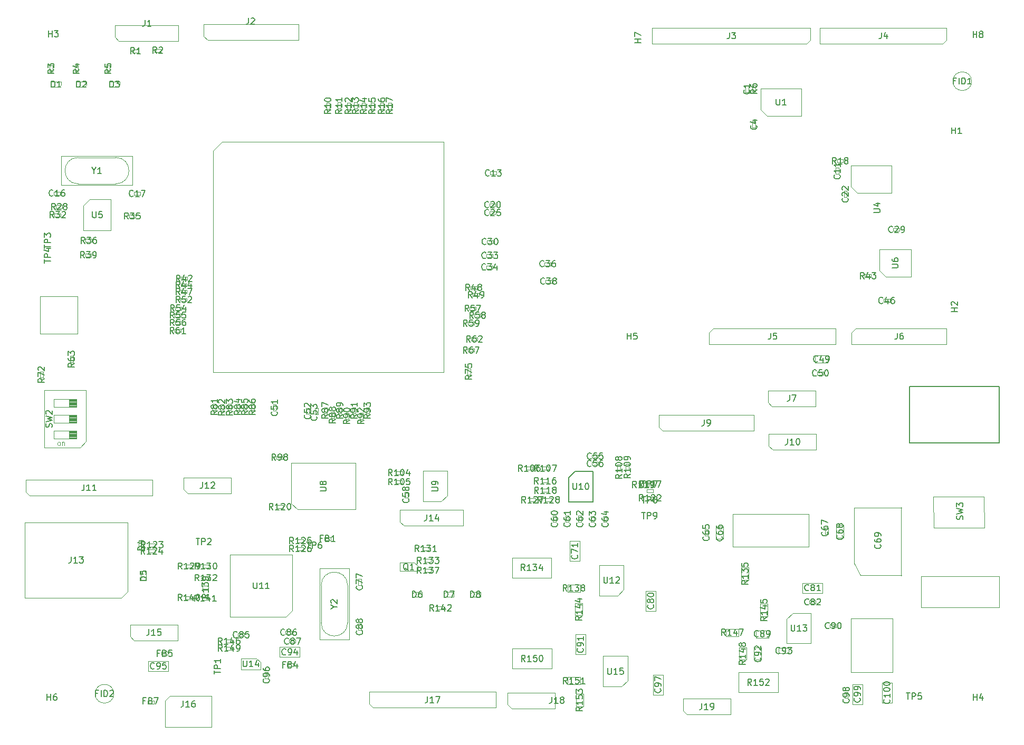
<source format=gbr>
G04 #@! TF.GenerationSoftware,KiCad,Pcbnew,5.1.6-c6e7f7d~87~ubuntu16.04.1*
G04 #@! TF.CreationDate,2020-08-04T23:08:51+05:30*
G04 #@! TF.ProjectId,Aardonyx,41617264-6f6e-4797-982e-6b696361645f,v1.0*
G04 #@! TF.SameCoordinates,Original*
G04 #@! TF.FileFunction,Other,Fab,Top*
%FSLAX46Y46*%
G04 Gerber Fmt 4.6, Leading zero omitted, Abs format (unit mm)*
G04 Created by KiCad (PCBNEW 5.1.6-c6e7f7d~87~ubuntu16.04.1) date 2020-08-04 23:08:51*
%MOMM*%
%LPD*%
G01*
G04 APERTURE LIST*
%ADD10C,0.100000*%
%ADD11C,0.127000*%
%ADD12C,0.120000*%
%ADD13C,0.080000*%
%ADD14C,0.150000*%
G04 APERTURE END LIST*
D10*
X138651000Y-70529000D02*
X132621000Y-70529000D01*
X138651000Y-74759000D02*
X132621000Y-74759000D01*
X129936000Y-74994000D02*
X141336000Y-74994000D01*
X129936000Y-70294000D02*
X129936000Y-74994000D01*
X141336000Y-70294000D02*
X129936000Y-70294000D01*
X141336000Y-74994000D02*
X141336000Y-70294000D01*
X132621000Y-70529000D02*
G75*
G03*
X132621000Y-74759000I0J-2115000D01*
G01*
X138651000Y-70529000D02*
G75*
G02*
X138651000Y-74759000I0J-2115000D01*
G01*
X175851000Y-145255000D02*
X175851000Y-139225000D01*
X171621000Y-145255000D02*
X171621000Y-139225000D01*
X171386000Y-136540000D02*
X171386000Y-147940000D01*
X176086000Y-136540000D02*
X171386000Y-136540000D01*
X176086000Y-147940000D02*
X176086000Y-136540000D01*
X171386000Y-147940000D02*
X176086000Y-147940000D01*
X175851000Y-139225000D02*
G75*
G03*
X171621000Y-139225000I-2115000J0D01*
G01*
X175851000Y-145255000D02*
G75*
G02*
X171621000Y-145255000I-2115000J0D01*
G01*
X264745000Y-137625000D02*
X258155000Y-137575000D01*
X264765000Y-126755000D02*
X257165000Y-126755000D01*
X264685000Y-137655000D02*
X264655000Y-126725000D01*
X257185000Y-135655000D02*
X258155000Y-137575000D01*
X257165000Y-126835000D02*
X257185000Y-135655000D01*
X278013160Y-124988320D02*
X269883160Y-124988320D01*
X278033480Y-130027680D02*
X278009600Y-124988000D01*
X269903480Y-130027680D02*
X269883160Y-124988320D01*
X278033480Y-130027680D02*
X269903480Y-130027680D01*
X267903000Y-142809600D02*
X267903000Y-137809600D01*
X280403000Y-142809600D02*
X280403000Y-137809600D01*
X280403000Y-137809600D02*
X267903000Y-137809600D01*
X267903000Y-142809600D02*
X280403000Y-142809600D01*
X184277000Y-129032000D02*
X184277000Y-127127000D01*
X184277000Y-127127000D02*
X194437000Y-127127000D01*
X194437000Y-127127000D02*
X194437000Y-129667000D01*
X194437000Y-129667000D02*
X184912000Y-129667000D01*
X184912000Y-129667000D02*
X184277000Y-129032000D01*
D11*
X266066200Y-107320600D02*
X280466200Y-107320600D01*
X280466200Y-116320600D02*
X266066200Y-116320600D01*
X266066200Y-116320600D02*
X266066200Y-107320600D01*
X280466200Y-107320600D02*
X280466200Y-116320600D01*
D10*
X174375000Y-110648000D02*
X174875000Y-110648000D01*
X174875000Y-110648000D02*
X174875000Y-111648000D01*
X174875000Y-111648000D02*
X174375000Y-111648000D01*
X174375000Y-111648000D02*
X174375000Y-110648000D01*
X252239400Y-104931400D02*
X252239400Y-105431400D01*
X252239400Y-105431400D02*
X251239400Y-105431400D01*
X251239400Y-105431400D02*
X251239400Y-104931400D01*
X251239400Y-104931400D02*
X252239400Y-104931400D01*
X252914900Y-102320800D02*
X252914900Y-103520800D01*
X252914900Y-103520800D02*
X250914900Y-103520800D01*
X250914900Y-103520800D02*
X250914900Y-102320800D01*
X250914900Y-102320800D02*
X252914900Y-102320800D01*
X219194200Y-140880800D02*
X216269200Y-140880800D01*
X216269200Y-140880800D02*
X216269200Y-135980800D01*
X216269200Y-135980800D02*
X220169200Y-135980800D01*
X220169200Y-135980800D02*
X220169200Y-139905800D01*
X220169200Y-139905800D02*
X219194200Y-140880800D01*
X219814000Y-155508200D02*
X216889000Y-155508200D01*
X216889000Y-155508200D02*
X216889000Y-150608200D01*
X216889000Y-150608200D02*
X220789000Y-150608200D01*
X220789000Y-150608200D02*
X220789000Y-154533200D01*
X220789000Y-154533200D02*
X219814000Y-155508200D01*
X242164800Y-62871200D02*
X242164800Y-59471200D01*
X242164800Y-59471200D02*
X248664800Y-59471200D01*
X248664800Y-59471200D02*
X248664800Y-63871200D01*
X248664800Y-63871200D02*
X243164800Y-63871200D01*
X243164800Y-63871200D02*
X242164800Y-62871200D01*
X256628400Y-75248700D02*
X256628400Y-71848700D01*
X256628400Y-71848700D02*
X263128400Y-71848700D01*
X263128400Y-71848700D02*
X263128400Y-76248700D01*
X263128400Y-76248700D02*
X257628400Y-76248700D01*
X257628400Y-76248700D02*
X256628400Y-75248700D01*
X261255000Y-88685000D02*
X261255000Y-85285000D01*
X261255000Y-85285000D02*
X266255000Y-85285000D01*
X266255000Y-85285000D02*
X266255000Y-89685000D01*
X266255000Y-89685000D02*
X262255000Y-89685000D01*
X262255000Y-89685000D02*
X261255000Y-88685000D01*
X191866800Y-124792200D02*
X190891800Y-125767200D01*
X191866800Y-120867200D02*
X191866800Y-124792200D01*
X187966800Y-120867200D02*
X191866800Y-120867200D01*
X187966800Y-125767200D02*
X187966800Y-120867200D01*
X190891800Y-125767200D02*
X187966800Y-125767200D01*
X247298800Y-143676200D02*
X250223800Y-143676200D01*
X250223800Y-143676200D02*
X250223800Y-148576200D01*
X250223800Y-148576200D02*
X246323800Y-148576200D01*
X246323800Y-148576200D02*
X246323800Y-144651200D01*
X246323800Y-144651200D02*
X247298800Y-143676200D01*
X133486800Y-78256000D02*
X134486800Y-77256000D01*
X133486800Y-82256000D02*
X133486800Y-78256000D01*
X137886800Y-82256000D02*
X133486800Y-82256000D01*
X137886800Y-77256000D02*
X137886800Y-82256000D01*
X134486800Y-77256000D02*
X137886800Y-77256000D01*
X132911200Y-117096400D02*
X127211200Y-117096400D01*
X127211200Y-117096400D02*
X127211200Y-107916400D01*
X127211200Y-107916400D02*
X133911200Y-107916400D01*
X133911200Y-107916400D02*
X133911200Y-116096400D01*
X133911200Y-116096400D02*
X132911200Y-117096400D01*
X132371200Y-115681400D02*
X132371200Y-114411400D01*
X132371200Y-114411400D02*
X128751200Y-114411400D01*
X128751200Y-114411400D02*
X128751200Y-115681400D01*
X128751200Y-115681400D02*
X132371200Y-115681400D01*
X132371200Y-115581400D02*
X131164533Y-115581400D01*
X132371200Y-115481400D02*
X131164533Y-115481400D01*
X132371200Y-115381400D02*
X131164533Y-115381400D01*
X132371200Y-115281400D02*
X131164533Y-115281400D01*
X132371200Y-115181400D02*
X131164533Y-115181400D01*
X132371200Y-115081400D02*
X131164533Y-115081400D01*
X132371200Y-114981400D02*
X131164533Y-114981400D01*
X132371200Y-114881400D02*
X131164533Y-114881400D01*
X132371200Y-114781400D02*
X131164533Y-114781400D01*
X132371200Y-114681400D02*
X131164533Y-114681400D01*
X132371200Y-114581400D02*
X131164533Y-114581400D01*
X132371200Y-114481400D02*
X131164533Y-114481400D01*
X131164533Y-115681400D02*
X131164533Y-114411400D01*
X132371200Y-113141400D02*
X132371200Y-111871400D01*
X132371200Y-111871400D02*
X128751200Y-111871400D01*
X128751200Y-111871400D02*
X128751200Y-113141400D01*
X128751200Y-113141400D02*
X132371200Y-113141400D01*
X132371200Y-113041400D02*
X131164533Y-113041400D01*
X132371200Y-112941400D02*
X131164533Y-112941400D01*
X132371200Y-112841400D02*
X131164533Y-112841400D01*
X132371200Y-112741400D02*
X131164533Y-112741400D01*
X132371200Y-112641400D02*
X131164533Y-112641400D01*
X132371200Y-112541400D02*
X131164533Y-112541400D01*
X132371200Y-112441400D02*
X131164533Y-112441400D01*
X132371200Y-112341400D02*
X131164533Y-112341400D01*
X132371200Y-112241400D02*
X131164533Y-112241400D01*
X132371200Y-112141400D02*
X131164533Y-112141400D01*
X132371200Y-112041400D02*
X131164533Y-112041400D01*
X132371200Y-111941400D02*
X131164533Y-111941400D01*
X131164533Y-113141400D02*
X131164533Y-111871400D01*
X132371200Y-110601400D02*
X132371200Y-109331400D01*
X132371200Y-109331400D02*
X128751200Y-109331400D01*
X128751200Y-109331400D02*
X128751200Y-110601400D01*
X128751200Y-110601400D02*
X132371200Y-110601400D01*
X132371200Y-110501400D02*
X131164533Y-110501400D01*
X132371200Y-110401400D02*
X131164533Y-110401400D01*
X132371200Y-110301400D02*
X131164533Y-110301400D01*
X132371200Y-110201400D02*
X131164533Y-110201400D01*
X132371200Y-110101400D02*
X131164533Y-110101400D01*
X132371200Y-110001400D02*
X131164533Y-110001400D01*
X132371200Y-109901400D02*
X131164533Y-109901400D01*
X132371200Y-109801400D02*
X131164533Y-109801400D01*
X132371200Y-109701400D02*
X131164533Y-109701400D01*
X132371200Y-109601400D02*
X131164533Y-109601400D01*
X132371200Y-109501400D02*
X131164533Y-109501400D01*
X132371200Y-109401400D02*
X131164533Y-109401400D01*
X131164533Y-110601400D02*
X131164533Y-109331400D01*
X126540000Y-98808800D02*
X126540000Y-92808800D01*
X126540000Y-92808800D02*
X132540000Y-92808800D01*
X132540000Y-92808800D02*
X132540000Y-98808800D01*
X132540000Y-98808800D02*
X126540000Y-98808800D01*
X126501200Y-104894400D02*
X127001200Y-104894400D01*
X127001200Y-104894400D02*
X127001200Y-105894400D01*
X127001200Y-105894400D02*
X126501200Y-105894400D01*
X126501200Y-105894400D02*
X126501200Y-104894400D01*
X196184000Y-101223000D02*
X196184000Y-101723000D01*
X196184000Y-101723000D02*
X195184000Y-101723000D01*
X195184000Y-101723000D02*
X195184000Y-101223000D01*
X195184000Y-101223000D02*
X196184000Y-101223000D01*
X196692000Y-99445000D02*
X196692000Y-99945000D01*
X196692000Y-99945000D02*
X195692000Y-99945000D01*
X195692000Y-99945000D02*
X195692000Y-99445000D01*
X195692000Y-99445000D02*
X196692000Y-99445000D01*
X197200000Y-95635000D02*
X197200000Y-96135000D01*
X197200000Y-96135000D02*
X196200000Y-96135000D01*
X196200000Y-96135000D02*
X196200000Y-95635000D01*
X196200000Y-95635000D02*
X197200000Y-95635000D01*
X196184000Y-96905000D02*
X196184000Y-97405000D01*
X196184000Y-97405000D02*
X195184000Y-97405000D01*
X195184000Y-97405000D02*
X195184000Y-96905000D01*
X195184000Y-96905000D02*
X196184000Y-96905000D01*
X196438000Y-94492000D02*
X196438000Y-94992000D01*
X196438000Y-94992000D02*
X195438000Y-94992000D01*
X195438000Y-94992000D02*
X195438000Y-94492000D01*
X195438000Y-94492000D02*
X196438000Y-94492000D01*
X196969000Y-92333000D02*
X196969000Y-92833000D01*
X196969000Y-92833000D02*
X195969000Y-92833000D01*
X195969000Y-92833000D02*
X195969000Y-92333000D01*
X195969000Y-92333000D02*
X196969000Y-92333000D01*
X196588000Y-91190000D02*
X196588000Y-91690000D01*
X196588000Y-91690000D02*
X195588000Y-91690000D01*
X195588000Y-91690000D02*
X195588000Y-91190000D01*
X195588000Y-91190000D02*
X196588000Y-91190000D01*
X154737000Y-111073000D02*
X154237000Y-111073000D01*
X154237000Y-111073000D02*
X154237000Y-110073000D01*
X154237000Y-110073000D02*
X154737000Y-110073000D01*
X154737000Y-110073000D02*
X154737000Y-111073000D01*
X159635000Y-111066000D02*
X159135000Y-111066000D01*
X159135000Y-111066000D02*
X159135000Y-110066000D01*
X159135000Y-110066000D02*
X159635000Y-110066000D01*
X159635000Y-110066000D02*
X159635000Y-111066000D01*
X155952000Y-111156000D02*
X155452000Y-111156000D01*
X155452000Y-111156000D02*
X155452000Y-110156000D01*
X155452000Y-110156000D02*
X155952000Y-110156000D01*
X155952000Y-110156000D02*
X155952000Y-111156000D01*
X157192000Y-111131000D02*
X156692000Y-111131000D01*
X156692000Y-111131000D02*
X156692000Y-110131000D01*
X156692000Y-110131000D02*
X157192000Y-110131000D01*
X157192000Y-110131000D02*
X157192000Y-111131000D01*
X160845000Y-111076000D02*
X160345000Y-111076000D01*
X160345000Y-111076000D02*
X160345000Y-110076000D01*
X160345000Y-110076000D02*
X160845000Y-110076000D01*
X160845000Y-110076000D02*
X160845000Y-111076000D01*
X158495000Y-111071000D02*
X157995000Y-111071000D01*
X157995000Y-111071000D02*
X157995000Y-110071000D01*
X157995000Y-110071000D02*
X158495000Y-110071000D01*
X158495000Y-110071000D02*
X158495000Y-111071000D01*
X178685000Y-62730000D02*
X178185000Y-62730000D01*
X178185000Y-62730000D02*
X178185000Y-61730000D01*
X178185000Y-61730000D02*
X178685000Y-61730000D01*
X178685000Y-61730000D02*
X178685000Y-62730000D01*
X180082000Y-62730000D02*
X179582000Y-62730000D01*
X179582000Y-62730000D02*
X179582000Y-61730000D01*
X179582000Y-61730000D02*
X180082000Y-61730000D01*
X180082000Y-61730000D02*
X180082000Y-62730000D01*
X181606000Y-62730000D02*
X181106000Y-62730000D01*
X181106000Y-62730000D02*
X181106000Y-61730000D01*
X181106000Y-61730000D02*
X181606000Y-61730000D01*
X181606000Y-61730000D02*
X181606000Y-62730000D01*
X182876000Y-62730000D02*
X182376000Y-62730000D01*
X182376000Y-62730000D02*
X182376000Y-61730000D01*
X182376000Y-61730000D02*
X182876000Y-61730000D01*
X182876000Y-61730000D02*
X182876000Y-62730000D01*
X174748000Y-62707000D02*
X174248000Y-62707000D01*
X174248000Y-62707000D02*
X174248000Y-61707000D01*
X174248000Y-61707000D02*
X174748000Y-61707000D01*
X174748000Y-61707000D02*
X174748000Y-62707000D01*
X172970000Y-61730000D02*
X172970000Y-62730000D01*
X172470000Y-61730000D02*
X172970000Y-61730000D01*
X172470000Y-62730000D02*
X172470000Y-61730000D01*
X172970000Y-62730000D02*
X172470000Y-62730000D01*
X176272000Y-62730000D02*
X175772000Y-62730000D01*
X175772000Y-62730000D02*
X175772000Y-61730000D01*
X175772000Y-61730000D02*
X176272000Y-61730000D01*
X176272000Y-61730000D02*
X176272000Y-62730000D01*
X172040000Y-110657000D02*
X172540000Y-110657000D01*
X172540000Y-110657000D02*
X172540000Y-111657000D01*
X172540000Y-111657000D02*
X172040000Y-111657000D01*
X172040000Y-111657000D02*
X172040000Y-110657000D01*
X173232000Y-111387000D02*
X173732000Y-111387000D01*
X173732000Y-111387000D02*
X173732000Y-112387000D01*
X173732000Y-112387000D02*
X173232000Y-112387000D01*
X173232000Y-112387000D02*
X173232000Y-111387000D01*
X175518000Y-111537000D02*
X176018000Y-111537000D01*
X176018000Y-111537000D02*
X176018000Y-112537000D01*
X176018000Y-112537000D02*
X175518000Y-112537000D01*
X175518000Y-112537000D02*
X175518000Y-111537000D01*
X176661000Y-110657000D02*
X177161000Y-110657000D01*
X177161000Y-110657000D02*
X177161000Y-111657000D01*
X177161000Y-111657000D02*
X176661000Y-111657000D01*
X176661000Y-111657000D02*
X176661000Y-110657000D01*
X177804000Y-111537000D02*
X178304000Y-111537000D01*
X178304000Y-111537000D02*
X178304000Y-112537000D01*
X178304000Y-112537000D02*
X177804000Y-112537000D01*
X177804000Y-112537000D02*
X177804000Y-111537000D01*
X178820000Y-110657000D02*
X179320000Y-110657000D01*
X179320000Y-110657000D02*
X179320000Y-111657000D01*
X179320000Y-111657000D02*
X178820000Y-111657000D01*
X178820000Y-111657000D02*
X178820000Y-110657000D01*
X150082000Y-91841000D02*
X150082000Y-92341000D01*
X150082000Y-92341000D02*
X149082000Y-92341000D01*
X149082000Y-92341000D02*
X149082000Y-91841000D01*
X149082000Y-91841000D02*
X150082000Y-91841000D01*
X150072000Y-93121000D02*
X150072000Y-93621000D01*
X150072000Y-93621000D02*
X149072000Y-93621000D01*
X149072000Y-93621000D02*
X149072000Y-93121000D01*
X149072000Y-93121000D02*
X150072000Y-93121000D01*
X150122000Y-89731000D02*
X150122000Y-90231000D01*
X150122000Y-90231000D02*
X149122000Y-90231000D01*
X149122000Y-90231000D02*
X149122000Y-89731000D01*
X149122000Y-89731000D02*
X150122000Y-89731000D01*
X150082000Y-90751000D02*
X150082000Y-91251000D01*
X150082000Y-91251000D02*
X149082000Y-91251000D01*
X149082000Y-91251000D02*
X149082000Y-90751000D01*
X149082000Y-90751000D02*
X150082000Y-90751000D01*
X149183000Y-94484000D02*
X149183000Y-94984000D01*
X149183000Y-94984000D02*
X148183000Y-94984000D01*
X148183000Y-94984000D02*
X148183000Y-94484000D01*
X148183000Y-94484000D02*
X149183000Y-94484000D01*
X149128000Y-95634000D02*
X149128000Y-96134000D01*
X149128000Y-96134000D02*
X148128000Y-96134000D01*
X148128000Y-96134000D02*
X148128000Y-95634000D01*
X148128000Y-95634000D02*
X149128000Y-95634000D01*
X149148000Y-96814000D02*
X149148000Y-97314000D01*
X149148000Y-97314000D02*
X148148000Y-97314000D01*
X148148000Y-97314000D02*
X148148000Y-96814000D01*
X148148000Y-96814000D02*
X149148000Y-96814000D01*
X149098000Y-98104000D02*
X149098000Y-98604000D01*
X149098000Y-98604000D02*
X148098000Y-98604000D01*
X148098000Y-98604000D02*
X148098000Y-98104000D01*
X148098000Y-98104000D02*
X149098000Y-98104000D01*
X157322000Y-147959000D02*
X157322000Y-148459000D01*
X157322000Y-148459000D02*
X156322000Y-148459000D01*
X156322000Y-148459000D02*
X156322000Y-147959000D01*
X156322000Y-147959000D02*
X157322000Y-147959000D01*
X156345000Y-149602000D02*
X156345000Y-149102000D01*
X156345000Y-149102000D02*
X157345000Y-149102000D01*
X157345000Y-149102000D02*
X157345000Y-149602000D01*
X157345000Y-149602000D02*
X156345000Y-149602000D01*
X167775000Y-133625400D02*
X167775000Y-133125400D01*
X167775000Y-133125400D02*
X168775000Y-133125400D01*
X168775000Y-133125400D02*
X168775000Y-133625400D01*
X168775000Y-133625400D02*
X167775000Y-133625400D01*
X131822000Y-103420800D02*
X131322000Y-103420800D01*
X131322000Y-103420800D02*
X131322000Y-102420800D01*
X131322000Y-102420800D02*
X131822000Y-102420800D01*
X131822000Y-102420800D02*
X131822000Y-103420800D01*
X128046000Y-55751200D02*
X128546000Y-55751200D01*
X128546000Y-55751200D02*
X128546000Y-56751200D01*
X128546000Y-56751200D02*
X128046000Y-56751200D01*
X128046000Y-56751200D02*
X128046000Y-55751200D01*
X132110000Y-55751200D02*
X132610000Y-55751200D01*
X132610000Y-55751200D02*
X132610000Y-56751200D01*
X132610000Y-56751200D02*
X132110000Y-56751200D01*
X132110000Y-56751200D02*
X132110000Y-55751200D01*
X137190000Y-55751200D02*
X137690000Y-55751200D01*
X137690000Y-55751200D02*
X137690000Y-56751200D01*
X137690000Y-56751200D02*
X137190000Y-56751200D01*
X137190000Y-56751200D02*
X137190000Y-55751200D01*
X144933000Y-133498000D02*
X144933000Y-133998000D01*
X144933000Y-133998000D02*
X143933000Y-133998000D01*
X143933000Y-133998000D02*
X143933000Y-133498000D01*
X143933000Y-133498000D02*
X144933000Y-133498000D01*
X144960000Y-132510000D02*
X144960000Y-133010000D01*
X144960000Y-133010000D02*
X143960000Y-133010000D01*
X143960000Y-133010000D02*
X143960000Y-132510000D01*
X143960000Y-132510000D02*
X144960000Y-132510000D01*
X241338600Y-59969000D02*
X240838600Y-59969000D01*
X240838600Y-59969000D02*
X240838600Y-58969000D01*
X240838600Y-58969000D02*
X241338600Y-58969000D01*
X241338600Y-58969000D02*
X241338600Y-59969000D01*
X239868000Y-151192500D02*
X238668000Y-151192500D01*
X238668000Y-151192500D02*
X238668000Y-149192500D01*
X238668000Y-149192500D02*
X239868000Y-149192500D01*
X239868000Y-149192500D02*
X239868000Y-151192500D01*
X238617000Y-146212000D02*
X238617000Y-147412000D01*
X238617000Y-147412000D02*
X236617000Y-147412000D01*
X236617000Y-147412000D02*
X236617000Y-146212000D01*
X236617000Y-146212000D02*
X238617000Y-146212000D01*
X133764400Y-86457600D02*
X133764400Y-85957600D01*
X133764400Y-85957600D02*
X134764400Y-85957600D01*
X134764400Y-85957600D02*
X134764400Y-86457600D01*
X134764400Y-86457600D02*
X133764400Y-86457600D01*
X133815200Y-84120800D02*
X133815200Y-83620800D01*
X133815200Y-83620800D02*
X134815200Y-83620800D01*
X134815200Y-83620800D02*
X134815200Y-84120800D01*
X134815200Y-84120800D02*
X133815200Y-84120800D01*
X141802600Y-79709200D02*
X141802600Y-80209200D01*
X141802600Y-80209200D02*
X140802600Y-80209200D01*
X140802600Y-80209200D02*
X140802600Y-79709200D01*
X140802600Y-79709200D02*
X141802600Y-79709200D01*
X128836800Y-80006000D02*
X128836800Y-79506000D01*
X128836800Y-79506000D02*
X129836800Y-79506000D01*
X129836800Y-79506000D02*
X129836800Y-80006000D01*
X129836800Y-80006000D02*
X128836800Y-80006000D01*
X145889600Y-53090000D02*
X145889600Y-53590000D01*
X145889600Y-53590000D02*
X144889600Y-53590000D01*
X144889600Y-53590000D02*
X144889600Y-53090000D01*
X144889600Y-53090000D02*
X145889600Y-53090000D01*
X141333600Y-53691600D02*
X141333600Y-53191600D01*
X141333600Y-53191600D02*
X142333600Y-53191600D01*
X142333600Y-53191600D02*
X142333600Y-53691600D01*
X142333600Y-53691600D02*
X141333600Y-53691600D01*
X150868000Y-140974000D02*
X150868000Y-141474000D01*
X150868000Y-141474000D02*
X149868000Y-141474000D01*
X149868000Y-141474000D02*
X149868000Y-140974000D01*
X149868000Y-140974000D02*
X150868000Y-140974000D01*
X153535000Y-141090000D02*
X153535000Y-141590000D01*
X153535000Y-141590000D02*
X152535000Y-141590000D01*
X152535000Y-141590000D02*
X152535000Y-141090000D01*
X152535000Y-141090000D02*
X153535000Y-141090000D01*
X150890000Y-135930000D02*
X150890000Y-136430000D01*
X150890000Y-136430000D02*
X149890000Y-136430000D01*
X149890000Y-136430000D02*
X149890000Y-135930000D01*
X149890000Y-135930000D02*
X150890000Y-135930000D01*
X153610000Y-135930000D02*
X153610000Y-136430000D01*
X153610000Y-136430000D02*
X152610000Y-136430000D01*
X152610000Y-136430000D02*
X152610000Y-135930000D01*
X152610000Y-135930000D02*
X153610000Y-135930000D01*
X153550000Y-139320000D02*
X153550000Y-139820000D01*
X153550000Y-139820000D02*
X152550000Y-139820000D01*
X152550000Y-139820000D02*
X152550000Y-139320000D01*
X152550000Y-139320000D02*
X153550000Y-139320000D01*
X153610000Y-137790000D02*
X153610000Y-138290000D01*
X153610000Y-138290000D02*
X152610000Y-138290000D01*
X152610000Y-138290000D02*
X152610000Y-137790000D01*
X152610000Y-137790000D02*
X153610000Y-137790000D01*
X167775000Y-132355400D02*
X167775000Y-131855400D01*
X167775000Y-131855400D02*
X168775000Y-131855400D01*
X168775000Y-131855400D02*
X168775000Y-132355400D01*
X168775000Y-132355400D02*
X167775000Y-132355400D01*
D12*
X187124000Y-136971000D02*
X184224000Y-136971000D01*
X184224000Y-136971000D02*
X184224000Y-135571000D01*
X184224000Y-135571000D02*
X186574000Y-135571000D01*
X186574000Y-135571000D02*
X187124000Y-136121000D01*
X187124000Y-136121000D02*
X187124000Y-136971000D01*
D10*
X189272800Y-136579800D02*
X189272800Y-137079800D01*
X189272800Y-137079800D02*
X188272800Y-137079800D01*
X188272800Y-137079800D02*
X188272800Y-136579800D01*
X188272800Y-136579800D02*
X189272800Y-136579800D01*
X212379000Y-142080500D02*
X213579000Y-142080500D01*
X213579000Y-142080500D02*
X213579000Y-144080500D01*
X213579000Y-144080500D02*
X212379000Y-144080500D01*
X212379000Y-144080500D02*
X212379000Y-142080500D01*
X211168500Y-140300000D02*
X211168500Y-139100000D01*
X211168500Y-139100000D02*
X213168500Y-139100000D01*
X213168500Y-139100000D02*
X213168500Y-140300000D01*
X213168500Y-140300000D02*
X211168500Y-140300000D01*
X190254000Y-143125000D02*
X190254000Y-142625000D01*
X190254000Y-142625000D02*
X191254000Y-142625000D01*
X191254000Y-142625000D02*
X191254000Y-143125000D01*
X191254000Y-143125000D02*
X190254000Y-143125000D01*
X212506000Y-156655500D02*
X213706000Y-156655500D01*
X213706000Y-156655500D02*
X213706000Y-158655500D01*
X213706000Y-158655500D02*
X212506000Y-158655500D01*
X212506000Y-158655500D02*
X212506000Y-156655500D01*
X211217000Y-155159000D02*
X211217000Y-153959000D01*
X211217000Y-153959000D02*
X213217000Y-153959000D01*
X213217000Y-153959000D02*
X213217000Y-155159000D01*
X213217000Y-155159000D02*
X211217000Y-155159000D01*
X239049000Y-136365500D02*
X240249000Y-136365500D01*
X240249000Y-136365500D02*
X240249000Y-138365500D01*
X240249000Y-138365500D02*
X239049000Y-138365500D01*
X239049000Y-138365500D02*
X239049000Y-136365500D01*
X202280800Y-137998000D02*
X202280800Y-134798000D01*
X202280800Y-134798000D02*
X208580800Y-134798000D01*
X208580800Y-134798000D02*
X208580800Y-137998000D01*
X208580800Y-137998000D02*
X202280800Y-137998000D01*
X202315000Y-152603000D02*
X202315000Y-149403000D01*
X202315000Y-149403000D02*
X208615000Y-149403000D01*
X208615000Y-149403000D02*
X208615000Y-152603000D01*
X208615000Y-152603000D02*
X202315000Y-152603000D01*
X243459000Y-116840000D02*
X243459000Y-114935000D01*
X243459000Y-114935000D02*
X251079000Y-114935000D01*
X251079000Y-114935000D02*
X251079000Y-117475000D01*
X251079000Y-117475000D02*
X244094000Y-117475000D01*
X244094000Y-117475000D02*
X243459000Y-116840000D01*
X140970000Y-147447000D02*
X140970000Y-145542000D01*
X140970000Y-145542000D02*
X148590000Y-145542000D01*
X148590000Y-145542000D02*
X148590000Y-148082000D01*
X148590000Y-148082000D02*
X141605000Y-148082000D01*
X141605000Y-148082000D02*
X140970000Y-147447000D01*
D12*
X146545000Y-157765000D02*
X147345000Y-157015000D01*
X154045000Y-161965000D02*
X146545000Y-161965000D01*
X154045000Y-157015000D02*
X154045000Y-161965000D01*
X147345000Y-157015000D02*
X154045000Y-157015000D01*
X146545000Y-161965000D02*
X146545000Y-157765000D01*
D10*
X251690000Y-49730000D02*
X272010000Y-49730000D01*
X251690000Y-52270000D02*
X251690000Y-49730000D01*
X271375000Y-52270000D02*
X251690000Y-52270000D01*
X272010000Y-51635000D02*
X271375000Y-52270000D01*
X272010000Y-49730000D02*
X272010000Y-51635000D01*
X250166000Y-49730000D02*
X250166000Y-51635000D01*
X250166000Y-51635000D02*
X249531000Y-52270000D01*
X249531000Y-52270000D02*
X224766000Y-52270000D01*
X224766000Y-52270000D02*
X224766000Y-49730000D01*
X224766000Y-49730000D02*
X250166000Y-49730000D01*
X256768600Y-100533200D02*
X256768600Y-98628200D01*
X256768600Y-98628200D02*
X257403600Y-97993200D01*
X257403600Y-97993200D02*
X272008600Y-97993200D01*
X272008600Y-97993200D02*
X272008600Y-100533200D01*
X272008600Y-100533200D02*
X256768600Y-100533200D01*
X233908600Y-100533200D02*
X233908600Y-98628200D01*
X233908600Y-98628200D02*
X234543600Y-97993200D01*
X234543600Y-97993200D02*
X254228600Y-97993200D01*
X254228600Y-97993200D02*
X254228600Y-100533200D01*
X254228600Y-100533200D02*
X233908600Y-100533200D01*
X243332000Y-109855000D02*
X243332000Y-107950000D01*
X243332000Y-107950000D02*
X250952000Y-107950000D01*
X250952000Y-107950000D02*
X250952000Y-110490000D01*
X250952000Y-110490000D02*
X243967000Y-110490000D01*
X243967000Y-110490000D02*
X243332000Y-109855000D01*
X179324000Y-158242000D02*
X179324000Y-156337000D01*
X179324000Y-156337000D02*
X199644000Y-156337000D01*
X199644000Y-156337000D02*
X199644000Y-158877000D01*
X199644000Y-158877000D02*
X179959000Y-158877000D01*
X179959000Y-158877000D02*
X179324000Y-158242000D01*
X201549000Y-158369000D02*
X201549000Y-156464000D01*
X201549000Y-156464000D02*
X209169000Y-156464000D01*
X209169000Y-156464000D02*
X209169000Y-159004000D01*
X209169000Y-159004000D02*
X202184000Y-159004000D01*
X202184000Y-159004000D02*
X201549000Y-158369000D01*
X229692200Y-159359600D02*
X229692200Y-157454600D01*
X229692200Y-157454600D02*
X237312200Y-157454600D01*
X237312200Y-157454600D02*
X237312200Y-159994600D01*
X237312200Y-159994600D02*
X230327200Y-159994600D01*
X230327200Y-159994600D02*
X229692200Y-159359600D01*
X138531600Y-51175000D02*
X138531600Y-49270000D01*
X138531600Y-49270000D02*
X148691600Y-49270000D01*
X148691600Y-49270000D02*
X148691600Y-51810000D01*
X148691600Y-51810000D02*
X139166600Y-51810000D01*
X139166600Y-51810000D02*
X138531600Y-51175000D01*
X149580600Y-123850400D02*
X149580600Y-121945400D01*
X149580600Y-121945400D02*
X157200600Y-121945400D01*
X157200600Y-121945400D02*
X157200600Y-124485400D01*
X157200600Y-124485400D02*
X150215600Y-124485400D01*
X150215600Y-124485400D02*
X149580600Y-123850400D01*
X124209200Y-124201400D02*
X124209200Y-122296400D01*
X124209200Y-122296400D02*
X144529200Y-122296400D01*
X144529200Y-122296400D02*
X144529200Y-124836400D01*
X144529200Y-124836400D02*
X124844200Y-124836400D01*
X124844200Y-124836400D02*
X124209200Y-124201400D01*
X172143800Y-131999800D02*
X172143800Y-131499800D01*
X172143800Y-131499800D02*
X173143800Y-131499800D01*
X173143800Y-131499800D02*
X173143800Y-131999800D01*
X173143800Y-131999800D02*
X172143800Y-131999800D01*
X167124000Y-151769000D02*
X167124000Y-152269000D01*
X167124000Y-152269000D02*
X166124000Y-152269000D01*
X166124000Y-152269000D02*
X166124000Y-151769000D01*
X166124000Y-151769000D02*
X167124000Y-151769000D01*
X146997000Y-149928000D02*
X146997000Y-150428000D01*
X146997000Y-150428000D02*
X145997000Y-150428000D01*
X145997000Y-150428000D02*
X145997000Y-149928000D01*
X145997000Y-149928000D02*
X146997000Y-149928000D01*
X128258000Y-59191200D02*
X129558000Y-59191200D01*
X129558000Y-59191200D02*
X129858000Y-58891200D01*
X129858000Y-58891200D02*
X129858000Y-58391200D01*
X129858000Y-58391200D02*
X128258000Y-58391200D01*
X128258000Y-58391200D02*
X128258000Y-59191200D01*
X132322000Y-59191200D02*
X133622000Y-59191200D01*
X133622000Y-59191200D02*
X133922000Y-58891200D01*
X133922000Y-58891200D02*
X133922000Y-58391200D01*
X133922000Y-58391200D02*
X132322000Y-58391200D01*
X132322000Y-58391200D02*
X132322000Y-59191200D01*
X137656000Y-59191200D02*
X138956000Y-59191200D01*
X138956000Y-59191200D02*
X139256000Y-58891200D01*
X139256000Y-58891200D02*
X139256000Y-58391200D01*
X139256000Y-58391200D02*
X137656000Y-58391200D01*
X137656000Y-58391200D02*
X137656000Y-59191200D01*
X187820100Y-140316000D02*
X186520100Y-140316000D01*
X186520100Y-140316000D02*
X186220100Y-140616000D01*
X186220100Y-140616000D02*
X186220100Y-141116000D01*
X186220100Y-141116000D02*
X187820100Y-141116000D01*
X187820100Y-141116000D02*
X187820100Y-140316000D01*
X192925500Y-140316000D02*
X191625500Y-140316000D01*
X191625500Y-140316000D02*
X191325500Y-140616000D01*
X191325500Y-140616000D02*
X191325500Y-141116000D01*
X191325500Y-141116000D02*
X192925500Y-141116000D01*
X192925500Y-141116000D02*
X192925500Y-140316000D01*
X197167500Y-140316000D02*
X195867500Y-140316000D01*
X195867500Y-140316000D02*
X195567500Y-140616000D01*
X195567500Y-140616000D02*
X195567500Y-141116000D01*
X195567500Y-141116000D02*
X197167500Y-141116000D01*
X197167500Y-141116000D02*
X197167500Y-140316000D01*
X143514000Y-138494000D02*
X143514000Y-137194000D01*
X143514000Y-137194000D02*
X143214000Y-136894000D01*
X143214000Y-136894000D02*
X142714000Y-136894000D01*
X142714000Y-136894000D02*
X142714000Y-138494000D01*
X142714000Y-138494000D02*
X143514000Y-138494000D01*
X142344000Y-131983500D02*
X142344000Y-133283500D01*
X142344000Y-133283500D02*
X142644000Y-133583500D01*
X142644000Y-133583500D02*
X143144000Y-133583500D01*
X143144000Y-133583500D02*
X143144000Y-131983500D01*
X143144000Y-131983500D02*
X142344000Y-131983500D01*
X162564000Y-153170000D02*
X163064000Y-153170000D01*
X163064000Y-153170000D02*
X163064000Y-154170000D01*
X163064000Y-154170000D02*
X162564000Y-154170000D01*
X162564000Y-154170000D02*
X162564000Y-153170000D01*
X198618000Y-78385000D02*
X198618000Y-77885000D01*
X198618000Y-77885000D02*
X199618000Y-77885000D01*
X199618000Y-77885000D02*
X199618000Y-78385000D01*
X199618000Y-78385000D02*
X198618000Y-78385000D01*
X198641000Y-79655000D02*
X198641000Y-79155000D01*
X198641000Y-79155000D02*
X199641000Y-79155000D01*
X199641000Y-79155000D02*
X199641000Y-79655000D01*
X199641000Y-79655000D02*
X198641000Y-79655000D01*
X198202000Y-84311000D02*
X198202000Y-83811000D01*
X198202000Y-83811000D02*
X199202000Y-83811000D01*
X199202000Y-83811000D02*
X199202000Y-84311000D01*
X199202000Y-84311000D02*
X198202000Y-84311000D01*
X198177000Y-86541000D02*
X198177000Y-86041000D01*
X198177000Y-86041000D02*
X199177000Y-86041000D01*
X199177000Y-86041000D02*
X199177000Y-86541000D01*
X199177000Y-86541000D02*
X198177000Y-86541000D01*
X198147000Y-88401000D02*
X198147000Y-87901000D01*
X198147000Y-87901000D02*
X199147000Y-87901000D01*
X199147000Y-87901000D02*
X199147000Y-88401000D01*
X199147000Y-88401000D02*
X198147000Y-88401000D01*
X170641200Y-110777400D02*
X171141200Y-110777400D01*
X171141200Y-110777400D02*
X171141200Y-111777400D01*
X171141200Y-111777400D02*
X170641200Y-111777400D01*
X170641200Y-111777400D02*
X170641200Y-110777400D01*
X163892000Y-110221000D02*
X164392000Y-110221000D01*
X164392000Y-110221000D02*
X164392000Y-111221000D01*
X164392000Y-111221000D02*
X163892000Y-111221000D01*
X163892000Y-111221000D02*
X163892000Y-110221000D01*
X169218800Y-110746000D02*
X169718800Y-110746000D01*
X169718800Y-110746000D02*
X169718800Y-111746000D01*
X169718800Y-111746000D02*
X169218800Y-111746000D01*
X169218800Y-111746000D02*
X169218800Y-110746000D01*
X198732000Y-73291000D02*
X198732000Y-72791000D01*
X198732000Y-72791000D02*
X199732000Y-72791000D01*
X199732000Y-72791000D02*
X199732000Y-73291000D01*
X199732000Y-73291000D02*
X198732000Y-73291000D01*
X213144000Y-135328000D02*
X211544000Y-135328000D01*
X211544000Y-135328000D02*
X211544000Y-132128000D01*
X211544000Y-132128000D02*
X213144000Y-132128000D01*
X213144000Y-132128000D02*
X213144000Y-135328000D01*
X223736000Y-140135000D02*
X225336000Y-140135000D01*
X225336000Y-140135000D02*
X225336000Y-143335000D01*
X225336000Y-143335000D02*
X223736000Y-143335000D01*
X223736000Y-143335000D02*
X223736000Y-140135000D01*
X214033000Y-150320000D02*
X212433000Y-150320000D01*
X212433000Y-150320000D02*
X212433000Y-147120000D01*
X212433000Y-147120000D02*
X214033000Y-147120000D01*
X214033000Y-147120000D02*
X214033000Y-150320000D01*
X224879000Y-153597000D02*
X226479000Y-153597000D01*
X226479000Y-153597000D02*
X226479000Y-156797000D01*
X226479000Y-156797000D02*
X224879000Y-156797000D01*
X224879000Y-156797000D02*
X224879000Y-153597000D01*
X240222600Y-60026400D02*
X239722600Y-60026400D01*
X239722600Y-60026400D02*
X239722600Y-59026400D01*
X239722600Y-59026400D02*
X240222600Y-59026400D01*
X240222600Y-59026400D02*
X240222600Y-60026400D01*
X241346800Y-65727200D02*
X240846800Y-65727200D01*
X240846800Y-65727200D02*
X240846800Y-64727200D01*
X240846800Y-64727200D02*
X241346800Y-64727200D01*
X241346800Y-64727200D02*
X241346800Y-65727200D01*
X254207200Y-72194800D02*
X254707200Y-72194800D01*
X254707200Y-72194800D02*
X254707200Y-73194800D01*
X254707200Y-73194800D02*
X254207200Y-73194800D01*
X254207200Y-73194800D02*
X254207200Y-72194800D01*
X255502600Y-75928600D02*
X256002600Y-75928600D01*
X256002600Y-75928600D02*
X256002600Y-76928600D01*
X256002600Y-76928600D02*
X255502600Y-76928600D01*
X255502600Y-76928600D02*
X255502600Y-75928600D01*
X263455000Y-82360000D02*
X263455000Y-81860000D01*
X263455000Y-81860000D02*
X264455000Y-81860000D01*
X264455000Y-81860000D02*
X264455000Y-82360000D01*
X264455000Y-82360000D02*
X263455000Y-82360000D01*
X261882000Y-93772800D02*
X261882000Y-93272800D01*
X261882000Y-93272800D02*
X262882000Y-93272800D01*
X262882000Y-93272800D02*
X262882000Y-93772800D01*
X262882000Y-93772800D02*
X261882000Y-93772800D01*
X185502000Y-125196000D02*
X185002000Y-125196000D01*
X185002000Y-125196000D02*
X185002000Y-124196000D01*
X185002000Y-124196000D02*
X185502000Y-124196000D01*
X185502000Y-124196000D02*
X185502000Y-125196000D01*
X255655000Y-156368000D02*
X256155000Y-156368000D01*
X256155000Y-156368000D02*
X256155000Y-157368000D01*
X256155000Y-157368000D02*
X255655000Y-157368000D01*
X255655000Y-157368000D02*
X255655000Y-156368000D01*
X261632800Y-158061000D02*
X261632800Y-154861000D01*
X263232800Y-158061000D02*
X261632800Y-158061000D01*
X263232800Y-154861000D02*
X263232800Y-158061000D01*
X261632800Y-154861000D02*
X263232800Y-154861000D01*
X233676000Y-131287000D02*
X233176000Y-131287000D01*
X233176000Y-131287000D02*
X233176000Y-130287000D01*
X233176000Y-130287000D02*
X233676000Y-130287000D01*
X233676000Y-130287000D02*
X233676000Y-131287000D01*
X256883000Y-155115000D02*
X258483000Y-155115000D01*
X258483000Y-155115000D02*
X258483000Y-158315000D01*
X258483000Y-158315000D02*
X256883000Y-158315000D01*
X256883000Y-158315000D02*
X256883000Y-155115000D01*
X236185000Y-131810000D02*
X234985000Y-131810000D01*
X234985000Y-131810000D02*
X234985000Y-129810000D01*
X234985000Y-129810000D02*
X236185000Y-129810000D01*
X236185000Y-129810000D02*
X236185000Y-131810000D01*
X242281000Y-151192500D02*
X241081000Y-151192500D01*
X241081000Y-151192500D02*
X241081000Y-149192500D01*
X241081000Y-149192500D02*
X242281000Y-149192500D01*
X242281000Y-149192500D02*
X242281000Y-151192500D01*
X253296800Y-145995200D02*
X253296800Y-145495200D01*
X253296800Y-145495200D02*
X254296800Y-145495200D01*
X254296800Y-145495200D02*
X254296800Y-145995200D01*
X254296800Y-145995200D02*
X253296800Y-145995200D01*
X252980000Y-131033000D02*
X252480000Y-131033000D01*
X252480000Y-131033000D02*
X252480000Y-130033000D01*
X252480000Y-130033000D02*
X252980000Y-130033000D01*
X252980000Y-130033000D02*
X252980000Y-131033000D01*
X255489000Y-131604500D02*
X254289000Y-131604500D01*
X254289000Y-131604500D02*
X254289000Y-129604500D01*
X254289000Y-129604500D02*
X255489000Y-129604500D01*
X255489000Y-129604500D02*
X255489000Y-131604500D01*
X245072000Y-150133000D02*
X245072000Y-149333000D01*
X245072000Y-149333000D02*
X246672000Y-149333000D01*
X246672000Y-149333000D02*
X246672000Y-150133000D01*
X246672000Y-150133000D02*
X245072000Y-150133000D01*
X243394500Y-146466000D02*
X243394500Y-147666000D01*
X243394500Y-147666000D02*
X241394500Y-147666000D01*
X241394500Y-147666000D02*
X241394500Y-146466000D01*
X241394500Y-146466000D02*
X243394500Y-146466000D01*
X250994800Y-141685200D02*
X250994800Y-142185200D01*
X250994800Y-142185200D02*
X249994800Y-142185200D01*
X249994800Y-142185200D02*
X249994800Y-141685200D01*
X249994800Y-141685200D02*
X250994800Y-141685200D01*
X252094800Y-138849200D02*
X252094800Y-140449200D01*
X252094800Y-140449200D02*
X248894800Y-140449200D01*
X248894800Y-140449200D02*
X248894800Y-138849200D01*
X248894800Y-138849200D02*
X252094800Y-138849200D01*
X208475200Y-87380000D02*
X208475200Y-87880000D01*
X208475200Y-87880000D02*
X207475200Y-87880000D01*
X207475200Y-87880000D02*
X207475200Y-87380000D01*
X207475200Y-87380000D02*
X208475200Y-87380000D01*
X208604600Y-90174000D02*
X208604600Y-90674000D01*
X208604600Y-90674000D02*
X207604600Y-90674000D01*
X207604600Y-90674000D02*
X207604600Y-90174000D01*
X207604600Y-90174000D02*
X208604600Y-90174000D01*
X165893000Y-147062000D02*
X165893000Y-146562000D01*
X165893000Y-146562000D02*
X166893000Y-146562000D01*
X166893000Y-146562000D02*
X166893000Y-147062000D01*
X166893000Y-147062000D02*
X165893000Y-147062000D01*
X167482000Y-147959000D02*
X167482000Y-148459000D01*
X167482000Y-148459000D02*
X166482000Y-148459000D01*
X166482000Y-148459000D02*
X166482000Y-147959000D01*
X166482000Y-147959000D02*
X167482000Y-147959000D01*
X164973200Y-149161600D02*
X168173200Y-149161600D01*
X164973200Y-150761600D02*
X164973200Y-149161600D01*
X168173200Y-150761600D02*
X164973200Y-150761600D01*
X168173200Y-149161600D02*
X168173200Y-150761600D01*
X177550000Y-138184000D02*
X178050000Y-138184000D01*
X178050000Y-138184000D02*
X178050000Y-139184000D01*
X178050000Y-139184000D02*
X177550000Y-139184000D01*
X177550000Y-139184000D02*
X177550000Y-138184000D01*
X178050000Y-146400000D02*
X177550000Y-146400000D01*
X177550000Y-146400000D02*
X177550000Y-145400000D01*
X177550000Y-145400000D02*
X178050000Y-145400000D01*
X178050000Y-145400000D02*
X178050000Y-146400000D01*
X147080000Y-151400000D02*
X147080000Y-153000000D01*
X147080000Y-153000000D02*
X143880000Y-153000000D01*
X143880000Y-153000000D02*
X143880000Y-151400000D01*
X143880000Y-151400000D02*
X147080000Y-151400000D01*
X237644800Y-133003700D02*
X237644800Y-127803700D01*
X237644800Y-127803700D02*
X249844800Y-127803700D01*
X249844800Y-127803700D02*
X249844800Y-133003700D01*
X249844800Y-133003700D02*
X237644800Y-133003700D01*
X263269000Y-153175000D02*
X256669000Y-153175000D01*
X256669000Y-153175000D02*
X256669000Y-144575000D01*
X256669000Y-144575000D02*
X263269000Y-144575000D01*
X263369000Y-144575000D02*
X263369000Y-153175000D01*
X276006200Y-58280600D02*
G75*
G03*
X276006200Y-58280600I-1500000J0D01*
G01*
X138340000Y-156640000D02*
G75*
G03*
X138340000Y-156640000I-1500000J0D01*
G01*
X216095200Y-119409400D02*
X216095200Y-119909400D01*
X216095200Y-119909400D02*
X215095200Y-119909400D01*
X215095200Y-119909400D02*
X215095200Y-119409400D01*
X215095200Y-119409400D02*
X216095200Y-119409400D01*
X216092800Y-118266400D02*
X216092800Y-118766400D01*
X216092800Y-118766400D02*
X215092800Y-118766400D01*
X215092800Y-118766400D02*
X215092800Y-118266400D01*
X215092800Y-118266400D02*
X216092800Y-118266400D01*
X143772000Y-158238000D02*
X143772000Y-157738000D01*
X143772000Y-157738000D02*
X144772000Y-157738000D01*
X144772000Y-157738000D02*
X144772000Y-158238000D01*
X144772000Y-158238000D02*
X143772000Y-158238000D01*
X164500800Y-126869000D02*
X164500800Y-126369000D01*
X164500800Y-126369000D02*
X165500800Y-126369000D01*
X165500800Y-126369000D02*
X165500800Y-126869000D01*
X165500800Y-126869000D02*
X164500800Y-126869000D01*
X183637000Y-121411000D02*
X183637000Y-120911000D01*
X183637000Y-120911000D02*
X184637000Y-120911000D01*
X184637000Y-120911000D02*
X184637000Y-121411000D01*
X184637000Y-121411000D02*
X183637000Y-121411000D01*
X183624600Y-122881200D02*
X183624600Y-122381200D01*
X183624600Y-122381200D02*
X184624600Y-122381200D01*
X184624600Y-122381200D02*
X184624600Y-122881200D01*
X184624600Y-122881200D02*
X183624600Y-122881200D01*
X259882400Y-89285000D02*
X259882400Y-89785000D01*
X259882400Y-89785000D02*
X258882400Y-89785000D01*
X258882400Y-89785000D02*
X258882400Y-89285000D01*
X258882400Y-89285000D02*
X259882400Y-89285000D01*
X208842800Y-128074800D02*
X209342800Y-128074800D01*
X209342800Y-128074800D02*
X209342800Y-129074800D01*
X209342800Y-129074800D02*
X208842800Y-129074800D01*
X208842800Y-129074800D02*
X208842800Y-128074800D01*
X210874800Y-128051800D02*
X211374800Y-128051800D01*
X211374800Y-128051800D02*
X211374800Y-129051800D01*
X211374800Y-129051800D02*
X210874800Y-129051800D01*
X210874800Y-129051800D02*
X210874800Y-128051800D01*
X212906800Y-128074800D02*
X213406800Y-128074800D01*
X213406800Y-128074800D02*
X213406800Y-129074800D01*
X213406800Y-129074800D02*
X212906800Y-129074800D01*
X212906800Y-129074800D02*
X212906800Y-128074800D01*
X214938800Y-128097800D02*
X215438800Y-128097800D01*
X215438800Y-128097800D02*
X215438800Y-129097800D01*
X215438800Y-129097800D02*
X214938800Y-129097800D01*
X214938800Y-129097800D02*
X214938800Y-128097800D01*
X216970800Y-128097800D02*
X217470800Y-128097800D01*
X217470800Y-128097800D02*
X217470800Y-129097800D01*
X217470800Y-129097800D02*
X216970800Y-129097800D01*
X216970800Y-129097800D02*
X216970800Y-128097800D01*
X204505800Y-120696800D02*
X204505800Y-120196800D01*
X204505800Y-120196800D02*
X205505800Y-120196800D01*
X205505800Y-120196800D02*
X205505800Y-120696800D01*
X205505800Y-120696800D02*
X204505800Y-120696800D01*
X207091800Y-120696800D02*
X207091800Y-120196800D01*
X207091800Y-120196800D02*
X208091800Y-120196800D01*
X208091800Y-120196800D02*
X208091800Y-120696800D01*
X208091800Y-120696800D02*
X207091800Y-120696800D01*
X207091800Y-124252800D02*
X207091800Y-123752800D01*
X207091800Y-123752800D02*
X208091800Y-123752800D01*
X208091800Y-123752800D02*
X208091800Y-124252800D01*
X208091800Y-124252800D02*
X207091800Y-124252800D01*
X208068800Y-122228800D02*
X208068800Y-122728800D01*
X208068800Y-122728800D02*
X207068800Y-122728800D01*
X207068800Y-122728800D02*
X207068800Y-122228800D01*
X207068800Y-122228800D02*
X208068800Y-122228800D01*
X205036800Y-125776800D02*
X205036800Y-125276800D01*
X205036800Y-125276800D02*
X206036800Y-125276800D01*
X206036800Y-125276800D02*
X206036800Y-125776800D01*
X206036800Y-125776800D02*
X205036800Y-125776800D01*
X207599800Y-125776800D02*
X207599800Y-125276800D01*
X207599800Y-125276800D02*
X208599800Y-125276800D01*
X208599800Y-125276800D02*
X208599800Y-125776800D01*
X208599800Y-125776800D02*
X207599800Y-125776800D01*
X219155200Y-119819800D02*
X219655200Y-119819800D01*
X219655200Y-119819800D02*
X219655200Y-120819800D01*
X219655200Y-120819800D02*
X219155200Y-120819800D01*
X219155200Y-120819800D02*
X219155200Y-119819800D01*
X220526800Y-119769000D02*
X221026800Y-119769000D01*
X221026800Y-119769000D02*
X221026800Y-120769000D01*
X221026800Y-120769000D02*
X220526800Y-120769000D01*
X220526800Y-120769000D02*
X220526800Y-119769000D01*
X224855800Y-122736800D02*
X224855800Y-123236800D01*
X224855800Y-123236800D02*
X223855800Y-123236800D01*
X223855800Y-123236800D02*
X223855800Y-122736800D01*
X223855800Y-122736800D02*
X224855800Y-122736800D01*
X224858200Y-123829000D02*
X224858200Y-124329000D01*
X224858200Y-124329000D02*
X223858200Y-124329000D01*
X223858200Y-124329000D02*
X223858200Y-123829000D01*
X223858200Y-123829000D02*
X224858200Y-123829000D01*
X224883600Y-124997400D02*
X224883600Y-125497400D01*
X224883600Y-125497400D02*
X223883600Y-125497400D01*
X223883600Y-125497400D02*
X223883600Y-124997400D01*
X223883600Y-124997400D02*
X224883600Y-124997400D01*
X188891800Y-133100000D02*
X188891800Y-133600000D01*
X188891800Y-133600000D02*
X187891800Y-133600000D01*
X187891800Y-133600000D02*
X187891800Y-133100000D01*
X187891800Y-133100000D02*
X188891800Y-133100000D01*
X188272800Y-135505000D02*
X188272800Y-135005000D01*
X188272800Y-135005000D02*
X189272800Y-135005000D01*
X189272800Y-135005000D02*
X189272800Y-135505000D01*
X189272800Y-135505000D02*
X188272800Y-135505000D01*
X238632600Y-156413000D02*
X238632600Y-153213000D01*
X238632600Y-153213000D02*
X244932600Y-153213000D01*
X244932600Y-153213000D02*
X244932600Y-156413000D01*
X244932600Y-156413000D02*
X238632600Y-156413000D01*
X165450000Y-118444200D02*
X165450000Y-118944200D01*
X165450000Y-118944200D02*
X164450000Y-118944200D01*
X164450000Y-118944200D02*
X164450000Y-118444200D01*
X164450000Y-118444200D02*
X165450000Y-118444200D01*
X152781000Y-51054000D02*
X152781000Y-49149000D01*
X152781000Y-49149000D02*
X168021000Y-49149000D01*
X168021000Y-49149000D02*
X168021000Y-51689000D01*
X168021000Y-51689000D02*
X153416000Y-51689000D01*
X153416000Y-51689000D02*
X152781000Y-51054000D01*
X225806000Y-113792000D02*
X225806000Y-111887000D01*
X225806000Y-111887000D02*
X241046000Y-111887000D01*
X241046000Y-111887000D02*
X241046000Y-114427000D01*
X241046000Y-114427000D02*
X226441000Y-114427000D01*
X226441000Y-114427000D02*
X225806000Y-113792000D01*
X166833400Y-126067000D02*
X166833400Y-119567000D01*
X166833400Y-119567000D02*
X177133400Y-119567000D01*
X177133400Y-119567000D02*
X177133400Y-127067000D01*
X177133400Y-127067000D02*
X167833400Y-127067000D01*
X167833400Y-127067000D02*
X166833400Y-126067000D01*
X254414400Y-71344600D02*
X254414400Y-70844600D01*
X254414400Y-70844600D02*
X255414400Y-70844600D01*
X255414400Y-70844600D02*
X255414400Y-71344600D01*
X255414400Y-71344600D02*
X254414400Y-71344600D01*
X165986000Y-144309600D02*
X156986000Y-144309600D01*
X156986000Y-144309600D02*
X156986000Y-134309600D01*
X156986000Y-134309600D02*
X166986000Y-134309600D01*
X166986000Y-134309600D02*
X166986000Y-143309600D01*
X166986000Y-143309600D02*
X165986000Y-144309600D01*
X139540000Y-141224000D02*
X124040000Y-141224000D01*
X124040000Y-141224000D02*
X124040000Y-129124000D01*
X124040000Y-129124000D02*
X140540000Y-129124000D01*
X140540000Y-129124000D02*
X140540000Y-140224000D01*
X140540000Y-140224000D02*
X139540000Y-141224000D01*
X159273000Y-146943000D02*
X159273000Y-147443000D01*
X159273000Y-147443000D02*
X158273000Y-147443000D01*
X158273000Y-147443000D02*
X158273000Y-146943000D01*
X158273000Y-146943000D02*
X159273000Y-146943000D01*
X161240000Y-150949000D02*
X161890000Y-151599000D01*
X161890000Y-152749000D02*
X161890000Y-151599000D01*
X161240000Y-150949000D02*
X158790000Y-150949000D01*
X158790000Y-152749000D02*
X158790000Y-150949000D01*
X161890000Y-152749000D02*
X158790000Y-152749000D01*
X195576000Y-105402000D02*
X195076000Y-105402000D01*
X195076000Y-105402000D02*
X195076000Y-104402000D01*
X195076000Y-104402000D02*
X195576000Y-104402000D01*
X195576000Y-104402000D02*
X195576000Y-105402000D01*
X177415000Y-62707000D02*
X176915000Y-62707000D01*
X176915000Y-62707000D02*
X176915000Y-61707000D01*
X176915000Y-61707000D02*
X177415000Y-61707000D01*
X177415000Y-61707000D02*
X177415000Y-62707000D01*
D13*
X155762000Y-67987000D02*
X154262000Y-69487000D01*
X155762000Y-67987000D02*
X191262000Y-67987000D01*
X191262000Y-67987000D02*
X191262000Y-104987000D01*
X191262000Y-104987000D02*
X154262000Y-104987000D01*
X154262000Y-104987000D02*
X154262000Y-69487000D01*
D10*
X243297000Y-144207500D02*
X242097000Y-144207500D01*
X242097000Y-144207500D02*
X242097000Y-142207500D01*
X242097000Y-142207500D02*
X243297000Y-142207500D01*
X243297000Y-142207500D02*
X243297000Y-144207500D01*
X129067800Y-78710600D02*
X129067800Y-78210600D01*
X129067800Y-78210600D02*
X130067800Y-78210600D01*
X130067800Y-78210600D02*
X130067800Y-78710600D01*
X130067800Y-78710600D02*
X129067800Y-78710600D01*
D14*
X212321100Y-120930500D02*
X215221100Y-120930500D01*
X215221100Y-120930500D02*
X215221100Y-125830500D01*
X215221100Y-125830500D02*
X211321100Y-125830500D01*
X211321100Y-125830500D02*
X211321100Y-121930500D01*
X211321100Y-121930500D02*
X212321100Y-120930500D01*
D10*
X128709800Y-76026200D02*
X129709800Y-76026200D01*
X128709800Y-76526200D02*
X128709800Y-76026200D01*
X129709800Y-76526200D02*
X128709800Y-76526200D01*
X129709800Y-76026200D02*
X129709800Y-76526200D01*
X141585200Y-76577000D02*
X141585200Y-76077000D01*
X141585200Y-76077000D02*
X142585200Y-76077000D01*
X142585200Y-76077000D02*
X142585200Y-76577000D01*
X142585200Y-76577000D02*
X141585200Y-76577000D01*
D14*
X135159809Y-72620190D02*
X135159809Y-73096380D01*
X134826476Y-72096380D02*
X135159809Y-72620190D01*
X135493142Y-72096380D01*
X136350285Y-73096380D02*
X135778857Y-73096380D01*
X136064571Y-73096380D02*
X136064571Y-72096380D01*
X135969333Y-72239238D01*
X135874095Y-72334476D01*
X135778857Y-72382095D01*
X173712190Y-142716190D02*
X174188380Y-142716190D01*
X173188380Y-143049523D02*
X173712190Y-142716190D01*
X173188380Y-142382857D01*
X173283619Y-142097142D02*
X173236000Y-142049523D01*
X173188380Y-141954285D01*
X173188380Y-141716190D01*
X173236000Y-141620952D01*
X173283619Y-141573333D01*
X173378857Y-141525714D01*
X173474095Y-141525714D01*
X173616952Y-141573333D01*
X174188380Y-142144761D01*
X174188380Y-141525714D01*
X261342142Y-132697857D02*
X261389761Y-132745476D01*
X261437380Y-132888333D01*
X261437380Y-132983571D01*
X261389761Y-133126428D01*
X261294523Y-133221666D01*
X261199285Y-133269285D01*
X261008809Y-133316904D01*
X260865952Y-133316904D01*
X260675476Y-133269285D01*
X260580238Y-133221666D01*
X260485000Y-133126428D01*
X260437380Y-132983571D01*
X260437380Y-132888333D01*
X260485000Y-132745476D01*
X260532619Y-132697857D01*
X260437380Y-131840714D02*
X260437380Y-132031190D01*
X260485000Y-132126428D01*
X260532619Y-132174047D01*
X260675476Y-132269285D01*
X260865952Y-132316904D01*
X261246904Y-132316904D01*
X261342142Y-132269285D01*
X261389761Y-132221666D01*
X261437380Y-132126428D01*
X261437380Y-131935952D01*
X261389761Y-131840714D01*
X261342142Y-131793095D01*
X261246904Y-131745476D01*
X261008809Y-131745476D01*
X260913571Y-131793095D01*
X260865952Y-131840714D01*
X260818333Y-131935952D01*
X260818333Y-132126428D01*
X260865952Y-132221666D01*
X260913571Y-132269285D01*
X261008809Y-132316904D01*
X261437380Y-131269285D02*
X261437380Y-131078809D01*
X261389761Y-130983571D01*
X261342142Y-130935952D01*
X261199285Y-130840714D01*
X261008809Y-130793095D01*
X260627857Y-130793095D01*
X260532619Y-130840714D01*
X260485000Y-130888333D01*
X260437380Y-130983571D01*
X260437380Y-131174047D01*
X260485000Y-131269285D01*
X260532619Y-131316904D01*
X260627857Y-131364523D01*
X260865952Y-131364523D01*
X260961190Y-131316904D01*
X261008809Y-131269285D01*
X261056428Y-131174047D01*
X261056428Y-130983571D01*
X261008809Y-130888333D01*
X260961190Y-130840714D01*
X260865952Y-130793095D01*
X274570961Y-128653933D02*
X274618580Y-128511076D01*
X274618580Y-128272980D01*
X274570961Y-128177742D01*
X274523342Y-128130123D01*
X274428104Y-128082504D01*
X274332866Y-128082504D01*
X274237628Y-128130123D01*
X274190009Y-128177742D01*
X274142390Y-128272980D01*
X274094771Y-128463457D01*
X274047152Y-128558695D01*
X273999533Y-128606314D01*
X273904295Y-128653933D01*
X273809057Y-128653933D01*
X273713819Y-128606314D01*
X273666200Y-128558695D01*
X273618580Y-128463457D01*
X273618580Y-128225361D01*
X273666200Y-128082504D01*
X273618580Y-127749171D02*
X274618580Y-127511076D01*
X273904295Y-127320600D01*
X274618580Y-127130123D01*
X273618580Y-126892028D01*
X273618580Y-126606314D02*
X273618580Y-125987266D01*
X273999533Y-126320600D01*
X273999533Y-126177742D01*
X274047152Y-126082504D01*
X274094771Y-126034885D01*
X274190009Y-125987266D01*
X274428104Y-125987266D01*
X274523342Y-126034885D01*
X274570961Y-126082504D01*
X274618580Y-126177742D01*
X274618580Y-126463457D01*
X274570961Y-126558695D01*
X274523342Y-126606314D01*
X188547476Y-127849380D02*
X188547476Y-128563666D01*
X188499857Y-128706523D01*
X188404619Y-128801761D01*
X188261761Y-128849380D01*
X188166523Y-128849380D01*
X189547476Y-128849380D02*
X188976047Y-128849380D01*
X189261761Y-128849380D02*
X189261761Y-127849380D01*
X189166523Y-127992238D01*
X189071285Y-128087476D01*
X188976047Y-128135095D01*
X190404619Y-128182714D02*
X190404619Y-128849380D01*
X190166523Y-127801761D02*
X189928428Y-128516047D01*
X190547476Y-128516047D01*
X220746695Y-99715580D02*
X220746695Y-98715580D01*
X220746695Y-99191771D02*
X221318123Y-99191771D01*
X221318123Y-99715580D02*
X221318123Y-98715580D01*
X222270504Y-98715580D02*
X221794314Y-98715580D01*
X221746695Y-99191771D01*
X221794314Y-99144152D01*
X221889552Y-99096533D01*
X222127647Y-99096533D01*
X222222885Y-99144152D01*
X222270504Y-99191771D01*
X222318123Y-99287009D01*
X222318123Y-99525104D01*
X222270504Y-99620342D01*
X222222885Y-99667961D01*
X222127647Y-99715580D01*
X221889552Y-99715580D01*
X221794314Y-99667961D01*
X221746695Y-99620342D01*
X175077380Y-111790857D02*
X174601190Y-112124190D01*
X175077380Y-112362285D02*
X174077380Y-112362285D01*
X174077380Y-111981333D01*
X174125000Y-111886095D01*
X174172619Y-111838476D01*
X174267857Y-111790857D01*
X174410714Y-111790857D01*
X174505952Y-111838476D01*
X174553571Y-111886095D01*
X174601190Y-111981333D01*
X174601190Y-112362285D01*
X174505952Y-111219428D02*
X174458333Y-111314666D01*
X174410714Y-111362285D01*
X174315476Y-111409904D01*
X174267857Y-111409904D01*
X174172619Y-111362285D01*
X174125000Y-111314666D01*
X174077380Y-111219428D01*
X174077380Y-111028952D01*
X174125000Y-110933714D01*
X174172619Y-110886095D01*
X174267857Y-110838476D01*
X174315476Y-110838476D01*
X174410714Y-110886095D01*
X174458333Y-110933714D01*
X174505952Y-111028952D01*
X174505952Y-111219428D01*
X174553571Y-111314666D01*
X174601190Y-111362285D01*
X174696428Y-111409904D01*
X174886904Y-111409904D01*
X174982142Y-111362285D01*
X175029761Y-111314666D01*
X175077380Y-111219428D01*
X175077380Y-111028952D01*
X175029761Y-110933714D01*
X174982142Y-110886095D01*
X174886904Y-110838476D01*
X174696428Y-110838476D01*
X174601190Y-110886095D01*
X174553571Y-110933714D01*
X174505952Y-111028952D01*
X175077380Y-110362285D02*
X175077380Y-110171809D01*
X175029761Y-110076571D01*
X174982142Y-110028952D01*
X174839285Y-109933714D01*
X174648809Y-109886095D01*
X174267857Y-109886095D01*
X174172619Y-109933714D01*
X174125000Y-109981333D01*
X174077380Y-110076571D01*
X174077380Y-110267047D01*
X174125000Y-110362285D01*
X174172619Y-110409904D01*
X174267857Y-110457523D01*
X174505952Y-110457523D01*
X174601190Y-110409904D01*
X174648809Y-110362285D01*
X174696428Y-110267047D01*
X174696428Y-110076571D01*
X174648809Y-109981333D01*
X174601190Y-109933714D01*
X174505952Y-109886095D01*
X251096542Y-105538542D02*
X251048923Y-105586161D01*
X250906066Y-105633780D01*
X250810828Y-105633780D01*
X250667971Y-105586161D01*
X250572733Y-105490923D01*
X250525114Y-105395685D01*
X250477495Y-105205209D01*
X250477495Y-105062352D01*
X250525114Y-104871876D01*
X250572733Y-104776638D01*
X250667971Y-104681400D01*
X250810828Y-104633780D01*
X250906066Y-104633780D01*
X251048923Y-104681400D01*
X251096542Y-104729019D01*
X252001304Y-104633780D02*
X251525114Y-104633780D01*
X251477495Y-105109971D01*
X251525114Y-105062352D01*
X251620352Y-105014733D01*
X251858447Y-105014733D01*
X251953685Y-105062352D01*
X252001304Y-105109971D01*
X252048923Y-105205209D01*
X252048923Y-105443304D01*
X252001304Y-105538542D01*
X251953685Y-105586161D01*
X251858447Y-105633780D01*
X251620352Y-105633780D01*
X251525114Y-105586161D01*
X251477495Y-105538542D01*
X252667971Y-104633780D02*
X252763209Y-104633780D01*
X252858447Y-104681400D01*
X252906066Y-104729019D01*
X252953685Y-104824257D01*
X253001304Y-105014733D01*
X253001304Y-105252828D01*
X252953685Y-105443304D01*
X252906066Y-105538542D01*
X252858447Y-105586161D01*
X252763209Y-105633780D01*
X252667971Y-105633780D01*
X252572733Y-105586161D01*
X252525114Y-105538542D01*
X252477495Y-105443304D01*
X252429876Y-105252828D01*
X252429876Y-105014733D01*
X252477495Y-104824257D01*
X252525114Y-104729019D01*
X252572733Y-104681400D01*
X252667971Y-104633780D01*
X251272042Y-103277942D02*
X251224423Y-103325561D01*
X251081566Y-103373180D01*
X250986328Y-103373180D01*
X250843471Y-103325561D01*
X250748233Y-103230323D01*
X250700614Y-103135085D01*
X250652995Y-102944609D01*
X250652995Y-102801752D01*
X250700614Y-102611276D01*
X250748233Y-102516038D01*
X250843471Y-102420800D01*
X250986328Y-102373180D01*
X251081566Y-102373180D01*
X251224423Y-102420800D01*
X251272042Y-102468419D01*
X252129185Y-102706514D02*
X252129185Y-103373180D01*
X251891090Y-102325561D02*
X251652995Y-103039847D01*
X252272042Y-103039847D01*
X252700614Y-103373180D02*
X252891090Y-103373180D01*
X252986328Y-103325561D01*
X253033947Y-103277942D01*
X253129185Y-103135085D01*
X253176804Y-102944609D01*
X253176804Y-102563657D01*
X253129185Y-102468419D01*
X253081566Y-102420800D01*
X252986328Y-102373180D01*
X252795852Y-102373180D01*
X252700614Y-102420800D01*
X252652995Y-102468419D01*
X252605376Y-102563657D01*
X252605376Y-102801752D01*
X252652995Y-102896990D01*
X252700614Y-102944609D01*
X252795852Y-102992228D01*
X252986328Y-102992228D01*
X253081566Y-102944609D01*
X253129185Y-102896990D01*
X253176804Y-102801752D01*
X216981104Y-137883180D02*
X216981104Y-138692704D01*
X217028723Y-138787942D01*
X217076342Y-138835561D01*
X217171580Y-138883180D01*
X217362057Y-138883180D01*
X217457295Y-138835561D01*
X217504914Y-138787942D01*
X217552533Y-138692704D01*
X217552533Y-137883180D01*
X218552533Y-138883180D02*
X217981104Y-138883180D01*
X218266819Y-138883180D02*
X218266819Y-137883180D01*
X218171580Y-138026038D01*
X218076342Y-138121276D01*
X217981104Y-138168895D01*
X218933485Y-137978419D02*
X218981104Y-137930800D01*
X219076342Y-137883180D01*
X219314438Y-137883180D01*
X219409676Y-137930800D01*
X219457295Y-137978419D01*
X219504914Y-138073657D01*
X219504914Y-138168895D01*
X219457295Y-138311752D01*
X218885866Y-138883180D01*
X219504914Y-138883180D01*
X217600904Y-152510580D02*
X217600904Y-153320104D01*
X217648523Y-153415342D01*
X217696142Y-153462961D01*
X217791380Y-153510580D01*
X217981857Y-153510580D01*
X218077095Y-153462961D01*
X218124714Y-153415342D01*
X218172333Y-153320104D01*
X218172333Y-152510580D01*
X219172333Y-153510580D02*
X218600904Y-153510580D01*
X218886619Y-153510580D02*
X218886619Y-152510580D01*
X218791380Y-152653438D01*
X218696142Y-152748676D01*
X218600904Y-152796295D01*
X220077095Y-152510580D02*
X219600904Y-152510580D01*
X219553285Y-152986771D01*
X219600904Y-152939152D01*
X219696142Y-152891533D01*
X219934238Y-152891533D01*
X220029476Y-152939152D01*
X220077095Y-152986771D01*
X220124714Y-153082009D01*
X220124714Y-153320104D01*
X220077095Y-153415342D01*
X220029476Y-153462961D01*
X219934238Y-153510580D01*
X219696142Y-153510580D01*
X219600904Y-153462961D01*
X219553285Y-153415342D01*
X244652895Y-61123580D02*
X244652895Y-61933104D01*
X244700514Y-62028342D01*
X244748133Y-62075961D01*
X244843371Y-62123580D01*
X245033847Y-62123580D01*
X245129085Y-62075961D01*
X245176704Y-62028342D01*
X245224323Y-61933104D01*
X245224323Y-61123580D01*
X246224323Y-62123580D02*
X245652895Y-62123580D01*
X245938609Y-62123580D02*
X245938609Y-61123580D01*
X245843371Y-61266438D01*
X245748133Y-61361676D01*
X245652895Y-61409295D01*
X260321380Y-79357204D02*
X261130904Y-79357204D01*
X261226142Y-79309585D01*
X261273761Y-79261966D01*
X261321380Y-79166728D01*
X261321380Y-78976252D01*
X261273761Y-78881014D01*
X261226142Y-78833395D01*
X261130904Y-78785776D01*
X260321380Y-78785776D01*
X260654714Y-77881014D02*
X261321380Y-77881014D01*
X260273761Y-78119109D02*
X260988047Y-78357204D01*
X260988047Y-77738157D01*
X263207380Y-88246904D02*
X264016904Y-88246904D01*
X264112142Y-88199285D01*
X264159761Y-88151666D01*
X264207380Y-88056428D01*
X264207380Y-87865952D01*
X264159761Y-87770714D01*
X264112142Y-87723095D01*
X264016904Y-87675476D01*
X263207380Y-87675476D01*
X263207380Y-86770714D02*
X263207380Y-86961190D01*
X263255000Y-87056428D01*
X263302619Y-87104047D01*
X263445476Y-87199285D01*
X263635952Y-87246904D01*
X264016904Y-87246904D01*
X264112142Y-87199285D01*
X264159761Y-87151666D01*
X264207380Y-87056428D01*
X264207380Y-86865952D01*
X264159761Y-86770714D01*
X264112142Y-86723095D01*
X264016904Y-86675476D01*
X263778809Y-86675476D01*
X263683571Y-86723095D01*
X263635952Y-86770714D01*
X263588333Y-86865952D01*
X263588333Y-87056428D01*
X263635952Y-87151666D01*
X263683571Y-87199285D01*
X263778809Y-87246904D01*
X189369180Y-124079104D02*
X190178704Y-124079104D01*
X190273942Y-124031485D01*
X190321561Y-123983866D01*
X190369180Y-123888628D01*
X190369180Y-123698152D01*
X190321561Y-123602914D01*
X190273942Y-123555295D01*
X190178704Y-123507676D01*
X189369180Y-123507676D01*
X190369180Y-122983866D02*
X190369180Y-122793390D01*
X190321561Y-122698152D01*
X190273942Y-122650533D01*
X190131085Y-122555295D01*
X189940609Y-122507676D01*
X189559657Y-122507676D01*
X189464419Y-122555295D01*
X189416800Y-122602914D01*
X189369180Y-122698152D01*
X189369180Y-122888628D01*
X189416800Y-122983866D01*
X189464419Y-123031485D01*
X189559657Y-123079104D01*
X189797752Y-123079104D01*
X189892990Y-123031485D01*
X189940609Y-122983866D01*
X189988228Y-122888628D01*
X189988228Y-122698152D01*
X189940609Y-122602914D01*
X189892990Y-122555295D01*
X189797752Y-122507676D01*
X247035704Y-145578580D02*
X247035704Y-146388104D01*
X247083323Y-146483342D01*
X247130942Y-146530961D01*
X247226180Y-146578580D01*
X247416657Y-146578580D01*
X247511895Y-146530961D01*
X247559514Y-146483342D01*
X247607133Y-146388104D01*
X247607133Y-145578580D01*
X248607133Y-146578580D02*
X248035704Y-146578580D01*
X248321419Y-146578580D02*
X248321419Y-145578580D01*
X248226180Y-145721438D01*
X248130942Y-145816676D01*
X248035704Y-145864295D01*
X248940466Y-145578580D02*
X249559514Y-145578580D01*
X249226180Y-145959533D01*
X249369038Y-145959533D01*
X249464276Y-146007152D01*
X249511895Y-146054771D01*
X249559514Y-146150009D01*
X249559514Y-146388104D01*
X249511895Y-146483342D01*
X249464276Y-146530961D01*
X249369038Y-146578580D01*
X249083323Y-146578580D01*
X248988085Y-146530961D01*
X248940466Y-146483342D01*
X134924895Y-79208380D02*
X134924895Y-80017904D01*
X134972514Y-80113142D01*
X135020133Y-80160761D01*
X135115371Y-80208380D01*
X135305847Y-80208380D01*
X135401085Y-80160761D01*
X135448704Y-80113142D01*
X135496323Y-80017904D01*
X135496323Y-79208380D01*
X136448704Y-79208380D02*
X135972514Y-79208380D01*
X135924895Y-79684571D01*
X135972514Y-79636952D01*
X136067752Y-79589333D01*
X136305847Y-79589333D01*
X136401085Y-79636952D01*
X136448704Y-79684571D01*
X136496323Y-79779809D01*
X136496323Y-80017904D01*
X136448704Y-80113142D01*
X136401085Y-80160761D01*
X136305847Y-80208380D01*
X136067752Y-80208380D01*
X135972514Y-80160761D01*
X135924895Y-80113142D01*
X128385961Y-113839733D02*
X128433580Y-113696876D01*
X128433580Y-113458780D01*
X128385961Y-113363542D01*
X128338342Y-113315923D01*
X128243104Y-113268304D01*
X128147866Y-113268304D01*
X128052628Y-113315923D01*
X128005009Y-113363542D01*
X127957390Y-113458780D01*
X127909771Y-113649257D01*
X127862152Y-113744495D01*
X127814533Y-113792114D01*
X127719295Y-113839733D01*
X127624057Y-113839733D01*
X127528819Y-113792114D01*
X127481200Y-113744495D01*
X127433580Y-113649257D01*
X127433580Y-113411161D01*
X127481200Y-113268304D01*
X127433580Y-112934971D02*
X128433580Y-112696876D01*
X127719295Y-112506400D01*
X128433580Y-112315923D01*
X127433580Y-112077828D01*
X127528819Y-111744495D02*
X127481200Y-111696876D01*
X127433580Y-111601638D01*
X127433580Y-111363542D01*
X127481200Y-111268304D01*
X127528819Y-111220685D01*
X127624057Y-111173066D01*
X127719295Y-111173066D01*
X127862152Y-111220685D01*
X128433580Y-111792114D01*
X128433580Y-111173066D01*
D12*
X129467152Y-116750804D02*
X129390961Y-116712709D01*
X129352866Y-116674614D01*
X129314771Y-116598423D01*
X129314771Y-116369852D01*
X129352866Y-116293661D01*
X129390961Y-116255566D01*
X129467152Y-116217471D01*
X129581438Y-116217471D01*
X129657628Y-116255566D01*
X129695723Y-116293661D01*
X129733819Y-116369852D01*
X129733819Y-116598423D01*
X129695723Y-116674614D01*
X129657628Y-116712709D01*
X129581438Y-116750804D01*
X129467152Y-116750804D01*
X130076676Y-116217471D02*
X130076676Y-116750804D01*
X130076676Y-116293661D02*
X130114771Y-116255566D01*
X130190961Y-116217471D01*
X130305247Y-116217471D01*
X130381438Y-116255566D01*
X130419533Y-116331757D01*
X130419533Y-116750804D01*
D14*
X127203580Y-106037257D02*
X126727390Y-106370590D01*
X127203580Y-106608685D02*
X126203580Y-106608685D01*
X126203580Y-106227733D01*
X126251200Y-106132495D01*
X126298819Y-106084876D01*
X126394057Y-106037257D01*
X126536914Y-106037257D01*
X126632152Y-106084876D01*
X126679771Y-106132495D01*
X126727390Y-106227733D01*
X126727390Y-106608685D01*
X126203580Y-105703923D02*
X126203580Y-105037257D01*
X127203580Y-105465828D01*
X126298819Y-104703923D02*
X126251200Y-104656304D01*
X126203580Y-104561066D01*
X126203580Y-104322971D01*
X126251200Y-104227733D01*
X126298819Y-104180114D01*
X126394057Y-104132495D01*
X126489295Y-104132495D01*
X126632152Y-104180114D01*
X127203580Y-104751542D01*
X127203580Y-104132495D01*
X195041142Y-101925380D02*
X194707809Y-101449190D01*
X194469714Y-101925380D02*
X194469714Y-100925380D01*
X194850666Y-100925380D01*
X194945904Y-100973000D01*
X194993523Y-101020619D01*
X195041142Y-101115857D01*
X195041142Y-101258714D01*
X194993523Y-101353952D01*
X194945904Y-101401571D01*
X194850666Y-101449190D01*
X194469714Y-101449190D01*
X195898285Y-100925380D02*
X195707809Y-100925380D01*
X195612571Y-100973000D01*
X195564952Y-101020619D01*
X195469714Y-101163476D01*
X195422095Y-101353952D01*
X195422095Y-101734904D01*
X195469714Y-101830142D01*
X195517333Y-101877761D01*
X195612571Y-101925380D01*
X195803047Y-101925380D01*
X195898285Y-101877761D01*
X195945904Y-101830142D01*
X195993523Y-101734904D01*
X195993523Y-101496809D01*
X195945904Y-101401571D01*
X195898285Y-101353952D01*
X195803047Y-101306333D01*
X195612571Y-101306333D01*
X195517333Y-101353952D01*
X195469714Y-101401571D01*
X195422095Y-101496809D01*
X196326857Y-100925380D02*
X196993523Y-100925380D01*
X196564952Y-101925380D01*
X195549142Y-100147380D02*
X195215809Y-99671190D01*
X194977714Y-100147380D02*
X194977714Y-99147380D01*
X195358666Y-99147380D01*
X195453904Y-99195000D01*
X195501523Y-99242619D01*
X195549142Y-99337857D01*
X195549142Y-99480714D01*
X195501523Y-99575952D01*
X195453904Y-99623571D01*
X195358666Y-99671190D01*
X194977714Y-99671190D01*
X196406285Y-99147380D02*
X196215809Y-99147380D01*
X196120571Y-99195000D01*
X196072952Y-99242619D01*
X195977714Y-99385476D01*
X195930095Y-99575952D01*
X195930095Y-99956904D01*
X195977714Y-100052142D01*
X196025333Y-100099761D01*
X196120571Y-100147380D01*
X196311047Y-100147380D01*
X196406285Y-100099761D01*
X196453904Y-100052142D01*
X196501523Y-99956904D01*
X196501523Y-99718809D01*
X196453904Y-99623571D01*
X196406285Y-99575952D01*
X196311047Y-99528333D01*
X196120571Y-99528333D01*
X196025333Y-99575952D01*
X195977714Y-99623571D01*
X195930095Y-99718809D01*
X196882476Y-99242619D02*
X196930095Y-99195000D01*
X197025333Y-99147380D01*
X197263428Y-99147380D01*
X197358666Y-99195000D01*
X197406285Y-99242619D01*
X197453904Y-99337857D01*
X197453904Y-99433095D01*
X197406285Y-99575952D01*
X196834857Y-100147380D01*
X197453904Y-100147380D01*
X196057142Y-96337380D02*
X195723809Y-95861190D01*
X195485714Y-96337380D02*
X195485714Y-95337380D01*
X195866666Y-95337380D01*
X195961904Y-95385000D01*
X196009523Y-95432619D01*
X196057142Y-95527857D01*
X196057142Y-95670714D01*
X196009523Y-95765952D01*
X195961904Y-95813571D01*
X195866666Y-95861190D01*
X195485714Y-95861190D01*
X196961904Y-95337380D02*
X196485714Y-95337380D01*
X196438095Y-95813571D01*
X196485714Y-95765952D01*
X196580952Y-95718333D01*
X196819047Y-95718333D01*
X196914285Y-95765952D01*
X196961904Y-95813571D01*
X197009523Y-95908809D01*
X197009523Y-96146904D01*
X196961904Y-96242142D01*
X196914285Y-96289761D01*
X196819047Y-96337380D01*
X196580952Y-96337380D01*
X196485714Y-96289761D01*
X196438095Y-96242142D01*
X197580952Y-95765952D02*
X197485714Y-95718333D01*
X197438095Y-95670714D01*
X197390476Y-95575476D01*
X197390476Y-95527857D01*
X197438095Y-95432619D01*
X197485714Y-95385000D01*
X197580952Y-95337380D01*
X197771428Y-95337380D01*
X197866666Y-95385000D01*
X197914285Y-95432619D01*
X197961904Y-95527857D01*
X197961904Y-95575476D01*
X197914285Y-95670714D01*
X197866666Y-95718333D01*
X197771428Y-95765952D01*
X197580952Y-95765952D01*
X197485714Y-95813571D01*
X197438095Y-95861190D01*
X197390476Y-95956428D01*
X197390476Y-96146904D01*
X197438095Y-96242142D01*
X197485714Y-96289761D01*
X197580952Y-96337380D01*
X197771428Y-96337380D01*
X197866666Y-96289761D01*
X197914285Y-96242142D01*
X197961904Y-96146904D01*
X197961904Y-95956428D01*
X197914285Y-95861190D01*
X197866666Y-95813571D01*
X197771428Y-95765952D01*
X195041142Y-97607380D02*
X194707809Y-97131190D01*
X194469714Y-97607380D02*
X194469714Y-96607380D01*
X194850666Y-96607380D01*
X194945904Y-96655000D01*
X194993523Y-96702619D01*
X195041142Y-96797857D01*
X195041142Y-96940714D01*
X194993523Y-97035952D01*
X194945904Y-97083571D01*
X194850666Y-97131190D01*
X194469714Y-97131190D01*
X195945904Y-96607380D02*
X195469714Y-96607380D01*
X195422095Y-97083571D01*
X195469714Y-97035952D01*
X195564952Y-96988333D01*
X195803047Y-96988333D01*
X195898285Y-97035952D01*
X195945904Y-97083571D01*
X195993523Y-97178809D01*
X195993523Y-97416904D01*
X195945904Y-97512142D01*
X195898285Y-97559761D01*
X195803047Y-97607380D01*
X195564952Y-97607380D01*
X195469714Y-97559761D01*
X195422095Y-97512142D01*
X196469714Y-97607380D02*
X196660190Y-97607380D01*
X196755428Y-97559761D01*
X196803047Y-97512142D01*
X196898285Y-97369285D01*
X196945904Y-97178809D01*
X196945904Y-96797857D01*
X196898285Y-96702619D01*
X196850666Y-96655000D01*
X196755428Y-96607380D01*
X196564952Y-96607380D01*
X196469714Y-96655000D01*
X196422095Y-96702619D01*
X196374476Y-96797857D01*
X196374476Y-97035952D01*
X196422095Y-97131190D01*
X196469714Y-97178809D01*
X196564952Y-97226428D01*
X196755428Y-97226428D01*
X196850666Y-97178809D01*
X196898285Y-97131190D01*
X196945904Y-97035952D01*
X195283342Y-95222980D02*
X194950009Y-94746790D01*
X194711914Y-95222980D02*
X194711914Y-94222980D01*
X195092866Y-94222980D01*
X195188104Y-94270600D01*
X195235723Y-94318219D01*
X195283342Y-94413457D01*
X195283342Y-94556314D01*
X195235723Y-94651552D01*
X195188104Y-94699171D01*
X195092866Y-94746790D01*
X194711914Y-94746790D01*
X196188104Y-94222980D02*
X195711914Y-94222980D01*
X195664295Y-94699171D01*
X195711914Y-94651552D01*
X195807152Y-94603933D01*
X196045247Y-94603933D01*
X196140485Y-94651552D01*
X196188104Y-94699171D01*
X196235723Y-94794409D01*
X196235723Y-95032504D01*
X196188104Y-95127742D01*
X196140485Y-95175361D01*
X196045247Y-95222980D01*
X195807152Y-95222980D01*
X195711914Y-95175361D01*
X195664295Y-95127742D01*
X196569057Y-94222980D02*
X197235723Y-94222980D01*
X196807152Y-95222980D01*
X195826142Y-93035380D02*
X195492809Y-92559190D01*
X195254714Y-93035380D02*
X195254714Y-92035380D01*
X195635666Y-92035380D01*
X195730904Y-92083000D01*
X195778523Y-92130619D01*
X195826142Y-92225857D01*
X195826142Y-92368714D01*
X195778523Y-92463952D01*
X195730904Y-92511571D01*
X195635666Y-92559190D01*
X195254714Y-92559190D01*
X196683285Y-92368714D02*
X196683285Y-93035380D01*
X196445190Y-91987761D02*
X196207095Y-92702047D01*
X196826142Y-92702047D01*
X197254714Y-93035380D02*
X197445190Y-93035380D01*
X197540428Y-92987761D01*
X197588047Y-92940142D01*
X197683285Y-92797285D01*
X197730904Y-92606809D01*
X197730904Y-92225857D01*
X197683285Y-92130619D01*
X197635666Y-92083000D01*
X197540428Y-92035380D01*
X197349952Y-92035380D01*
X197254714Y-92083000D01*
X197207095Y-92130619D01*
X197159476Y-92225857D01*
X197159476Y-92463952D01*
X197207095Y-92559190D01*
X197254714Y-92606809D01*
X197349952Y-92654428D01*
X197540428Y-92654428D01*
X197635666Y-92606809D01*
X197683285Y-92559190D01*
X197730904Y-92463952D01*
X195445142Y-91892380D02*
X195111809Y-91416190D01*
X194873714Y-91892380D02*
X194873714Y-90892380D01*
X195254666Y-90892380D01*
X195349904Y-90940000D01*
X195397523Y-90987619D01*
X195445142Y-91082857D01*
X195445142Y-91225714D01*
X195397523Y-91320952D01*
X195349904Y-91368571D01*
X195254666Y-91416190D01*
X194873714Y-91416190D01*
X196302285Y-91225714D02*
X196302285Y-91892380D01*
X196064190Y-90844761D02*
X195826095Y-91559047D01*
X196445142Y-91559047D01*
X196968952Y-91320952D02*
X196873714Y-91273333D01*
X196826095Y-91225714D01*
X196778476Y-91130476D01*
X196778476Y-91082857D01*
X196826095Y-90987619D01*
X196873714Y-90940000D01*
X196968952Y-90892380D01*
X197159428Y-90892380D01*
X197254666Y-90940000D01*
X197302285Y-90987619D01*
X197349904Y-91082857D01*
X197349904Y-91130476D01*
X197302285Y-91225714D01*
X197254666Y-91273333D01*
X197159428Y-91320952D01*
X196968952Y-91320952D01*
X196873714Y-91368571D01*
X196826095Y-91416190D01*
X196778476Y-91511428D01*
X196778476Y-91701904D01*
X196826095Y-91797142D01*
X196873714Y-91844761D01*
X196968952Y-91892380D01*
X197159428Y-91892380D01*
X197254666Y-91844761D01*
X197302285Y-91797142D01*
X197349904Y-91701904D01*
X197349904Y-91511428D01*
X197302285Y-91416190D01*
X197254666Y-91368571D01*
X197159428Y-91320952D01*
X154939380Y-111215857D02*
X154463190Y-111549190D01*
X154939380Y-111787285D02*
X153939380Y-111787285D01*
X153939380Y-111406333D01*
X153987000Y-111311095D01*
X154034619Y-111263476D01*
X154129857Y-111215857D01*
X154272714Y-111215857D01*
X154367952Y-111263476D01*
X154415571Y-111311095D01*
X154463190Y-111406333D01*
X154463190Y-111787285D01*
X154367952Y-110644428D02*
X154320333Y-110739666D01*
X154272714Y-110787285D01*
X154177476Y-110834904D01*
X154129857Y-110834904D01*
X154034619Y-110787285D01*
X153987000Y-110739666D01*
X153939380Y-110644428D01*
X153939380Y-110453952D01*
X153987000Y-110358714D01*
X154034619Y-110311095D01*
X154129857Y-110263476D01*
X154177476Y-110263476D01*
X154272714Y-110311095D01*
X154320333Y-110358714D01*
X154367952Y-110453952D01*
X154367952Y-110644428D01*
X154415571Y-110739666D01*
X154463190Y-110787285D01*
X154558428Y-110834904D01*
X154748904Y-110834904D01*
X154844142Y-110787285D01*
X154891761Y-110739666D01*
X154939380Y-110644428D01*
X154939380Y-110453952D01*
X154891761Y-110358714D01*
X154844142Y-110311095D01*
X154748904Y-110263476D01*
X154558428Y-110263476D01*
X154463190Y-110311095D01*
X154415571Y-110358714D01*
X154367952Y-110453952D01*
X154939380Y-109311095D02*
X154939380Y-109882523D01*
X154939380Y-109596809D02*
X153939380Y-109596809D01*
X154082238Y-109692047D01*
X154177476Y-109787285D01*
X154225095Y-109882523D01*
X159837380Y-111208857D02*
X159361190Y-111542190D01*
X159837380Y-111780285D02*
X158837380Y-111780285D01*
X158837380Y-111399333D01*
X158885000Y-111304095D01*
X158932619Y-111256476D01*
X159027857Y-111208857D01*
X159170714Y-111208857D01*
X159265952Y-111256476D01*
X159313571Y-111304095D01*
X159361190Y-111399333D01*
X159361190Y-111780285D01*
X159265952Y-110637428D02*
X159218333Y-110732666D01*
X159170714Y-110780285D01*
X159075476Y-110827904D01*
X159027857Y-110827904D01*
X158932619Y-110780285D01*
X158885000Y-110732666D01*
X158837380Y-110637428D01*
X158837380Y-110446952D01*
X158885000Y-110351714D01*
X158932619Y-110304095D01*
X159027857Y-110256476D01*
X159075476Y-110256476D01*
X159170714Y-110304095D01*
X159218333Y-110351714D01*
X159265952Y-110446952D01*
X159265952Y-110637428D01*
X159313571Y-110732666D01*
X159361190Y-110780285D01*
X159456428Y-110827904D01*
X159646904Y-110827904D01*
X159742142Y-110780285D01*
X159789761Y-110732666D01*
X159837380Y-110637428D01*
X159837380Y-110446952D01*
X159789761Y-110351714D01*
X159742142Y-110304095D01*
X159646904Y-110256476D01*
X159456428Y-110256476D01*
X159361190Y-110304095D01*
X159313571Y-110351714D01*
X159265952Y-110446952D01*
X158837380Y-109351714D02*
X158837380Y-109827904D01*
X159313571Y-109875523D01*
X159265952Y-109827904D01*
X159218333Y-109732666D01*
X159218333Y-109494571D01*
X159265952Y-109399333D01*
X159313571Y-109351714D01*
X159408809Y-109304095D01*
X159646904Y-109304095D01*
X159742142Y-109351714D01*
X159789761Y-109399333D01*
X159837380Y-109494571D01*
X159837380Y-109732666D01*
X159789761Y-109827904D01*
X159742142Y-109875523D01*
X156154380Y-111298857D02*
X155678190Y-111632190D01*
X156154380Y-111870285D02*
X155154380Y-111870285D01*
X155154380Y-111489333D01*
X155202000Y-111394095D01*
X155249619Y-111346476D01*
X155344857Y-111298857D01*
X155487714Y-111298857D01*
X155582952Y-111346476D01*
X155630571Y-111394095D01*
X155678190Y-111489333D01*
X155678190Y-111870285D01*
X155582952Y-110727428D02*
X155535333Y-110822666D01*
X155487714Y-110870285D01*
X155392476Y-110917904D01*
X155344857Y-110917904D01*
X155249619Y-110870285D01*
X155202000Y-110822666D01*
X155154380Y-110727428D01*
X155154380Y-110536952D01*
X155202000Y-110441714D01*
X155249619Y-110394095D01*
X155344857Y-110346476D01*
X155392476Y-110346476D01*
X155487714Y-110394095D01*
X155535333Y-110441714D01*
X155582952Y-110536952D01*
X155582952Y-110727428D01*
X155630571Y-110822666D01*
X155678190Y-110870285D01*
X155773428Y-110917904D01*
X155963904Y-110917904D01*
X156059142Y-110870285D01*
X156106761Y-110822666D01*
X156154380Y-110727428D01*
X156154380Y-110536952D01*
X156106761Y-110441714D01*
X156059142Y-110394095D01*
X155963904Y-110346476D01*
X155773428Y-110346476D01*
X155678190Y-110394095D01*
X155630571Y-110441714D01*
X155582952Y-110536952D01*
X155249619Y-109965523D02*
X155202000Y-109917904D01*
X155154380Y-109822666D01*
X155154380Y-109584571D01*
X155202000Y-109489333D01*
X155249619Y-109441714D01*
X155344857Y-109394095D01*
X155440095Y-109394095D01*
X155582952Y-109441714D01*
X156154380Y-110013142D01*
X156154380Y-109394095D01*
X157394380Y-111273857D02*
X156918190Y-111607190D01*
X157394380Y-111845285D02*
X156394380Y-111845285D01*
X156394380Y-111464333D01*
X156442000Y-111369095D01*
X156489619Y-111321476D01*
X156584857Y-111273857D01*
X156727714Y-111273857D01*
X156822952Y-111321476D01*
X156870571Y-111369095D01*
X156918190Y-111464333D01*
X156918190Y-111845285D01*
X156822952Y-110702428D02*
X156775333Y-110797666D01*
X156727714Y-110845285D01*
X156632476Y-110892904D01*
X156584857Y-110892904D01*
X156489619Y-110845285D01*
X156442000Y-110797666D01*
X156394380Y-110702428D01*
X156394380Y-110511952D01*
X156442000Y-110416714D01*
X156489619Y-110369095D01*
X156584857Y-110321476D01*
X156632476Y-110321476D01*
X156727714Y-110369095D01*
X156775333Y-110416714D01*
X156822952Y-110511952D01*
X156822952Y-110702428D01*
X156870571Y-110797666D01*
X156918190Y-110845285D01*
X157013428Y-110892904D01*
X157203904Y-110892904D01*
X157299142Y-110845285D01*
X157346761Y-110797666D01*
X157394380Y-110702428D01*
X157394380Y-110511952D01*
X157346761Y-110416714D01*
X157299142Y-110369095D01*
X157203904Y-110321476D01*
X157013428Y-110321476D01*
X156918190Y-110369095D01*
X156870571Y-110416714D01*
X156822952Y-110511952D01*
X156394380Y-109988142D02*
X156394380Y-109369095D01*
X156775333Y-109702428D01*
X156775333Y-109559571D01*
X156822952Y-109464333D01*
X156870571Y-109416714D01*
X156965809Y-109369095D01*
X157203904Y-109369095D01*
X157299142Y-109416714D01*
X157346761Y-109464333D01*
X157394380Y-109559571D01*
X157394380Y-109845285D01*
X157346761Y-109940523D01*
X157299142Y-109988142D01*
X161047380Y-111218857D02*
X160571190Y-111552190D01*
X161047380Y-111790285D02*
X160047380Y-111790285D01*
X160047380Y-111409333D01*
X160095000Y-111314095D01*
X160142619Y-111266476D01*
X160237857Y-111218857D01*
X160380714Y-111218857D01*
X160475952Y-111266476D01*
X160523571Y-111314095D01*
X160571190Y-111409333D01*
X160571190Y-111790285D01*
X160475952Y-110647428D02*
X160428333Y-110742666D01*
X160380714Y-110790285D01*
X160285476Y-110837904D01*
X160237857Y-110837904D01*
X160142619Y-110790285D01*
X160095000Y-110742666D01*
X160047380Y-110647428D01*
X160047380Y-110456952D01*
X160095000Y-110361714D01*
X160142619Y-110314095D01*
X160237857Y-110266476D01*
X160285476Y-110266476D01*
X160380714Y-110314095D01*
X160428333Y-110361714D01*
X160475952Y-110456952D01*
X160475952Y-110647428D01*
X160523571Y-110742666D01*
X160571190Y-110790285D01*
X160666428Y-110837904D01*
X160856904Y-110837904D01*
X160952142Y-110790285D01*
X160999761Y-110742666D01*
X161047380Y-110647428D01*
X161047380Y-110456952D01*
X160999761Y-110361714D01*
X160952142Y-110314095D01*
X160856904Y-110266476D01*
X160666428Y-110266476D01*
X160571190Y-110314095D01*
X160523571Y-110361714D01*
X160475952Y-110456952D01*
X160047380Y-109409333D02*
X160047380Y-109599809D01*
X160095000Y-109695047D01*
X160142619Y-109742666D01*
X160285476Y-109837904D01*
X160475952Y-109885523D01*
X160856904Y-109885523D01*
X160952142Y-109837904D01*
X160999761Y-109790285D01*
X161047380Y-109695047D01*
X161047380Y-109504571D01*
X160999761Y-109409333D01*
X160952142Y-109361714D01*
X160856904Y-109314095D01*
X160618809Y-109314095D01*
X160523571Y-109361714D01*
X160475952Y-109409333D01*
X160428333Y-109504571D01*
X160428333Y-109695047D01*
X160475952Y-109790285D01*
X160523571Y-109837904D01*
X160618809Y-109885523D01*
X158697380Y-111213857D02*
X158221190Y-111547190D01*
X158697380Y-111785285D02*
X157697380Y-111785285D01*
X157697380Y-111404333D01*
X157745000Y-111309095D01*
X157792619Y-111261476D01*
X157887857Y-111213857D01*
X158030714Y-111213857D01*
X158125952Y-111261476D01*
X158173571Y-111309095D01*
X158221190Y-111404333D01*
X158221190Y-111785285D01*
X158125952Y-110642428D02*
X158078333Y-110737666D01*
X158030714Y-110785285D01*
X157935476Y-110832904D01*
X157887857Y-110832904D01*
X157792619Y-110785285D01*
X157745000Y-110737666D01*
X157697380Y-110642428D01*
X157697380Y-110451952D01*
X157745000Y-110356714D01*
X157792619Y-110309095D01*
X157887857Y-110261476D01*
X157935476Y-110261476D01*
X158030714Y-110309095D01*
X158078333Y-110356714D01*
X158125952Y-110451952D01*
X158125952Y-110642428D01*
X158173571Y-110737666D01*
X158221190Y-110785285D01*
X158316428Y-110832904D01*
X158506904Y-110832904D01*
X158602142Y-110785285D01*
X158649761Y-110737666D01*
X158697380Y-110642428D01*
X158697380Y-110451952D01*
X158649761Y-110356714D01*
X158602142Y-110309095D01*
X158506904Y-110261476D01*
X158316428Y-110261476D01*
X158221190Y-110309095D01*
X158173571Y-110356714D01*
X158125952Y-110451952D01*
X158030714Y-109404333D02*
X158697380Y-109404333D01*
X157649761Y-109642428D02*
X158364047Y-109880523D01*
X158364047Y-109261476D01*
X178887380Y-62872857D02*
X178411190Y-63206190D01*
X178887380Y-63444285D02*
X177887380Y-63444285D01*
X177887380Y-63063333D01*
X177935000Y-62968095D01*
X177982619Y-62920476D01*
X178077857Y-62872857D01*
X178220714Y-62872857D01*
X178315952Y-62920476D01*
X178363571Y-62968095D01*
X178411190Y-63063333D01*
X178411190Y-63444285D01*
X178887380Y-61920476D02*
X178887380Y-62491904D01*
X178887380Y-62206190D02*
X177887380Y-62206190D01*
X178030238Y-62301428D01*
X178125476Y-62396666D01*
X178173095Y-62491904D01*
X178220714Y-61063333D02*
X178887380Y-61063333D01*
X177839761Y-61301428D02*
X178554047Y-61539523D01*
X178554047Y-60920476D01*
X180284380Y-62872857D02*
X179808190Y-63206190D01*
X180284380Y-63444285D02*
X179284380Y-63444285D01*
X179284380Y-63063333D01*
X179332000Y-62968095D01*
X179379619Y-62920476D01*
X179474857Y-62872857D01*
X179617714Y-62872857D01*
X179712952Y-62920476D01*
X179760571Y-62968095D01*
X179808190Y-63063333D01*
X179808190Y-63444285D01*
X180284380Y-61920476D02*
X180284380Y-62491904D01*
X180284380Y-62206190D02*
X179284380Y-62206190D01*
X179427238Y-62301428D01*
X179522476Y-62396666D01*
X179570095Y-62491904D01*
X179284380Y-61015714D02*
X179284380Y-61491904D01*
X179760571Y-61539523D01*
X179712952Y-61491904D01*
X179665333Y-61396666D01*
X179665333Y-61158571D01*
X179712952Y-61063333D01*
X179760571Y-61015714D01*
X179855809Y-60968095D01*
X180093904Y-60968095D01*
X180189142Y-61015714D01*
X180236761Y-61063333D01*
X180284380Y-61158571D01*
X180284380Y-61396666D01*
X180236761Y-61491904D01*
X180189142Y-61539523D01*
X181808380Y-62872857D02*
X181332190Y-63206190D01*
X181808380Y-63444285D02*
X180808380Y-63444285D01*
X180808380Y-63063333D01*
X180856000Y-62968095D01*
X180903619Y-62920476D01*
X180998857Y-62872857D01*
X181141714Y-62872857D01*
X181236952Y-62920476D01*
X181284571Y-62968095D01*
X181332190Y-63063333D01*
X181332190Y-63444285D01*
X181808380Y-61920476D02*
X181808380Y-62491904D01*
X181808380Y-62206190D02*
X180808380Y-62206190D01*
X180951238Y-62301428D01*
X181046476Y-62396666D01*
X181094095Y-62491904D01*
X180808380Y-61063333D02*
X180808380Y-61253809D01*
X180856000Y-61349047D01*
X180903619Y-61396666D01*
X181046476Y-61491904D01*
X181236952Y-61539523D01*
X181617904Y-61539523D01*
X181713142Y-61491904D01*
X181760761Y-61444285D01*
X181808380Y-61349047D01*
X181808380Y-61158571D01*
X181760761Y-61063333D01*
X181713142Y-61015714D01*
X181617904Y-60968095D01*
X181379809Y-60968095D01*
X181284571Y-61015714D01*
X181236952Y-61063333D01*
X181189333Y-61158571D01*
X181189333Y-61349047D01*
X181236952Y-61444285D01*
X181284571Y-61491904D01*
X181379809Y-61539523D01*
X183078380Y-62872857D02*
X182602190Y-63206190D01*
X183078380Y-63444285D02*
X182078380Y-63444285D01*
X182078380Y-63063333D01*
X182126000Y-62968095D01*
X182173619Y-62920476D01*
X182268857Y-62872857D01*
X182411714Y-62872857D01*
X182506952Y-62920476D01*
X182554571Y-62968095D01*
X182602190Y-63063333D01*
X182602190Y-63444285D01*
X183078380Y-61920476D02*
X183078380Y-62491904D01*
X183078380Y-62206190D02*
X182078380Y-62206190D01*
X182221238Y-62301428D01*
X182316476Y-62396666D01*
X182364095Y-62491904D01*
X182078380Y-61587142D02*
X182078380Y-60920476D01*
X183078380Y-61349047D01*
X174950380Y-62849857D02*
X174474190Y-63183190D01*
X174950380Y-63421285D02*
X173950380Y-63421285D01*
X173950380Y-63040333D01*
X173998000Y-62945095D01*
X174045619Y-62897476D01*
X174140857Y-62849857D01*
X174283714Y-62849857D01*
X174378952Y-62897476D01*
X174426571Y-62945095D01*
X174474190Y-63040333D01*
X174474190Y-63421285D01*
X174950380Y-61897476D02*
X174950380Y-62468904D01*
X174950380Y-62183190D02*
X173950380Y-62183190D01*
X174093238Y-62278428D01*
X174188476Y-62373666D01*
X174236095Y-62468904D01*
X174950380Y-60945095D02*
X174950380Y-61516523D01*
X174950380Y-61230809D02*
X173950380Y-61230809D01*
X174093238Y-61326047D01*
X174188476Y-61421285D01*
X174236095Y-61516523D01*
X173172380Y-62872857D02*
X172696190Y-63206190D01*
X173172380Y-63444285D02*
X172172380Y-63444285D01*
X172172380Y-63063333D01*
X172220000Y-62968095D01*
X172267619Y-62920476D01*
X172362857Y-62872857D01*
X172505714Y-62872857D01*
X172600952Y-62920476D01*
X172648571Y-62968095D01*
X172696190Y-63063333D01*
X172696190Y-63444285D01*
X173172380Y-61920476D02*
X173172380Y-62491904D01*
X173172380Y-62206190D02*
X172172380Y-62206190D01*
X172315238Y-62301428D01*
X172410476Y-62396666D01*
X172458095Y-62491904D01*
X172172380Y-61301428D02*
X172172380Y-61206190D01*
X172220000Y-61110952D01*
X172267619Y-61063333D01*
X172362857Y-61015714D01*
X172553333Y-60968095D01*
X172791428Y-60968095D01*
X172981904Y-61015714D01*
X173077142Y-61063333D01*
X173124761Y-61110952D01*
X173172380Y-61206190D01*
X173172380Y-61301428D01*
X173124761Y-61396666D01*
X173077142Y-61444285D01*
X172981904Y-61491904D01*
X172791428Y-61539523D01*
X172553333Y-61539523D01*
X172362857Y-61491904D01*
X172267619Y-61444285D01*
X172220000Y-61396666D01*
X172172380Y-61301428D01*
X176474380Y-62872857D02*
X175998190Y-63206190D01*
X176474380Y-63444285D02*
X175474380Y-63444285D01*
X175474380Y-63063333D01*
X175522000Y-62968095D01*
X175569619Y-62920476D01*
X175664857Y-62872857D01*
X175807714Y-62872857D01*
X175902952Y-62920476D01*
X175950571Y-62968095D01*
X175998190Y-63063333D01*
X175998190Y-63444285D01*
X176474380Y-61920476D02*
X176474380Y-62491904D01*
X176474380Y-62206190D02*
X175474380Y-62206190D01*
X175617238Y-62301428D01*
X175712476Y-62396666D01*
X175760095Y-62491904D01*
X175569619Y-61539523D02*
X175522000Y-61491904D01*
X175474380Y-61396666D01*
X175474380Y-61158571D01*
X175522000Y-61063333D01*
X175569619Y-61015714D01*
X175664857Y-60968095D01*
X175760095Y-60968095D01*
X175902952Y-61015714D01*
X176474380Y-61587142D01*
X176474380Y-60968095D01*
X172742380Y-111799857D02*
X172266190Y-112133190D01*
X172742380Y-112371285D02*
X171742380Y-112371285D01*
X171742380Y-111990333D01*
X171790000Y-111895095D01*
X171837619Y-111847476D01*
X171932857Y-111799857D01*
X172075714Y-111799857D01*
X172170952Y-111847476D01*
X172218571Y-111895095D01*
X172266190Y-111990333D01*
X172266190Y-112371285D01*
X172170952Y-111228428D02*
X172123333Y-111323666D01*
X172075714Y-111371285D01*
X171980476Y-111418904D01*
X171932857Y-111418904D01*
X171837619Y-111371285D01*
X171790000Y-111323666D01*
X171742380Y-111228428D01*
X171742380Y-111037952D01*
X171790000Y-110942714D01*
X171837619Y-110895095D01*
X171932857Y-110847476D01*
X171980476Y-110847476D01*
X172075714Y-110895095D01*
X172123333Y-110942714D01*
X172170952Y-111037952D01*
X172170952Y-111228428D01*
X172218571Y-111323666D01*
X172266190Y-111371285D01*
X172361428Y-111418904D01*
X172551904Y-111418904D01*
X172647142Y-111371285D01*
X172694761Y-111323666D01*
X172742380Y-111228428D01*
X172742380Y-111037952D01*
X172694761Y-110942714D01*
X172647142Y-110895095D01*
X172551904Y-110847476D01*
X172361428Y-110847476D01*
X172266190Y-110895095D01*
X172218571Y-110942714D01*
X172170952Y-111037952D01*
X171742380Y-110514142D02*
X171742380Y-109847476D01*
X172742380Y-110276047D01*
X173934380Y-112529857D02*
X173458190Y-112863190D01*
X173934380Y-113101285D02*
X172934380Y-113101285D01*
X172934380Y-112720333D01*
X172982000Y-112625095D01*
X173029619Y-112577476D01*
X173124857Y-112529857D01*
X173267714Y-112529857D01*
X173362952Y-112577476D01*
X173410571Y-112625095D01*
X173458190Y-112720333D01*
X173458190Y-113101285D01*
X173362952Y-111958428D02*
X173315333Y-112053666D01*
X173267714Y-112101285D01*
X173172476Y-112148904D01*
X173124857Y-112148904D01*
X173029619Y-112101285D01*
X172982000Y-112053666D01*
X172934380Y-111958428D01*
X172934380Y-111767952D01*
X172982000Y-111672714D01*
X173029619Y-111625095D01*
X173124857Y-111577476D01*
X173172476Y-111577476D01*
X173267714Y-111625095D01*
X173315333Y-111672714D01*
X173362952Y-111767952D01*
X173362952Y-111958428D01*
X173410571Y-112053666D01*
X173458190Y-112101285D01*
X173553428Y-112148904D01*
X173743904Y-112148904D01*
X173839142Y-112101285D01*
X173886761Y-112053666D01*
X173934380Y-111958428D01*
X173934380Y-111767952D01*
X173886761Y-111672714D01*
X173839142Y-111625095D01*
X173743904Y-111577476D01*
X173553428Y-111577476D01*
X173458190Y-111625095D01*
X173410571Y-111672714D01*
X173362952Y-111767952D01*
X173362952Y-111006047D02*
X173315333Y-111101285D01*
X173267714Y-111148904D01*
X173172476Y-111196523D01*
X173124857Y-111196523D01*
X173029619Y-111148904D01*
X172982000Y-111101285D01*
X172934380Y-111006047D01*
X172934380Y-110815571D01*
X172982000Y-110720333D01*
X173029619Y-110672714D01*
X173124857Y-110625095D01*
X173172476Y-110625095D01*
X173267714Y-110672714D01*
X173315333Y-110720333D01*
X173362952Y-110815571D01*
X173362952Y-111006047D01*
X173410571Y-111101285D01*
X173458190Y-111148904D01*
X173553428Y-111196523D01*
X173743904Y-111196523D01*
X173839142Y-111148904D01*
X173886761Y-111101285D01*
X173934380Y-111006047D01*
X173934380Y-110815571D01*
X173886761Y-110720333D01*
X173839142Y-110672714D01*
X173743904Y-110625095D01*
X173553428Y-110625095D01*
X173458190Y-110672714D01*
X173410571Y-110720333D01*
X173362952Y-110815571D01*
X176220380Y-112679857D02*
X175744190Y-113013190D01*
X176220380Y-113251285D02*
X175220380Y-113251285D01*
X175220380Y-112870333D01*
X175268000Y-112775095D01*
X175315619Y-112727476D01*
X175410857Y-112679857D01*
X175553714Y-112679857D01*
X175648952Y-112727476D01*
X175696571Y-112775095D01*
X175744190Y-112870333D01*
X175744190Y-113251285D01*
X176220380Y-112203666D02*
X176220380Y-112013190D01*
X176172761Y-111917952D01*
X176125142Y-111870333D01*
X175982285Y-111775095D01*
X175791809Y-111727476D01*
X175410857Y-111727476D01*
X175315619Y-111775095D01*
X175268000Y-111822714D01*
X175220380Y-111917952D01*
X175220380Y-112108428D01*
X175268000Y-112203666D01*
X175315619Y-112251285D01*
X175410857Y-112298904D01*
X175648952Y-112298904D01*
X175744190Y-112251285D01*
X175791809Y-112203666D01*
X175839428Y-112108428D01*
X175839428Y-111917952D01*
X175791809Y-111822714D01*
X175744190Y-111775095D01*
X175648952Y-111727476D01*
X175220380Y-111108428D02*
X175220380Y-111013190D01*
X175268000Y-110917952D01*
X175315619Y-110870333D01*
X175410857Y-110822714D01*
X175601333Y-110775095D01*
X175839428Y-110775095D01*
X176029904Y-110822714D01*
X176125142Y-110870333D01*
X176172761Y-110917952D01*
X176220380Y-111013190D01*
X176220380Y-111108428D01*
X176172761Y-111203666D01*
X176125142Y-111251285D01*
X176029904Y-111298904D01*
X175839428Y-111346523D01*
X175601333Y-111346523D01*
X175410857Y-111298904D01*
X175315619Y-111251285D01*
X175268000Y-111203666D01*
X175220380Y-111108428D01*
X177363380Y-111799857D02*
X176887190Y-112133190D01*
X177363380Y-112371285D02*
X176363380Y-112371285D01*
X176363380Y-111990333D01*
X176411000Y-111895095D01*
X176458619Y-111847476D01*
X176553857Y-111799857D01*
X176696714Y-111799857D01*
X176791952Y-111847476D01*
X176839571Y-111895095D01*
X176887190Y-111990333D01*
X176887190Y-112371285D01*
X177363380Y-111323666D02*
X177363380Y-111133190D01*
X177315761Y-111037952D01*
X177268142Y-110990333D01*
X177125285Y-110895095D01*
X176934809Y-110847476D01*
X176553857Y-110847476D01*
X176458619Y-110895095D01*
X176411000Y-110942714D01*
X176363380Y-111037952D01*
X176363380Y-111228428D01*
X176411000Y-111323666D01*
X176458619Y-111371285D01*
X176553857Y-111418904D01*
X176791952Y-111418904D01*
X176887190Y-111371285D01*
X176934809Y-111323666D01*
X176982428Y-111228428D01*
X176982428Y-111037952D01*
X176934809Y-110942714D01*
X176887190Y-110895095D01*
X176791952Y-110847476D01*
X177363380Y-109895095D02*
X177363380Y-110466523D01*
X177363380Y-110180809D02*
X176363380Y-110180809D01*
X176506238Y-110276047D01*
X176601476Y-110371285D01*
X176649095Y-110466523D01*
X178506380Y-112679857D02*
X178030190Y-113013190D01*
X178506380Y-113251285D02*
X177506380Y-113251285D01*
X177506380Y-112870333D01*
X177554000Y-112775095D01*
X177601619Y-112727476D01*
X177696857Y-112679857D01*
X177839714Y-112679857D01*
X177934952Y-112727476D01*
X177982571Y-112775095D01*
X178030190Y-112870333D01*
X178030190Y-113251285D01*
X178506380Y-112203666D02*
X178506380Y-112013190D01*
X178458761Y-111917952D01*
X178411142Y-111870333D01*
X178268285Y-111775095D01*
X178077809Y-111727476D01*
X177696857Y-111727476D01*
X177601619Y-111775095D01*
X177554000Y-111822714D01*
X177506380Y-111917952D01*
X177506380Y-112108428D01*
X177554000Y-112203666D01*
X177601619Y-112251285D01*
X177696857Y-112298904D01*
X177934952Y-112298904D01*
X178030190Y-112251285D01*
X178077809Y-112203666D01*
X178125428Y-112108428D01*
X178125428Y-111917952D01*
X178077809Y-111822714D01*
X178030190Y-111775095D01*
X177934952Y-111727476D01*
X177601619Y-111346523D02*
X177554000Y-111298904D01*
X177506380Y-111203666D01*
X177506380Y-110965571D01*
X177554000Y-110870333D01*
X177601619Y-110822714D01*
X177696857Y-110775095D01*
X177792095Y-110775095D01*
X177934952Y-110822714D01*
X178506380Y-111394142D01*
X178506380Y-110775095D01*
X179522380Y-111799857D02*
X179046190Y-112133190D01*
X179522380Y-112371285D02*
X178522380Y-112371285D01*
X178522380Y-111990333D01*
X178570000Y-111895095D01*
X178617619Y-111847476D01*
X178712857Y-111799857D01*
X178855714Y-111799857D01*
X178950952Y-111847476D01*
X178998571Y-111895095D01*
X179046190Y-111990333D01*
X179046190Y-112371285D01*
X179522380Y-111323666D02*
X179522380Y-111133190D01*
X179474761Y-111037952D01*
X179427142Y-110990333D01*
X179284285Y-110895095D01*
X179093809Y-110847476D01*
X178712857Y-110847476D01*
X178617619Y-110895095D01*
X178570000Y-110942714D01*
X178522380Y-111037952D01*
X178522380Y-111228428D01*
X178570000Y-111323666D01*
X178617619Y-111371285D01*
X178712857Y-111418904D01*
X178950952Y-111418904D01*
X179046190Y-111371285D01*
X179093809Y-111323666D01*
X179141428Y-111228428D01*
X179141428Y-111037952D01*
X179093809Y-110942714D01*
X179046190Y-110895095D01*
X178950952Y-110847476D01*
X178522380Y-110514142D02*
X178522380Y-109895095D01*
X178903333Y-110228428D01*
X178903333Y-110085571D01*
X178950952Y-109990333D01*
X178998571Y-109942714D01*
X179093809Y-109895095D01*
X179331904Y-109895095D01*
X179427142Y-109942714D01*
X179474761Y-109990333D01*
X179522380Y-110085571D01*
X179522380Y-110371285D01*
X179474761Y-110466523D01*
X179427142Y-110514142D01*
X148939142Y-92543380D02*
X148605809Y-92067190D01*
X148367714Y-92543380D02*
X148367714Y-91543380D01*
X148748666Y-91543380D01*
X148843904Y-91591000D01*
X148891523Y-91638619D01*
X148939142Y-91733857D01*
X148939142Y-91876714D01*
X148891523Y-91971952D01*
X148843904Y-92019571D01*
X148748666Y-92067190D01*
X148367714Y-92067190D01*
X149796285Y-91876714D02*
X149796285Y-92543380D01*
X149558190Y-91495761D02*
X149320095Y-92210047D01*
X149939142Y-92210047D01*
X150224857Y-91543380D02*
X150891523Y-91543380D01*
X150462952Y-92543380D01*
X148929142Y-93823380D02*
X148595809Y-93347190D01*
X148357714Y-93823380D02*
X148357714Y-92823380D01*
X148738666Y-92823380D01*
X148833904Y-92871000D01*
X148881523Y-92918619D01*
X148929142Y-93013857D01*
X148929142Y-93156714D01*
X148881523Y-93251952D01*
X148833904Y-93299571D01*
X148738666Y-93347190D01*
X148357714Y-93347190D01*
X149833904Y-92823380D02*
X149357714Y-92823380D01*
X149310095Y-93299571D01*
X149357714Y-93251952D01*
X149452952Y-93204333D01*
X149691047Y-93204333D01*
X149786285Y-93251952D01*
X149833904Y-93299571D01*
X149881523Y-93394809D01*
X149881523Y-93632904D01*
X149833904Y-93728142D01*
X149786285Y-93775761D01*
X149691047Y-93823380D01*
X149452952Y-93823380D01*
X149357714Y-93775761D01*
X149310095Y-93728142D01*
X150262476Y-92918619D02*
X150310095Y-92871000D01*
X150405333Y-92823380D01*
X150643428Y-92823380D01*
X150738666Y-92871000D01*
X150786285Y-92918619D01*
X150833904Y-93013857D01*
X150833904Y-93109095D01*
X150786285Y-93251952D01*
X150214857Y-93823380D01*
X150833904Y-93823380D01*
X148979142Y-90433380D02*
X148645809Y-89957190D01*
X148407714Y-90433380D02*
X148407714Y-89433380D01*
X148788666Y-89433380D01*
X148883904Y-89481000D01*
X148931523Y-89528619D01*
X148979142Y-89623857D01*
X148979142Y-89766714D01*
X148931523Y-89861952D01*
X148883904Y-89909571D01*
X148788666Y-89957190D01*
X148407714Y-89957190D01*
X149836285Y-89766714D02*
X149836285Y-90433380D01*
X149598190Y-89385761D02*
X149360095Y-90100047D01*
X149979142Y-90100047D01*
X150312476Y-89528619D02*
X150360095Y-89481000D01*
X150455333Y-89433380D01*
X150693428Y-89433380D01*
X150788666Y-89481000D01*
X150836285Y-89528619D01*
X150883904Y-89623857D01*
X150883904Y-89719095D01*
X150836285Y-89861952D01*
X150264857Y-90433380D01*
X150883904Y-90433380D01*
X148939142Y-91453380D02*
X148605809Y-90977190D01*
X148367714Y-91453380D02*
X148367714Y-90453380D01*
X148748666Y-90453380D01*
X148843904Y-90501000D01*
X148891523Y-90548619D01*
X148939142Y-90643857D01*
X148939142Y-90786714D01*
X148891523Y-90881952D01*
X148843904Y-90929571D01*
X148748666Y-90977190D01*
X148367714Y-90977190D01*
X149796285Y-90786714D02*
X149796285Y-91453380D01*
X149558190Y-90405761D02*
X149320095Y-91120047D01*
X149939142Y-91120047D01*
X150748666Y-90786714D02*
X150748666Y-91453380D01*
X150510571Y-90405761D02*
X150272476Y-91120047D01*
X150891523Y-91120047D01*
X148040142Y-95186380D02*
X147706809Y-94710190D01*
X147468714Y-95186380D02*
X147468714Y-94186380D01*
X147849666Y-94186380D01*
X147944904Y-94234000D01*
X147992523Y-94281619D01*
X148040142Y-94376857D01*
X148040142Y-94519714D01*
X147992523Y-94614952D01*
X147944904Y-94662571D01*
X147849666Y-94710190D01*
X147468714Y-94710190D01*
X148944904Y-94186380D02*
X148468714Y-94186380D01*
X148421095Y-94662571D01*
X148468714Y-94614952D01*
X148563952Y-94567333D01*
X148802047Y-94567333D01*
X148897285Y-94614952D01*
X148944904Y-94662571D01*
X148992523Y-94757809D01*
X148992523Y-94995904D01*
X148944904Y-95091142D01*
X148897285Y-95138761D01*
X148802047Y-95186380D01*
X148563952Y-95186380D01*
X148468714Y-95138761D01*
X148421095Y-95091142D01*
X149849666Y-94519714D02*
X149849666Y-95186380D01*
X149611571Y-94138761D02*
X149373476Y-94853047D01*
X149992523Y-94853047D01*
X147985142Y-96336380D02*
X147651809Y-95860190D01*
X147413714Y-96336380D02*
X147413714Y-95336380D01*
X147794666Y-95336380D01*
X147889904Y-95384000D01*
X147937523Y-95431619D01*
X147985142Y-95526857D01*
X147985142Y-95669714D01*
X147937523Y-95764952D01*
X147889904Y-95812571D01*
X147794666Y-95860190D01*
X147413714Y-95860190D01*
X148889904Y-95336380D02*
X148413714Y-95336380D01*
X148366095Y-95812571D01*
X148413714Y-95764952D01*
X148508952Y-95717333D01*
X148747047Y-95717333D01*
X148842285Y-95764952D01*
X148889904Y-95812571D01*
X148937523Y-95907809D01*
X148937523Y-96145904D01*
X148889904Y-96241142D01*
X148842285Y-96288761D01*
X148747047Y-96336380D01*
X148508952Y-96336380D01*
X148413714Y-96288761D01*
X148366095Y-96241142D01*
X149842285Y-95336380D02*
X149366095Y-95336380D01*
X149318476Y-95812571D01*
X149366095Y-95764952D01*
X149461333Y-95717333D01*
X149699428Y-95717333D01*
X149794666Y-95764952D01*
X149842285Y-95812571D01*
X149889904Y-95907809D01*
X149889904Y-96145904D01*
X149842285Y-96241142D01*
X149794666Y-96288761D01*
X149699428Y-96336380D01*
X149461333Y-96336380D01*
X149366095Y-96288761D01*
X149318476Y-96241142D01*
X148005142Y-97516380D02*
X147671809Y-97040190D01*
X147433714Y-97516380D02*
X147433714Y-96516380D01*
X147814666Y-96516380D01*
X147909904Y-96564000D01*
X147957523Y-96611619D01*
X148005142Y-96706857D01*
X148005142Y-96849714D01*
X147957523Y-96944952D01*
X147909904Y-96992571D01*
X147814666Y-97040190D01*
X147433714Y-97040190D01*
X148909904Y-96516380D02*
X148433714Y-96516380D01*
X148386095Y-96992571D01*
X148433714Y-96944952D01*
X148528952Y-96897333D01*
X148767047Y-96897333D01*
X148862285Y-96944952D01*
X148909904Y-96992571D01*
X148957523Y-97087809D01*
X148957523Y-97325904D01*
X148909904Y-97421142D01*
X148862285Y-97468761D01*
X148767047Y-97516380D01*
X148528952Y-97516380D01*
X148433714Y-97468761D01*
X148386095Y-97421142D01*
X149814666Y-96516380D02*
X149624190Y-96516380D01*
X149528952Y-96564000D01*
X149481333Y-96611619D01*
X149386095Y-96754476D01*
X149338476Y-96944952D01*
X149338476Y-97325904D01*
X149386095Y-97421142D01*
X149433714Y-97468761D01*
X149528952Y-97516380D01*
X149719428Y-97516380D01*
X149814666Y-97468761D01*
X149862285Y-97421142D01*
X149909904Y-97325904D01*
X149909904Y-97087809D01*
X149862285Y-96992571D01*
X149814666Y-96944952D01*
X149719428Y-96897333D01*
X149528952Y-96897333D01*
X149433714Y-96944952D01*
X149386095Y-96992571D01*
X149338476Y-97087809D01*
X147955142Y-98806380D02*
X147621809Y-98330190D01*
X147383714Y-98806380D02*
X147383714Y-97806380D01*
X147764666Y-97806380D01*
X147859904Y-97854000D01*
X147907523Y-97901619D01*
X147955142Y-97996857D01*
X147955142Y-98139714D01*
X147907523Y-98234952D01*
X147859904Y-98282571D01*
X147764666Y-98330190D01*
X147383714Y-98330190D01*
X148812285Y-97806380D02*
X148621809Y-97806380D01*
X148526571Y-97854000D01*
X148478952Y-97901619D01*
X148383714Y-98044476D01*
X148336095Y-98234952D01*
X148336095Y-98615904D01*
X148383714Y-98711142D01*
X148431333Y-98758761D01*
X148526571Y-98806380D01*
X148717047Y-98806380D01*
X148812285Y-98758761D01*
X148859904Y-98711142D01*
X148907523Y-98615904D01*
X148907523Y-98377809D01*
X148859904Y-98282571D01*
X148812285Y-98234952D01*
X148717047Y-98187333D01*
X148526571Y-98187333D01*
X148431333Y-98234952D01*
X148383714Y-98282571D01*
X148336095Y-98377809D01*
X149859904Y-98806380D02*
X149288476Y-98806380D01*
X149574190Y-98806380D02*
X149574190Y-97806380D01*
X149478952Y-97949238D01*
X149383714Y-98044476D01*
X149288476Y-98092095D01*
X155702952Y-148661380D02*
X155369619Y-148185190D01*
X155131523Y-148661380D02*
X155131523Y-147661380D01*
X155512476Y-147661380D01*
X155607714Y-147709000D01*
X155655333Y-147756619D01*
X155702952Y-147851857D01*
X155702952Y-147994714D01*
X155655333Y-148089952D01*
X155607714Y-148137571D01*
X155512476Y-148185190D01*
X155131523Y-148185190D01*
X156655333Y-148661380D02*
X156083904Y-148661380D01*
X156369619Y-148661380D02*
X156369619Y-147661380D01*
X156274380Y-147804238D01*
X156179142Y-147899476D01*
X156083904Y-147947095D01*
X157512476Y-147994714D02*
X157512476Y-148661380D01*
X157274380Y-147613761D02*
X157036285Y-148328047D01*
X157655333Y-148328047D01*
X158464857Y-147661380D02*
X158274380Y-147661380D01*
X158179142Y-147709000D01*
X158131523Y-147756619D01*
X158036285Y-147899476D01*
X157988666Y-148089952D01*
X157988666Y-148470904D01*
X158036285Y-148566142D01*
X158083904Y-148613761D01*
X158179142Y-148661380D01*
X158369619Y-148661380D01*
X158464857Y-148613761D01*
X158512476Y-148566142D01*
X158560095Y-148470904D01*
X158560095Y-148232809D01*
X158512476Y-148137571D01*
X158464857Y-148089952D01*
X158369619Y-148042333D01*
X158179142Y-148042333D01*
X158083904Y-148089952D01*
X158036285Y-148137571D01*
X157988666Y-148232809D01*
X155725952Y-149804380D02*
X155392619Y-149328190D01*
X155154523Y-149804380D02*
X155154523Y-148804380D01*
X155535476Y-148804380D01*
X155630714Y-148852000D01*
X155678333Y-148899619D01*
X155725952Y-148994857D01*
X155725952Y-149137714D01*
X155678333Y-149232952D01*
X155630714Y-149280571D01*
X155535476Y-149328190D01*
X155154523Y-149328190D01*
X156678333Y-149804380D02*
X156106904Y-149804380D01*
X156392619Y-149804380D02*
X156392619Y-148804380D01*
X156297380Y-148947238D01*
X156202142Y-149042476D01*
X156106904Y-149090095D01*
X157535476Y-149137714D02*
X157535476Y-149804380D01*
X157297380Y-148756761D02*
X157059285Y-149471047D01*
X157678333Y-149471047D01*
X158106904Y-149804380D02*
X158297380Y-149804380D01*
X158392619Y-149756761D01*
X158440238Y-149709142D01*
X158535476Y-149566285D01*
X158583095Y-149375809D01*
X158583095Y-148994857D01*
X158535476Y-148899619D01*
X158487857Y-148852000D01*
X158392619Y-148804380D01*
X158202142Y-148804380D01*
X158106904Y-148852000D01*
X158059285Y-148899619D01*
X158011666Y-148994857D01*
X158011666Y-149232952D01*
X158059285Y-149328190D01*
X158106904Y-149375809D01*
X158202142Y-149423428D01*
X158392619Y-149423428D01*
X158487857Y-149375809D01*
X158535476Y-149328190D01*
X158583095Y-149232952D01*
X167155952Y-133827780D02*
X166822619Y-133351590D01*
X166584523Y-133827780D02*
X166584523Y-132827780D01*
X166965476Y-132827780D01*
X167060714Y-132875400D01*
X167108333Y-132923019D01*
X167155952Y-133018257D01*
X167155952Y-133161114D01*
X167108333Y-133256352D01*
X167060714Y-133303971D01*
X166965476Y-133351590D01*
X166584523Y-133351590D01*
X168108333Y-133827780D02*
X167536904Y-133827780D01*
X167822619Y-133827780D02*
X167822619Y-132827780D01*
X167727380Y-132970638D01*
X167632142Y-133065876D01*
X167536904Y-133113495D01*
X168489285Y-132923019D02*
X168536904Y-132875400D01*
X168632142Y-132827780D01*
X168870238Y-132827780D01*
X168965476Y-132875400D01*
X169013095Y-132923019D01*
X169060714Y-133018257D01*
X169060714Y-133113495D01*
X169013095Y-133256352D01*
X168441666Y-133827780D01*
X169060714Y-133827780D01*
X169917857Y-132827780D02*
X169727380Y-132827780D01*
X169632142Y-132875400D01*
X169584523Y-132923019D01*
X169489285Y-133065876D01*
X169441666Y-133256352D01*
X169441666Y-133637304D01*
X169489285Y-133732542D01*
X169536904Y-133780161D01*
X169632142Y-133827780D01*
X169822619Y-133827780D01*
X169917857Y-133780161D01*
X169965476Y-133732542D01*
X170013095Y-133637304D01*
X170013095Y-133399209D01*
X169965476Y-133303971D01*
X169917857Y-133256352D01*
X169822619Y-133208733D01*
X169632142Y-133208733D01*
X169536904Y-133256352D01*
X169489285Y-133303971D01*
X169441666Y-133399209D01*
X132024380Y-103563657D02*
X131548190Y-103896990D01*
X132024380Y-104135085D02*
X131024380Y-104135085D01*
X131024380Y-103754133D01*
X131072000Y-103658895D01*
X131119619Y-103611276D01*
X131214857Y-103563657D01*
X131357714Y-103563657D01*
X131452952Y-103611276D01*
X131500571Y-103658895D01*
X131548190Y-103754133D01*
X131548190Y-104135085D01*
X131024380Y-102706514D02*
X131024380Y-102896990D01*
X131072000Y-102992228D01*
X131119619Y-103039847D01*
X131262476Y-103135085D01*
X131452952Y-103182704D01*
X131833904Y-103182704D01*
X131929142Y-103135085D01*
X131976761Y-103087466D01*
X132024380Y-102992228D01*
X132024380Y-102801752D01*
X131976761Y-102706514D01*
X131929142Y-102658895D01*
X131833904Y-102611276D01*
X131595809Y-102611276D01*
X131500571Y-102658895D01*
X131452952Y-102706514D01*
X131405333Y-102801752D01*
X131405333Y-102992228D01*
X131452952Y-103087466D01*
X131500571Y-103135085D01*
X131595809Y-103182704D01*
X131024380Y-102277942D02*
X131024380Y-101658895D01*
X131405333Y-101992228D01*
X131405333Y-101849371D01*
X131452952Y-101754133D01*
X131500571Y-101706514D01*
X131595809Y-101658895D01*
X131833904Y-101658895D01*
X131929142Y-101706514D01*
X131976761Y-101754133D01*
X132024380Y-101849371D01*
X132024380Y-102135085D01*
X131976761Y-102230323D01*
X131929142Y-102277942D01*
X128748380Y-56417866D02*
X128272190Y-56751200D01*
X128748380Y-56989295D02*
X127748380Y-56989295D01*
X127748380Y-56608342D01*
X127796000Y-56513104D01*
X127843619Y-56465485D01*
X127938857Y-56417866D01*
X128081714Y-56417866D01*
X128176952Y-56465485D01*
X128224571Y-56513104D01*
X128272190Y-56608342D01*
X128272190Y-56989295D01*
X127748380Y-56084533D02*
X127748380Y-55465485D01*
X128129333Y-55798819D01*
X128129333Y-55655961D01*
X128176952Y-55560723D01*
X128224571Y-55513104D01*
X128319809Y-55465485D01*
X128557904Y-55465485D01*
X128653142Y-55513104D01*
X128700761Y-55560723D01*
X128748380Y-55655961D01*
X128748380Y-55941676D01*
X128700761Y-56036914D01*
X128653142Y-56084533D01*
X132812380Y-56417866D02*
X132336190Y-56751200D01*
X132812380Y-56989295D02*
X131812380Y-56989295D01*
X131812380Y-56608342D01*
X131860000Y-56513104D01*
X131907619Y-56465485D01*
X132002857Y-56417866D01*
X132145714Y-56417866D01*
X132240952Y-56465485D01*
X132288571Y-56513104D01*
X132336190Y-56608342D01*
X132336190Y-56989295D01*
X132145714Y-55560723D02*
X132812380Y-55560723D01*
X131764761Y-55798819D02*
X132479047Y-56036914D01*
X132479047Y-55417866D01*
X137892380Y-56417866D02*
X137416190Y-56751200D01*
X137892380Y-56989295D02*
X136892380Y-56989295D01*
X136892380Y-56608342D01*
X136940000Y-56513104D01*
X136987619Y-56465485D01*
X137082857Y-56417866D01*
X137225714Y-56417866D01*
X137320952Y-56465485D01*
X137368571Y-56513104D01*
X137416190Y-56608342D01*
X137416190Y-56989295D01*
X136892380Y-55513104D02*
X136892380Y-55989295D01*
X137368571Y-56036914D01*
X137320952Y-55989295D01*
X137273333Y-55894057D01*
X137273333Y-55655961D01*
X137320952Y-55560723D01*
X137368571Y-55513104D01*
X137463809Y-55465485D01*
X137701904Y-55465485D01*
X137797142Y-55513104D01*
X137844761Y-55560723D01*
X137892380Y-55655961D01*
X137892380Y-55894057D01*
X137844761Y-55989295D01*
X137797142Y-56036914D01*
X143313952Y-134200380D02*
X142980619Y-133724190D01*
X142742523Y-134200380D02*
X142742523Y-133200380D01*
X143123476Y-133200380D01*
X143218714Y-133248000D01*
X143266333Y-133295619D01*
X143313952Y-133390857D01*
X143313952Y-133533714D01*
X143266333Y-133628952D01*
X143218714Y-133676571D01*
X143123476Y-133724190D01*
X142742523Y-133724190D01*
X144266333Y-134200380D02*
X143694904Y-134200380D01*
X143980619Y-134200380D02*
X143980619Y-133200380D01*
X143885380Y-133343238D01*
X143790142Y-133438476D01*
X143694904Y-133486095D01*
X144647285Y-133295619D02*
X144694904Y-133248000D01*
X144790142Y-133200380D01*
X145028238Y-133200380D01*
X145123476Y-133248000D01*
X145171095Y-133295619D01*
X145218714Y-133390857D01*
X145218714Y-133486095D01*
X145171095Y-133628952D01*
X144599666Y-134200380D01*
X145218714Y-134200380D01*
X146075857Y-133533714D02*
X146075857Y-134200380D01*
X145837761Y-133152761D02*
X145599666Y-133867047D01*
X146218714Y-133867047D01*
X143340952Y-133212380D02*
X143007619Y-132736190D01*
X142769523Y-133212380D02*
X142769523Y-132212380D01*
X143150476Y-132212380D01*
X143245714Y-132260000D01*
X143293333Y-132307619D01*
X143340952Y-132402857D01*
X143340952Y-132545714D01*
X143293333Y-132640952D01*
X143245714Y-132688571D01*
X143150476Y-132736190D01*
X142769523Y-132736190D01*
X144293333Y-133212380D02*
X143721904Y-133212380D01*
X144007619Y-133212380D02*
X144007619Y-132212380D01*
X143912380Y-132355238D01*
X143817142Y-132450476D01*
X143721904Y-132498095D01*
X144674285Y-132307619D02*
X144721904Y-132260000D01*
X144817142Y-132212380D01*
X145055238Y-132212380D01*
X145150476Y-132260000D01*
X145198095Y-132307619D01*
X145245714Y-132402857D01*
X145245714Y-132498095D01*
X145198095Y-132640952D01*
X144626666Y-133212380D01*
X145245714Y-133212380D01*
X145579047Y-132212380D02*
X146198095Y-132212380D01*
X145864761Y-132593333D01*
X146007619Y-132593333D01*
X146102857Y-132640952D01*
X146150476Y-132688571D01*
X146198095Y-132783809D01*
X146198095Y-133021904D01*
X146150476Y-133117142D01*
X146102857Y-133164761D01*
X146007619Y-133212380D01*
X145721904Y-133212380D01*
X145626666Y-133164761D01*
X145579047Y-133117142D01*
X241540980Y-59635666D02*
X241064790Y-59969000D01*
X241540980Y-60207095D02*
X240540980Y-60207095D01*
X240540980Y-59826142D01*
X240588600Y-59730904D01*
X240636219Y-59683285D01*
X240731457Y-59635666D01*
X240874314Y-59635666D01*
X240969552Y-59683285D01*
X241017171Y-59730904D01*
X241064790Y-59826142D01*
X241064790Y-60207095D01*
X240540980Y-58778523D02*
X240540980Y-58969000D01*
X240588600Y-59064238D01*
X240636219Y-59111857D01*
X240779076Y-59207095D01*
X240969552Y-59254714D01*
X241350504Y-59254714D01*
X241445742Y-59207095D01*
X241493361Y-59159476D01*
X241540980Y-59064238D01*
X241540980Y-58873761D01*
X241493361Y-58778523D01*
X241445742Y-58730904D01*
X241350504Y-58683285D01*
X241112409Y-58683285D01*
X241017171Y-58730904D01*
X240969552Y-58778523D01*
X240921933Y-58873761D01*
X240921933Y-59064238D01*
X240969552Y-59159476D01*
X241017171Y-59207095D01*
X241112409Y-59254714D01*
X239720380Y-151311547D02*
X239244190Y-151644880D01*
X239720380Y-151882976D02*
X238720380Y-151882976D01*
X238720380Y-151502023D01*
X238768000Y-151406785D01*
X238815619Y-151359166D01*
X238910857Y-151311547D01*
X239053714Y-151311547D01*
X239148952Y-151359166D01*
X239196571Y-151406785D01*
X239244190Y-151502023D01*
X239244190Y-151882976D01*
X239720380Y-150359166D02*
X239720380Y-150930595D01*
X239720380Y-150644880D02*
X238720380Y-150644880D01*
X238863238Y-150740119D01*
X238958476Y-150835357D01*
X239006095Y-150930595D01*
X239053714Y-149502023D02*
X239720380Y-149502023D01*
X238672761Y-149740119D02*
X239387047Y-149978214D01*
X239387047Y-149359166D01*
X239148952Y-148835357D02*
X239101333Y-148930595D01*
X239053714Y-148978214D01*
X238958476Y-149025833D01*
X238910857Y-149025833D01*
X238815619Y-148978214D01*
X238768000Y-148930595D01*
X238720380Y-148835357D01*
X238720380Y-148644880D01*
X238768000Y-148549642D01*
X238815619Y-148502023D01*
X238910857Y-148454404D01*
X238958476Y-148454404D01*
X239053714Y-148502023D01*
X239101333Y-148549642D01*
X239148952Y-148644880D01*
X239148952Y-148835357D01*
X239196571Y-148930595D01*
X239244190Y-148978214D01*
X239339428Y-149025833D01*
X239529904Y-149025833D01*
X239625142Y-148978214D01*
X239672761Y-148930595D01*
X239720380Y-148835357D01*
X239720380Y-148644880D01*
X239672761Y-148549642D01*
X239625142Y-148502023D01*
X239529904Y-148454404D01*
X239339428Y-148454404D01*
X239244190Y-148502023D01*
X239196571Y-148549642D01*
X239148952Y-148644880D01*
X236497952Y-147264380D02*
X236164619Y-146788190D01*
X235926523Y-147264380D02*
X235926523Y-146264380D01*
X236307476Y-146264380D01*
X236402714Y-146312000D01*
X236450333Y-146359619D01*
X236497952Y-146454857D01*
X236497952Y-146597714D01*
X236450333Y-146692952D01*
X236402714Y-146740571D01*
X236307476Y-146788190D01*
X235926523Y-146788190D01*
X237450333Y-147264380D02*
X236878904Y-147264380D01*
X237164619Y-147264380D02*
X237164619Y-146264380D01*
X237069380Y-146407238D01*
X236974142Y-146502476D01*
X236878904Y-146550095D01*
X238307476Y-146597714D02*
X238307476Y-147264380D01*
X238069380Y-146216761D02*
X237831285Y-146931047D01*
X238450333Y-146931047D01*
X238736047Y-146264380D02*
X239402714Y-146264380D01*
X238974142Y-147264380D01*
X133621542Y-86659980D02*
X133288209Y-86183790D01*
X133050114Y-86659980D02*
X133050114Y-85659980D01*
X133431066Y-85659980D01*
X133526304Y-85707600D01*
X133573923Y-85755219D01*
X133621542Y-85850457D01*
X133621542Y-85993314D01*
X133573923Y-86088552D01*
X133526304Y-86136171D01*
X133431066Y-86183790D01*
X133050114Y-86183790D01*
X133954876Y-85659980D02*
X134573923Y-85659980D01*
X134240590Y-86040933D01*
X134383447Y-86040933D01*
X134478685Y-86088552D01*
X134526304Y-86136171D01*
X134573923Y-86231409D01*
X134573923Y-86469504D01*
X134526304Y-86564742D01*
X134478685Y-86612361D01*
X134383447Y-86659980D01*
X134097733Y-86659980D01*
X134002495Y-86612361D01*
X133954876Y-86564742D01*
X135050114Y-86659980D02*
X135240590Y-86659980D01*
X135335828Y-86612361D01*
X135383447Y-86564742D01*
X135478685Y-86421885D01*
X135526304Y-86231409D01*
X135526304Y-85850457D01*
X135478685Y-85755219D01*
X135431066Y-85707600D01*
X135335828Y-85659980D01*
X135145352Y-85659980D01*
X135050114Y-85707600D01*
X135002495Y-85755219D01*
X134954876Y-85850457D01*
X134954876Y-86088552D01*
X135002495Y-86183790D01*
X135050114Y-86231409D01*
X135145352Y-86279028D01*
X135335828Y-86279028D01*
X135431066Y-86231409D01*
X135478685Y-86183790D01*
X135526304Y-86088552D01*
X133672342Y-84323180D02*
X133339009Y-83846990D01*
X133100914Y-84323180D02*
X133100914Y-83323180D01*
X133481866Y-83323180D01*
X133577104Y-83370800D01*
X133624723Y-83418419D01*
X133672342Y-83513657D01*
X133672342Y-83656514D01*
X133624723Y-83751752D01*
X133577104Y-83799371D01*
X133481866Y-83846990D01*
X133100914Y-83846990D01*
X134005676Y-83323180D02*
X134624723Y-83323180D01*
X134291390Y-83704133D01*
X134434247Y-83704133D01*
X134529485Y-83751752D01*
X134577104Y-83799371D01*
X134624723Y-83894609D01*
X134624723Y-84132704D01*
X134577104Y-84227942D01*
X134529485Y-84275561D01*
X134434247Y-84323180D01*
X134148533Y-84323180D01*
X134053295Y-84275561D01*
X134005676Y-84227942D01*
X135481866Y-83323180D02*
X135291390Y-83323180D01*
X135196152Y-83370800D01*
X135148533Y-83418419D01*
X135053295Y-83561276D01*
X135005676Y-83751752D01*
X135005676Y-84132704D01*
X135053295Y-84227942D01*
X135100914Y-84275561D01*
X135196152Y-84323180D01*
X135386628Y-84323180D01*
X135481866Y-84275561D01*
X135529485Y-84227942D01*
X135577104Y-84132704D01*
X135577104Y-83894609D01*
X135529485Y-83799371D01*
X135481866Y-83751752D01*
X135386628Y-83704133D01*
X135196152Y-83704133D01*
X135100914Y-83751752D01*
X135053295Y-83799371D01*
X135005676Y-83894609D01*
X140659742Y-80411580D02*
X140326409Y-79935390D01*
X140088314Y-80411580D02*
X140088314Y-79411580D01*
X140469266Y-79411580D01*
X140564504Y-79459200D01*
X140612123Y-79506819D01*
X140659742Y-79602057D01*
X140659742Y-79744914D01*
X140612123Y-79840152D01*
X140564504Y-79887771D01*
X140469266Y-79935390D01*
X140088314Y-79935390D01*
X140993076Y-79411580D02*
X141612123Y-79411580D01*
X141278790Y-79792533D01*
X141421647Y-79792533D01*
X141516885Y-79840152D01*
X141564504Y-79887771D01*
X141612123Y-79983009D01*
X141612123Y-80221104D01*
X141564504Y-80316342D01*
X141516885Y-80363961D01*
X141421647Y-80411580D01*
X141135933Y-80411580D01*
X141040695Y-80363961D01*
X140993076Y-80316342D01*
X142516885Y-79411580D02*
X142040695Y-79411580D01*
X141993076Y-79887771D01*
X142040695Y-79840152D01*
X142135933Y-79792533D01*
X142374028Y-79792533D01*
X142469266Y-79840152D01*
X142516885Y-79887771D01*
X142564504Y-79983009D01*
X142564504Y-80221104D01*
X142516885Y-80316342D01*
X142469266Y-80363961D01*
X142374028Y-80411580D01*
X142135933Y-80411580D01*
X142040695Y-80363961D01*
X141993076Y-80316342D01*
X128693942Y-80208380D02*
X128360609Y-79732190D01*
X128122514Y-80208380D02*
X128122514Y-79208380D01*
X128503466Y-79208380D01*
X128598704Y-79256000D01*
X128646323Y-79303619D01*
X128693942Y-79398857D01*
X128693942Y-79541714D01*
X128646323Y-79636952D01*
X128598704Y-79684571D01*
X128503466Y-79732190D01*
X128122514Y-79732190D01*
X129027276Y-79208380D02*
X129646323Y-79208380D01*
X129312990Y-79589333D01*
X129455847Y-79589333D01*
X129551085Y-79636952D01*
X129598704Y-79684571D01*
X129646323Y-79779809D01*
X129646323Y-80017904D01*
X129598704Y-80113142D01*
X129551085Y-80160761D01*
X129455847Y-80208380D01*
X129170133Y-80208380D01*
X129074895Y-80160761D01*
X129027276Y-80113142D01*
X130027276Y-79303619D02*
X130074895Y-79256000D01*
X130170133Y-79208380D01*
X130408228Y-79208380D01*
X130503466Y-79256000D01*
X130551085Y-79303619D01*
X130598704Y-79398857D01*
X130598704Y-79494095D01*
X130551085Y-79636952D01*
X129979657Y-80208380D01*
X130598704Y-80208380D01*
X145222933Y-53792380D02*
X144889600Y-53316190D01*
X144651504Y-53792380D02*
X144651504Y-52792380D01*
X145032457Y-52792380D01*
X145127695Y-52840000D01*
X145175314Y-52887619D01*
X145222933Y-52982857D01*
X145222933Y-53125714D01*
X145175314Y-53220952D01*
X145127695Y-53268571D01*
X145032457Y-53316190D01*
X144651504Y-53316190D01*
X145603885Y-52887619D02*
X145651504Y-52840000D01*
X145746742Y-52792380D01*
X145984838Y-52792380D01*
X146080076Y-52840000D01*
X146127695Y-52887619D01*
X146175314Y-52982857D01*
X146175314Y-53078095D01*
X146127695Y-53220952D01*
X145556266Y-53792380D01*
X146175314Y-53792380D01*
X141666933Y-53893980D02*
X141333600Y-53417790D01*
X141095504Y-53893980D02*
X141095504Y-52893980D01*
X141476457Y-52893980D01*
X141571695Y-52941600D01*
X141619314Y-52989219D01*
X141666933Y-53084457D01*
X141666933Y-53227314D01*
X141619314Y-53322552D01*
X141571695Y-53370171D01*
X141476457Y-53417790D01*
X141095504Y-53417790D01*
X142619314Y-53893980D02*
X142047885Y-53893980D01*
X142333600Y-53893980D02*
X142333600Y-52893980D01*
X142238361Y-53036838D01*
X142143123Y-53132076D01*
X142047885Y-53179695D01*
X149248952Y-141676380D02*
X148915619Y-141200190D01*
X148677523Y-141676380D02*
X148677523Y-140676380D01*
X149058476Y-140676380D01*
X149153714Y-140724000D01*
X149201333Y-140771619D01*
X149248952Y-140866857D01*
X149248952Y-141009714D01*
X149201333Y-141104952D01*
X149153714Y-141152571D01*
X149058476Y-141200190D01*
X148677523Y-141200190D01*
X150201333Y-141676380D02*
X149629904Y-141676380D01*
X149915619Y-141676380D02*
X149915619Y-140676380D01*
X149820380Y-140819238D01*
X149725142Y-140914476D01*
X149629904Y-140962095D01*
X151058476Y-141009714D02*
X151058476Y-141676380D01*
X150820380Y-140628761D02*
X150582285Y-141343047D01*
X151201333Y-141343047D01*
X151772761Y-140676380D02*
X151868000Y-140676380D01*
X151963238Y-140724000D01*
X152010857Y-140771619D01*
X152058476Y-140866857D01*
X152106095Y-141057333D01*
X152106095Y-141295428D01*
X152058476Y-141485904D01*
X152010857Y-141581142D01*
X151963238Y-141628761D01*
X151868000Y-141676380D01*
X151772761Y-141676380D01*
X151677523Y-141628761D01*
X151629904Y-141581142D01*
X151582285Y-141485904D01*
X151534666Y-141295428D01*
X151534666Y-141057333D01*
X151582285Y-140866857D01*
X151629904Y-140771619D01*
X151677523Y-140724000D01*
X151772761Y-140676380D01*
X151915952Y-141792380D02*
X151582619Y-141316190D01*
X151344523Y-141792380D02*
X151344523Y-140792380D01*
X151725476Y-140792380D01*
X151820714Y-140840000D01*
X151868333Y-140887619D01*
X151915952Y-140982857D01*
X151915952Y-141125714D01*
X151868333Y-141220952D01*
X151820714Y-141268571D01*
X151725476Y-141316190D01*
X151344523Y-141316190D01*
X152868333Y-141792380D02*
X152296904Y-141792380D01*
X152582619Y-141792380D02*
X152582619Y-140792380D01*
X152487380Y-140935238D01*
X152392142Y-141030476D01*
X152296904Y-141078095D01*
X153725476Y-141125714D02*
X153725476Y-141792380D01*
X153487380Y-140744761D02*
X153249285Y-141459047D01*
X153868333Y-141459047D01*
X154773095Y-141792380D02*
X154201666Y-141792380D01*
X154487380Y-141792380D02*
X154487380Y-140792380D01*
X154392142Y-140935238D01*
X154296904Y-141030476D01*
X154201666Y-141078095D01*
X149270952Y-136632380D02*
X148937619Y-136156190D01*
X148699523Y-136632380D02*
X148699523Y-135632380D01*
X149080476Y-135632380D01*
X149175714Y-135680000D01*
X149223333Y-135727619D01*
X149270952Y-135822857D01*
X149270952Y-135965714D01*
X149223333Y-136060952D01*
X149175714Y-136108571D01*
X149080476Y-136156190D01*
X148699523Y-136156190D01*
X150223333Y-136632380D02*
X149651904Y-136632380D01*
X149937619Y-136632380D02*
X149937619Y-135632380D01*
X149842380Y-135775238D01*
X149747142Y-135870476D01*
X149651904Y-135918095D01*
X150604285Y-135727619D02*
X150651904Y-135680000D01*
X150747142Y-135632380D01*
X150985238Y-135632380D01*
X151080476Y-135680000D01*
X151128095Y-135727619D01*
X151175714Y-135822857D01*
X151175714Y-135918095D01*
X151128095Y-136060952D01*
X150556666Y-136632380D01*
X151175714Y-136632380D01*
X151651904Y-136632380D02*
X151842380Y-136632380D01*
X151937619Y-136584761D01*
X151985238Y-136537142D01*
X152080476Y-136394285D01*
X152128095Y-136203809D01*
X152128095Y-135822857D01*
X152080476Y-135727619D01*
X152032857Y-135680000D01*
X151937619Y-135632380D01*
X151747142Y-135632380D01*
X151651904Y-135680000D01*
X151604285Y-135727619D01*
X151556666Y-135822857D01*
X151556666Y-136060952D01*
X151604285Y-136156190D01*
X151651904Y-136203809D01*
X151747142Y-136251428D01*
X151937619Y-136251428D01*
X152032857Y-136203809D01*
X152080476Y-136156190D01*
X152128095Y-136060952D01*
X151990952Y-136632380D02*
X151657619Y-136156190D01*
X151419523Y-136632380D02*
X151419523Y-135632380D01*
X151800476Y-135632380D01*
X151895714Y-135680000D01*
X151943333Y-135727619D01*
X151990952Y-135822857D01*
X151990952Y-135965714D01*
X151943333Y-136060952D01*
X151895714Y-136108571D01*
X151800476Y-136156190D01*
X151419523Y-136156190D01*
X152943333Y-136632380D02*
X152371904Y-136632380D01*
X152657619Y-136632380D02*
X152657619Y-135632380D01*
X152562380Y-135775238D01*
X152467142Y-135870476D01*
X152371904Y-135918095D01*
X153276666Y-135632380D02*
X153895714Y-135632380D01*
X153562380Y-136013333D01*
X153705238Y-136013333D01*
X153800476Y-136060952D01*
X153848095Y-136108571D01*
X153895714Y-136203809D01*
X153895714Y-136441904D01*
X153848095Y-136537142D01*
X153800476Y-136584761D01*
X153705238Y-136632380D01*
X153419523Y-136632380D01*
X153324285Y-136584761D01*
X153276666Y-136537142D01*
X154514761Y-135632380D02*
X154610000Y-135632380D01*
X154705238Y-135680000D01*
X154752857Y-135727619D01*
X154800476Y-135822857D01*
X154848095Y-136013333D01*
X154848095Y-136251428D01*
X154800476Y-136441904D01*
X154752857Y-136537142D01*
X154705238Y-136584761D01*
X154610000Y-136632380D01*
X154514761Y-136632380D01*
X154419523Y-136584761D01*
X154371904Y-136537142D01*
X154324285Y-136441904D01*
X154276666Y-136251428D01*
X154276666Y-136013333D01*
X154324285Y-135822857D01*
X154371904Y-135727619D01*
X154419523Y-135680000D01*
X154514761Y-135632380D01*
X153502380Y-140689047D02*
X153026190Y-141022380D01*
X153502380Y-141260476D02*
X152502380Y-141260476D01*
X152502380Y-140879523D01*
X152550000Y-140784285D01*
X152597619Y-140736666D01*
X152692857Y-140689047D01*
X152835714Y-140689047D01*
X152930952Y-140736666D01*
X152978571Y-140784285D01*
X153026190Y-140879523D01*
X153026190Y-141260476D01*
X153502380Y-139736666D02*
X153502380Y-140308095D01*
X153502380Y-140022380D02*
X152502380Y-140022380D01*
X152645238Y-140117619D01*
X152740476Y-140212857D01*
X152788095Y-140308095D01*
X152502380Y-139403333D02*
X152502380Y-138784285D01*
X152883333Y-139117619D01*
X152883333Y-138974761D01*
X152930952Y-138879523D01*
X152978571Y-138831904D01*
X153073809Y-138784285D01*
X153311904Y-138784285D01*
X153407142Y-138831904D01*
X153454761Y-138879523D01*
X153502380Y-138974761D01*
X153502380Y-139260476D01*
X153454761Y-139355714D01*
X153407142Y-139403333D01*
X153502380Y-138308095D02*
X153502380Y-138117619D01*
X153454761Y-138022380D01*
X153407142Y-137974761D01*
X153264285Y-137879523D01*
X153073809Y-137831904D01*
X152692857Y-137831904D01*
X152597619Y-137879523D01*
X152550000Y-137927142D01*
X152502380Y-138022380D01*
X152502380Y-138212857D01*
X152550000Y-138308095D01*
X152597619Y-138355714D01*
X152692857Y-138403333D01*
X152930952Y-138403333D01*
X153026190Y-138355714D01*
X153073809Y-138308095D01*
X153121428Y-138212857D01*
X153121428Y-138022380D01*
X153073809Y-137927142D01*
X153026190Y-137879523D01*
X152930952Y-137831904D01*
X151990952Y-138492380D02*
X151657619Y-138016190D01*
X151419523Y-138492380D02*
X151419523Y-137492380D01*
X151800476Y-137492380D01*
X151895714Y-137540000D01*
X151943333Y-137587619D01*
X151990952Y-137682857D01*
X151990952Y-137825714D01*
X151943333Y-137920952D01*
X151895714Y-137968571D01*
X151800476Y-138016190D01*
X151419523Y-138016190D01*
X152943333Y-138492380D02*
X152371904Y-138492380D01*
X152657619Y-138492380D02*
X152657619Y-137492380D01*
X152562380Y-137635238D01*
X152467142Y-137730476D01*
X152371904Y-137778095D01*
X153276666Y-137492380D02*
X153895714Y-137492380D01*
X153562380Y-137873333D01*
X153705238Y-137873333D01*
X153800476Y-137920952D01*
X153848095Y-137968571D01*
X153895714Y-138063809D01*
X153895714Y-138301904D01*
X153848095Y-138397142D01*
X153800476Y-138444761D01*
X153705238Y-138492380D01*
X153419523Y-138492380D01*
X153324285Y-138444761D01*
X153276666Y-138397142D01*
X154276666Y-137587619D02*
X154324285Y-137540000D01*
X154419523Y-137492380D01*
X154657619Y-137492380D01*
X154752857Y-137540000D01*
X154800476Y-137587619D01*
X154848095Y-137682857D01*
X154848095Y-137778095D01*
X154800476Y-137920952D01*
X154229047Y-138492380D01*
X154848095Y-138492380D01*
X167155952Y-132557780D02*
X166822619Y-132081590D01*
X166584523Y-132557780D02*
X166584523Y-131557780D01*
X166965476Y-131557780D01*
X167060714Y-131605400D01*
X167108333Y-131653019D01*
X167155952Y-131748257D01*
X167155952Y-131891114D01*
X167108333Y-131986352D01*
X167060714Y-132033971D01*
X166965476Y-132081590D01*
X166584523Y-132081590D01*
X168108333Y-132557780D02*
X167536904Y-132557780D01*
X167822619Y-132557780D02*
X167822619Y-131557780D01*
X167727380Y-131700638D01*
X167632142Y-131795876D01*
X167536904Y-131843495D01*
X168489285Y-131653019D02*
X168536904Y-131605400D01*
X168632142Y-131557780D01*
X168870238Y-131557780D01*
X168965476Y-131605400D01*
X169013095Y-131653019D01*
X169060714Y-131748257D01*
X169060714Y-131843495D01*
X169013095Y-131986352D01*
X168441666Y-132557780D01*
X169060714Y-132557780D01*
X169965476Y-131557780D02*
X169489285Y-131557780D01*
X169441666Y-132033971D01*
X169489285Y-131986352D01*
X169584523Y-131938733D01*
X169822619Y-131938733D01*
X169917857Y-131986352D01*
X169965476Y-132033971D01*
X170013095Y-132129209D01*
X170013095Y-132367304D01*
X169965476Y-132462542D01*
X169917857Y-132510161D01*
X169822619Y-132557780D01*
X169584523Y-132557780D01*
X169489285Y-132510161D01*
X169441666Y-132462542D01*
X185578761Y-136818619D02*
X185483523Y-136771000D01*
X185388285Y-136675761D01*
X185245428Y-136532904D01*
X185150190Y-136485285D01*
X185054952Y-136485285D01*
X185102571Y-136723380D02*
X185007333Y-136675761D01*
X184912095Y-136580523D01*
X184864476Y-136390047D01*
X184864476Y-136056714D01*
X184912095Y-135866238D01*
X185007333Y-135771000D01*
X185102571Y-135723380D01*
X185293047Y-135723380D01*
X185388285Y-135771000D01*
X185483523Y-135866238D01*
X185531142Y-136056714D01*
X185531142Y-136390047D01*
X185483523Y-136580523D01*
X185388285Y-136675761D01*
X185293047Y-136723380D01*
X185102571Y-136723380D01*
X186483523Y-136723380D02*
X185912095Y-136723380D01*
X186197809Y-136723380D02*
X186197809Y-135723380D01*
X186102571Y-135866238D01*
X186007333Y-135961476D01*
X185912095Y-136009095D01*
X187647152Y-137312980D02*
X187313819Y-136836790D01*
X187075723Y-137312980D02*
X187075723Y-136312980D01*
X187456676Y-136312980D01*
X187551914Y-136360600D01*
X187599533Y-136408219D01*
X187647152Y-136503457D01*
X187647152Y-136646314D01*
X187599533Y-136741552D01*
X187551914Y-136789171D01*
X187456676Y-136836790D01*
X187075723Y-136836790D01*
X188599533Y-137312980D02*
X188028104Y-137312980D01*
X188313819Y-137312980D02*
X188313819Y-136312980D01*
X188218580Y-136455838D01*
X188123342Y-136551076D01*
X188028104Y-136598695D01*
X188932866Y-136312980D02*
X189551914Y-136312980D01*
X189218580Y-136693933D01*
X189361438Y-136693933D01*
X189456676Y-136741552D01*
X189504295Y-136789171D01*
X189551914Y-136884409D01*
X189551914Y-137122504D01*
X189504295Y-137217742D01*
X189456676Y-137265361D01*
X189361438Y-137312980D01*
X189075723Y-137312980D01*
X188980485Y-137265361D01*
X188932866Y-137217742D01*
X189885247Y-136312980D02*
X190551914Y-136312980D01*
X190123342Y-137312980D01*
X213431380Y-144199547D02*
X212955190Y-144532880D01*
X213431380Y-144770976D02*
X212431380Y-144770976D01*
X212431380Y-144390023D01*
X212479000Y-144294785D01*
X212526619Y-144247166D01*
X212621857Y-144199547D01*
X212764714Y-144199547D01*
X212859952Y-144247166D01*
X212907571Y-144294785D01*
X212955190Y-144390023D01*
X212955190Y-144770976D01*
X213431380Y-143247166D02*
X213431380Y-143818595D01*
X213431380Y-143532880D02*
X212431380Y-143532880D01*
X212574238Y-143628119D01*
X212669476Y-143723357D01*
X212717095Y-143818595D01*
X212764714Y-142390023D02*
X213431380Y-142390023D01*
X212383761Y-142628119D02*
X213098047Y-142866214D01*
X213098047Y-142247166D01*
X212764714Y-141437642D02*
X213431380Y-141437642D01*
X212383761Y-141675738D02*
X213098047Y-141913833D01*
X213098047Y-141294785D01*
X211049452Y-140152380D02*
X210716119Y-139676190D01*
X210478023Y-140152380D02*
X210478023Y-139152380D01*
X210858976Y-139152380D01*
X210954214Y-139200000D01*
X211001833Y-139247619D01*
X211049452Y-139342857D01*
X211049452Y-139485714D01*
X211001833Y-139580952D01*
X210954214Y-139628571D01*
X210858976Y-139676190D01*
X210478023Y-139676190D01*
X212001833Y-140152380D02*
X211430404Y-140152380D01*
X211716119Y-140152380D02*
X211716119Y-139152380D01*
X211620880Y-139295238D01*
X211525642Y-139390476D01*
X211430404Y-139438095D01*
X212335166Y-139152380D02*
X212954214Y-139152380D01*
X212620880Y-139533333D01*
X212763738Y-139533333D01*
X212858976Y-139580952D01*
X212906595Y-139628571D01*
X212954214Y-139723809D01*
X212954214Y-139961904D01*
X212906595Y-140057142D01*
X212858976Y-140104761D01*
X212763738Y-140152380D01*
X212478023Y-140152380D01*
X212382785Y-140104761D01*
X212335166Y-140057142D01*
X213525642Y-139580952D02*
X213430404Y-139533333D01*
X213382785Y-139485714D01*
X213335166Y-139390476D01*
X213335166Y-139342857D01*
X213382785Y-139247619D01*
X213430404Y-139200000D01*
X213525642Y-139152380D01*
X213716119Y-139152380D01*
X213811357Y-139200000D01*
X213858976Y-139247619D01*
X213906595Y-139342857D01*
X213906595Y-139390476D01*
X213858976Y-139485714D01*
X213811357Y-139533333D01*
X213716119Y-139580952D01*
X213525642Y-139580952D01*
X213430404Y-139628571D01*
X213382785Y-139676190D01*
X213335166Y-139771428D01*
X213335166Y-139961904D01*
X213382785Y-140057142D01*
X213430404Y-140104761D01*
X213525642Y-140152380D01*
X213716119Y-140152380D01*
X213811357Y-140104761D01*
X213858976Y-140057142D01*
X213906595Y-139961904D01*
X213906595Y-139771428D01*
X213858976Y-139676190D01*
X213811357Y-139628571D01*
X213716119Y-139580952D01*
X189634952Y-143327380D02*
X189301619Y-142851190D01*
X189063523Y-143327380D02*
X189063523Y-142327380D01*
X189444476Y-142327380D01*
X189539714Y-142375000D01*
X189587333Y-142422619D01*
X189634952Y-142517857D01*
X189634952Y-142660714D01*
X189587333Y-142755952D01*
X189539714Y-142803571D01*
X189444476Y-142851190D01*
X189063523Y-142851190D01*
X190587333Y-143327380D02*
X190015904Y-143327380D01*
X190301619Y-143327380D02*
X190301619Y-142327380D01*
X190206380Y-142470238D01*
X190111142Y-142565476D01*
X190015904Y-142613095D01*
X191444476Y-142660714D02*
X191444476Y-143327380D01*
X191206380Y-142279761D02*
X190968285Y-142994047D01*
X191587333Y-142994047D01*
X191920666Y-142422619D02*
X191968285Y-142375000D01*
X192063523Y-142327380D01*
X192301619Y-142327380D01*
X192396857Y-142375000D01*
X192444476Y-142422619D01*
X192492095Y-142517857D01*
X192492095Y-142613095D01*
X192444476Y-142755952D01*
X191873047Y-143327380D01*
X192492095Y-143327380D01*
X213558380Y-158774547D02*
X213082190Y-159107880D01*
X213558380Y-159345976D02*
X212558380Y-159345976D01*
X212558380Y-158965023D01*
X212606000Y-158869785D01*
X212653619Y-158822166D01*
X212748857Y-158774547D01*
X212891714Y-158774547D01*
X212986952Y-158822166D01*
X213034571Y-158869785D01*
X213082190Y-158965023D01*
X213082190Y-159345976D01*
X213558380Y-157822166D02*
X213558380Y-158393595D01*
X213558380Y-158107880D02*
X212558380Y-158107880D01*
X212701238Y-158203119D01*
X212796476Y-158298357D01*
X212844095Y-158393595D01*
X212558380Y-156917404D02*
X212558380Y-157393595D01*
X213034571Y-157441214D01*
X212986952Y-157393595D01*
X212939333Y-157298357D01*
X212939333Y-157060261D01*
X212986952Y-156965023D01*
X213034571Y-156917404D01*
X213129809Y-156869785D01*
X213367904Y-156869785D01*
X213463142Y-156917404D01*
X213510761Y-156965023D01*
X213558380Y-157060261D01*
X213558380Y-157298357D01*
X213510761Y-157393595D01*
X213463142Y-157441214D01*
X212558380Y-156536452D02*
X212558380Y-155917404D01*
X212939333Y-156250738D01*
X212939333Y-156107880D01*
X212986952Y-156012642D01*
X213034571Y-155965023D01*
X213129809Y-155917404D01*
X213367904Y-155917404D01*
X213463142Y-155965023D01*
X213510761Y-156012642D01*
X213558380Y-156107880D01*
X213558380Y-156393595D01*
X213510761Y-156488833D01*
X213463142Y-156536452D01*
X211097952Y-155011380D02*
X210764619Y-154535190D01*
X210526523Y-155011380D02*
X210526523Y-154011380D01*
X210907476Y-154011380D01*
X211002714Y-154059000D01*
X211050333Y-154106619D01*
X211097952Y-154201857D01*
X211097952Y-154344714D01*
X211050333Y-154439952D01*
X211002714Y-154487571D01*
X210907476Y-154535190D01*
X210526523Y-154535190D01*
X212050333Y-155011380D02*
X211478904Y-155011380D01*
X211764619Y-155011380D02*
X211764619Y-154011380D01*
X211669380Y-154154238D01*
X211574142Y-154249476D01*
X211478904Y-154297095D01*
X212955095Y-154011380D02*
X212478904Y-154011380D01*
X212431285Y-154487571D01*
X212478904Y-154439952D01*
X212574142Y-154392333D01*
X212812238Y-154392333D01*
X212907476Y-154439952D01*
X212955095Y-154487571D01*
X213002714Y-154582809D01*
X213002714Y-154820904D01*
X212955095Y-154916142D01*
X212907476Y-154963761D01*
X212812238Y-155011380D01*
X212574142Y-155011380D01*
X212478904Y-154963761D01*
X212431285Y-154916142D01*
X213955095Y-155011380D02*
X213383666Y-155011380D01*
X213669380Y-155011380D02*
X213669380Y-154011380D01*
X213574142Y-154154238D01*
X213478904Y-154249476D01*
X213383666Y-154297095D01*
X240101380Y-138484547D02*
X239625190Y-138817880D01*
X240101380Y-139055976D02*
X239101380Y-139055976D01*
X239101380Y-138675023D01*
X239149000Y-138579785D01*
X239196619Y-138532166D01*
X239291857Y-138484547D01*
X239434714Y-138484547D01*
X239529952Y-138532166D01*
X239577571Y-138579785D01*
X239625190Y-138675023D01*
X239625190Y-139055976D01*
X240101380Y-137532166D02*
X240101380Y-138103595D01*
X240101380Y-137817880D02*
X239101380Y-137817880D01*
X239244238Y-137913119D01*
X239339476Y-138008357D01*
X239387095Y-138103595D01*
X239101380Y-137198833D02*
X239101380Y-136579785D01*
X239482333Y-136913119D01*
X239482333Y-136770261D01*
X239529952Y-136675023D01*
X239577571Y-136627404D01*
X239672809Y-136579785D01*
X239910904Y-136579785D01*
X240006142Y-136627404D01*
X240053761Y-136675023D01*
X240101380Y-136770261D01*
X240101380Y-137055976D01*
X240053761Y-137151214D01*
X240006142Y-137198833D01*
X239101380Y-135675023D02*
X239101380Y-136151214D01*
X239577571Y-136198833D01*
X239529952Y-136151214D01*
X239482333Y-136055976D01*
X239482333Y-135817880D01*
X239529952Y-135722642D01*
X239577571Y-135675023D01*
X239672809Y-135627404D01*
X239910904Y-135627404D01*
X240006142Y-135675023D01*
X240053761Y-135722642D01*
X240101380Y-135817880D01*
X240101380Y-136055976D01*
X240053761Y-136151214D01*
X240006142Y-136198833D01*
X204311752Y-136850380D02*
X203978419Y-136374190D01*
X203740323Y-136850380D02*
X203740323Y-135850380D01*
X204121276Y-135850380D01*
X204216514Y-135898000D01*
X204264133Y-135945619D01*
X204311752Y-136040857D01*
X204311752Y-136183714D01*
X204264133Y-136278952D01*
X204216514Y-136326571D01*
X204121276Y-136374190D01*
X203740323Y-136374190D01*
X205264133Y-136850380D02*
X204692704Y-136850380D01*
X204978419Y-136850380D02*
X204978419Y-135850380D01*
X204883180Y-135993238D01*
X204787942Y-136088476D01*
X204692704Y-136136095D01*
X205597466Y-135850380D02*
X206216514Y-135850380D01*
X205883180Y-136231333D01*
X206026038Y-136231333D01*
X206121276Y-136278952D01*
X206168895Y-136326571D01*
X206216514Y-136421809D01*
X206216514Y-136659904D01*
X206168895Y-136755142D01*
X206121276Y-136802761D01*
X206026038Y-136850380D01*
X205740323Y-136850380D01*
X205645085Y-136802761D01*
X205597466Y-136755142D01*
X207073657Y-136183714D02*
X207073657Y-136850380D01*
X206835561Y-135802761D02*
X206597466Y-136517047D01*
X207216514Y-136517047D01*
X204345952Y-151455380D02*
X204012619Y-150979190D01*
X203774523Y-151455380D02*
X203774523Y-150455380D01*
X204155476Y-150455380D01*
X204250714Y-150503000D01*
X204298333Y-150550619D01*
X204345952Y-150645857D01*
X204345952Y-150788714D01*
X204298333Y-150883952D01*
X204250714Y-150931571D01*
X204155476Y-150979190D01*
X203774523Y-150979190D01*
X205298333Y-151455380D02*
X204726904Y-151455380D01*
X205012619Y-151455380D02*
X205012619Y-150455380D01*
X204917380Y-150598238D01*
X204822142Y-150693476D01*
X204726904Y-150741095D01*
X206203095Y-150455380D02*
X205726904Y-150455380D01*
X205679285Y-150931571D01*
X205726904Y-150883952D01*
X205822142Y-150836333D01*
X206060238Y-150836333D01*
X206155476Y-150883952D01*
X206203095Y-150931571D01*
X206250714Y-151026809D01*
X206250714Y-151264904D01*
X206203095Y-151360142D01*
X206155476Y-151407761D01*
X206060238Y-151455380D01*
X205822142Y-151455380D01*
X205726904Y-151407761D01*
X205679285Y-151360142D01*
X206869761Y-150455380D02*
X206965000Y-150455380D01*
X207060238Y-150503000D01*
X207107857Y-150550619D01*
X207155476Y-150645857D01*
X207203095Y-150836333D01*
X207203095Y-151074428D01*
X207155476Y-151264904D01*
X207107857Y-151360142D01*
X207060238Y-151407761D01*
X206965000Y-151455380D01*
X206869761Y-151455380D01*
X206774523Y-151407761D01*
X206726904Y-151360142D01*
X206679285Y-151264904D01*
X206631666Y-151074428D01*
X206631666Y-150836333D01*
X206679285Y-150645857D01*
X206726904Y-150550619D01*
X206774523Y-150503000D01*
X206869761Y-150455380D01*
X246459476Y-115657380D02*
X246459476Y-116371666D01*
X246411857Y-116514523D01*
X246316619Y-116609761D01*
X246173761Y-116657380D01*
X246078523Y-116657380D01*
X247459476Y-116657380D02*
X246888047Y-116657380D01*
X247173761Y-116657380D02*
X247173761Y-115657380D01*
X247078523Y-115800238D01*
X246983285Y-115895476D01*
X246888047Y-115943095D01*
X248078523Y-115657380D02*
X248173761Y-115657380D01*
X248269000Y-115705000D01*
X248316619Y-115752619D01*
X248364238Y-115847857D01*
X248411857Y-116038333D01*
X248411857Y-116276428D01*
X248364238Y-116466904D01*
X248316619Y-116562142D01*
X248269000Y-116609761D01*
X248173761Y-116657380D01*
X248078523Y-116657380D01*
X247983285Y-116609761D01*
X247935666Y-116562142D01*
X247888047Y-116466904D01*
X247840428Y-116276428D01*
X247840428Y-116038333D01*
X247888047Y-115847857D01*
X247935666Y-115752619D01*
X247983285Y-115705000D01*
X248078523Y-115657380D01*
X143970476Y-146264380D02*
X143970476Y-146978666D01*
X143922857Y-147121523D01*
X143827619Y-147216761D01*
X143684761Y-147264380D01*
X143589523Y-147264380D01*
X144970476Y-147264380D02*
X144399047Y-147264380D01*
X144684761Y-147264380D02*
X144684761Y-146264380D01*
X144589523Y-146407238D01*
X144494285Y-146502476D01*
X144399047Y-146550095D01*
X145875238Y-146264380D02*
X145399047Y-146264380D01*
X145351428Y-146740571D01*
X145399047Y-146692952D01*
X145494285Y-146645333D01*
X145732380Y-146645333D01*
X145827619Y-146692952D01*
X145875238Y-146740571D01*
X145922857Y-146835809D01*
X145922857Y-147073904D01*
X145875238Y-147169142D01*
X145827619Y-147216761D01*
X145732380Y-147264380D01*
X145494285Y-147264380D01*
X145399047Y-147216761D01*
X145351428Y-147169142D01*
X149466676Y-157762980D02*
X149466676Y-158477266D01*
X149419057Y-158620123D01*
X149323819Y-158715361D01*
X149180961Y-158762980D01*
X149085723Y-158762980D01*
X150466676Y-158762980D02*
X149895247Y-158762980D01*
X150180961Y-158762980D02*
X150180961Y-157762980D01*
X150085723Y-157905838D01*
X149990485Y-158001076D01*
X149895247Y-158048695D01*
X151323819Y-157762980D02*
X151133342Y-157762980D01*
X151038104Y-157810600D01*
X150990485Y-157858219D01*
X150895247Y-158001076D01*
X150847628Y-158191552D01*
X150847628Y-158572504D01*
X150895247Y-158667742D01*
X150942866Y-158715361D01*
X151038104Y-158762980D01*
X151228580Y-158762980D01*
X151323819Y-158715361D01*
X151371438Y-158667742D01*
X151419057Y-158572504D01*
X151419057Y-158334409D01*
X151371438Y-158239171D01*
X151323819Y-158191552D01*
X151228580Y-158143933D01*
X151038104Y-158143933D01*
X150942866Y-158191552D01*
X150895247Y-158239171D01*
X150847628Y-158334409D01*
X261516666Y-50452380D02*
X261516666Y-51166666D01*
X261469047Y-51309523D01*
X261373809Y-51404761D01*
X261230952Y-51452380D01*
X261135714Y-51452380D01*
X262421428Y-50785714D02*
X262421428Y-51452380D01*
X262183333Y-50404761D02*
X261945238Y-51119047D01*
X262564285Y-51119047D01*
X237132666Y-50452380D02*
X237132666Y-51166666D01*
X237085047Y-51309523D01*
X236989809Y-51404761D01*
X236846952Y-51452380D01*
X236751714Y-51452380D01*
X237513619Y-50452380D02*
X238132666Y-50452380D01*
X237799333Y-50833333D01*
X237942190Y-50833333D01*
X238037428Y-50880952D01*
X238085047Y-50928571D01*
X238132666Y-51023809D01*
X238132666Y-51261904D01*
X238085047Y-51357142D01*
X238037428Y-51404761D01*
X237942190Y-51452380D01*
X237656476Y-51452380D01*
X237561238Y-51404761D01*
X237513619Y-51357142D01*
X264055266Y-98715580D02*
X264055266Y-99429866D01*
X264007647Y-99572723D01*
X263912409Y-99667961D01*
X263769552Y-99715580D01*
X263674314Y-99715580D01*
X264960028Y-98715580D02*
X264769552Y-98715580D01*
X264674314Y-98763200D01*
X264626695Y-98810819D01*
X264531457Y-98953676D01*
X264483838Y-99144152D01*
X264483838Y-99525104D01*
X264531457Y-99620342D01*
X264579076Y-99667961D01*
X264674314Y-99715580D01*
X264864790Y-99715580D01*
X264960028Y-99667961D01*
X265007647Y-99620342D01*
X265055266Y-99525104D01*
X265055266Y-99287009D01*
X265007647Y-99191771D01*
X264960028Y-99144152D01*
X264864790Y-99096533D01*
X264674314Y-99096533D01*
X264579076Y-99144152D01*
X264531457Y-99191771D01*
X264483838Y-99287009D01*
X243735266Y-98715580D02*
X243735266Y-99429866D01*
X243687647Y-99572723D01*
X243592409Y-99667961D01*
X243449552Y-99715580D01*
X243354314Y-99715580D01*
X244687647Y-98715580D02*
X244211457Y-98715580D01*
X244163838Y-99191771D01*
X244211457Y-99144152D01*
X244306695Y-99096533D01*
X244544790Y-99096533D01*
X244640028Y-99144152D01*
X244687647Y-99191771D01*
X244735266Y-99287009D01*
X244735266Y-99525104D01*
X244687647Y-99620342D01*
X244640028Y-99667961D01*
X244544790Y-99715580D01*
X244306695Y-99715580D01*
X244211457Y-99667961D01*
X244163838Y-99620342D01*
X246808666Y-108672380D02*
X246808666Y-109386666D01*
X246761047Y-109529523D01*
X246665809Y-109624761D01*
X246522952Y-109672380D01*
X246427714Y-109672380D01*
X247189619Y-108672380D02*
X247856285Y-108672380D01*
X247427714Y-109672380D01*
X188674476Y-157059380D02*
X188674476Y-157773666D01*
X188626857Y-157916523D01*
X188531619Y-158011761D01*
X188388761Y-158059380D01*
X188293523Y-158059380D01*
X189674476Y-158059380D02*
X189103047Y-158059380D01*
X189388761Y-158059380D02*
X189388761Y-157059380D01*
X189293523Y-157202238D01*
X189198285Y-157297476D01*
X189103047Y-157345095D01*
X190007809Y-157059380D02*
X190674476Y-157059380D01*
X190245904Y-158059380D01*
X208613476Y-157186380D02*
X208613476Y-157900666D01*
X208565857Y-158043523D01*
X208470619Y-158138761D01*
X208327761Y-158186380D01*
X208232523Y-158186380D01*
X209613476Y-158186380D02*
X209042047Y-158186380D01*
X209327761Y-158186380D02*
X209327761Y-157186380D01*
X209232523Y-157329238D01*
X209137285Y-157424476D01*
X209042047Y-157472095D01*
X210184904Y-157614952D02*
X210089666Y-157567333D01*
X210042047Y-157519714D01*
X209994428Y-157424476D01*
X209994428Y-157376857D01*
X210042047Y-157281619D01*
X210089666Y-157234000D01*
X210184904Y-157186380D01*
X210375380Y-157186380D01*
X210470619Y-157234000D01*
X210518238Y-157281619D01*
X210565857Y-157376857D01*
X210565857Y-157424476D01*
X210518238Y-157519714D01*
X210470619Y-157567333D01*
X210375380Y-157614952D01*
X210184904Y-157614952D01*
X210089666Y-157662571D01*
X210042047Y-157710190D01*
X209994428Y-157805428D01*
X209994428Y-157995904D01*
X210042047Y-158091142D01*
X210089666Y-158138761D01*
X210184904Y-158186380D01*
X210375380Y-158186380D01*
X210470619Y-158138761D01*
X210518238Y-158091142D01*
X210565857Y-157995904D01*
X210565857Y-157805428D01*
X210518238Y-157710190D01*
X210470619Y-157662571D01*
X210375380Y-157614952D01*
X232692676Y-158176980D02*
X232692676Y-158891266D01*
X232645057Y-159034123D01*
X232549819Y-159129361D01*
X232406961Y-159176980D01*
X232311723Y-159176980D01*
X233692676Y-159176980D02*
X233121247Y-159176980D01*
X233406961Y-159176980D02*
X233406961Y-158176980D01*
X233311723Y-158319838D01*
X233216485Y-158415076D01*
X233121247Y-158462695D01*
X234168866Y-159176980D02*
X234359342Y-159176980D01*
X234454580Y-159129361D01*
X234502200Y-159081742D01*
X234597438Y-158938885D01*
X234645057Y-158748409D01*
X234645057Y-158367457D01*
X234597438Y-158272219D01*
X234549819Y-158224600D01*
X234454580Y-158176980D01*
X234264104Y-158176980D01*
X234168866Y-158224600D01*
X234121247Y-158272219D01*
X234073628Y-158367457D01*
X234073628Y-158605552D01*
X234121247Y-158700790D01*
X234168866Y-158748409D01*
X234264104Y-158796028D01*
X234454580Y-158796028D01*
X234549819Y-158748409D01*
X234597438Y-158700790D01*
X234645057Y-158605552D01*
X143332866Y-48432980D02*
X143332866Y-49147266D01*
X143285247Y-49290123D01*
X143190009Y-49385361D01*
X143047152Y-49432980D01*
X142951914Y-49432980D01*
X144332866Y-49432980D02*
X143761438Y-49432980D01*
X144047152Y-49432980D02*
X144047152Y-48432980D01*
X143951914Y-48575838D01*
X143856676Y-48671076D01*
X143761438Y-48718695D01*
X152581076Y-122667780D02*
X152581076Y-123382066D01*
X152533457Y-123524923D01*
X152438219Y-123620161D01*
X152295361Y-123667780D01*
X152200123Y-123667780D01*
X153581076Y-123667780D02*
X153009647Y-123667780D01*
X153295361Y-123667780D02*
X153295361Y-122667780D01*
X153200123Y-122810638D01*
X153104885Y-122905876D01*
X153009647Y-122953495D01*
X153962028Y-122763019D02*
X154009647Y-122715400D01*
X154104885Y-122667780D01*
X154342980Y-122667780D01*
X154438219Y-122715400D01*
X154485838Y-122763019D01*
X154533457Y-122858257D01*
X154533457Y-122953495D01*
X154485838Y-123096352D01*
X153914409Y-123667780D01*
X154533457Y-123667780D01*
X133559676Y-123018780D02*
X133559676Y-123733066D01*
X133512057Y-123875923D01*
X133416819Y-123971161D01*
X133273961Y-124018780D01*
X133178723Y-124018780D01*
X134559676Y-124018780D02*
X133988247Y-124018780D01*
X134273961Y-124018780D02*
X134273961Y-123018780D01*
X134178723Y-123161638D01*
X134083485Y-123256876D01*
X133988247Y-123304495D01*
X135512057Y-124018780D02*
X134940628Y-124018780D01*
X135226342Y-124018780D02*
X135226342Y-123018780D01*
X135131104Y-123161638D01*
X135035866Y-123256876D01*
X134940628Y-123304495D01*
X171810466Y-131678371D02*
X171477133Y-131678371D01*
X171477133Y-132202180D02*
X171477133Y-131202180D01*
X171953323Y-131202180D01*
X172667609Y-131678371D02*
X172810466Y-131725990D01*
X172858085Y-131773609D01*
X172905704Y-131868847D01*
X172905704Y-132011704D01*
X172858085Y-132106942D01*
X172810466Y-132154561D01*
X172715228Y-132202180D01*
X172334276Y-132202180D01*
X172334276Y-131202180D01*
X172667609Y-131202180D01*
X172762847Y-131249800D01*
X172810466Y-131297419D01*
X172858085Y-131392657D01*
X172858085Y-131487895D01*
X172810466Y-131583133D01*
X172762847Y-131630752D01*
X172667609Y-131678371D01*
X172334276Y-131678371D01*
X173858085Y-132202180D02*
X173286657Y-132202180D01*
X173572371Y-132202180D02*
X173572371Y-131202180D01*
X173477133Y-131345038D01*
X173381895Y-131440276D01*
X173286657Y-131487895D01*
X165790666Y-151947571D02*
X165457333Y-151947571D01*
X165457333Y-152471380D02*
X165457333Y-151471380D01*
X165933523Y-151471380D01*
X166647809Y-151947571D02*
X166790666Y-151995190D01*
X166838285Y-152042809D01*
X166885904Y-152138047D01*
X166885904Y-152280904D01*
X166838285Y-152376142D01*
X166790666Y-152423761D01*
X166695428Y-152471380D01*
X166314476Y-152471380D01*
X166314476Y-151471380D01*
X166647809Y-151471380D01*
X166743047Y-151519000D01*
X166790666Y-151566619D01*
X166838285Y-151661857D01*
X166838285Y-151757095D01*
X166790666Y-151852333D01*
X166743047Y-151899952D01*
X166647809Y-151947571D01*
X166314476Y-151947571D01*
X167743047Y-151804714D02*
X167743047Y-152471380D01*
X167504952Y-151423761D02*
X167266857Y-152138047D01*
X167885904Y-152138047D01*
X145663666Y-150106571D02*
X145330333Y-150106571D01*
X145330333Y-150630380D02*
X145330333Y-149630380D01*
X145806523Y-149630380D01*
X146520809Y-150106571D02*
X146663666Y-150154190D01*
X146711285Y-150201809D01*
X146758904Y-150297047D01*
X146758904Y-150439904D01*
X146711285Y-150535142D01*
X146663666Y-150582761D01*
X146568428Y-150630380D01*
X146187476Y-150630380D01*
X146187476Y-149630380D01*
X146520809Y-149630380D01*
X146616047Y-149678000D01*
X146663666Y-149725619D01*
X146711285Y-149820857D01*
X146711285Y-149916095D01*
X146663666Y-150011333D01*
X146616047Y-150058952D01*
X146520809Y-150106571D01*
X146187476Y-150106571D01*
X147663666Y-149630380D02*
X147187476Y-149630380D01*
X147139857Y-150106571D01*
X147187476Y-150058952D01*
X147282714Y-150011333D01*
X147520809Y-150011333D01*
X147616047Y-150058952D01*
X147663666Y-150106571D01*
X147711285Y-150201809D01*
X147711285Y-150439904D01*
X147663666Y-150535142D01*
X147616047Y-150582761D01*
X147520809Y-150630380D01*
X147282714Y-150630380D01*
X147187476Y-150582761D01*
X147139857Y-150535142D01*
X128319904Y-59243580D02*
X128319904Y-58243580D01*
X128558000Y-58243580D01*
X128700857Y-58291200D01*
X128796095Y-58386438D01*
X128843714Y-58481676D01*
X128891333Y-58672152D01*
X128891333Y-58815009D01*
X128843714Y-59005485D01*
X128796095Y-59100723D01*
X128700857Y-59195961D01*
X128558000Y-59243580D01*
X128319904Y-59243580D01*
X129843714Y-59243580D02*
X129272285Y-59243580D01*
X129558000Y-59243580D02*
X129558000Y-58243580D01*
X129462761Y-58386438D01*
X129367523Y-58481676D01*
X129272285Y-58529295D01*
X132383904Y-59243580D02*
X132383904Y-58243580D01*
X132622000Y-58243580D01*
X132764857Y-58291200D01*
X132860095Y-58386438D01*
X132907714Y-58481676D01*
X132955333Y-58672152D01*
X132955333Y-58815009D01*
X132907714Y-59005485D01*
X132860095Y-59100723D01*
X132764857Y-59195961D01*
X132622000Y-59243580D01*
X132383904Y-59243580D01*
X133336285Y-58338819D02*
X133383904Y-58291200D01*
X133479142Y-58243580D01*
X133717238Y-58243580D01*
X133812476Y-58291200D01*
X133860095Y-58338819D01*
X133907714Y-58434057D01*
X133907714Y-58529295D01*
X133860095Y-58672152D01*
X133288666Y-59243580D01*
X133907714Y-59243580D01*
X137717904Y-59243580D02*
X137717904Y-58243580D01*
X137956000Y-58243580D01*
X138098857Y-58291200D01*
X138194095Y-58386438D01*
X138241714Y-58481676D01*
X138289333Y-58672152D01*
X138289333Y-58815009D01*
X138241714Y-59005485D01*
X138194095Y-59100723D01*
X138098857Y-59195961D01*
X137956000Y-59243580D01*
X137717904Y-59243580D01*
X138622666Y-58243580D02*
X139241714Y-58243580D01*
X138908380Y-58624533D01*
X139051238Y-58624533D01*
X139146476Y-58672152D01*
X139194095Y-58719771D01*
X139241714Y-58815009D01*
X139241714Y-59053104D01*
X139194095Y-59148342D01*
X139146476Y-59195961D01*
X139051238Y-59243580D01*
X138765523Y-59243580D01*
X138670285Y-59195961D01*
X138622666Y-59148342D01*
X186282004Y-141168380D02*
X186282004Y-140168380D01*
X186520100Y-140168380D01*
X186662957Y-140216000D01*
X186758195Y-140311238D01*
X186805814Y-140406476D01*
X186853433Y-140596952D01*
X186853433Y-140739809D01*
X186805814Y-140930285D01*
X186758195Y-141025523D01*
X186662957Y-141120761D01*
X186520100Y-141168380D01*
X186282004Y-141168380D01*
X187710576Y-140168380D02*
X187520100Y-140168380D01*
X187424861Y-140216000D01*
X187377242Y-140263619D01*
X187282004Y-140406476D01*
X187234385Y-140596952D01*
X187234385Y-140977904D01*
X187282004Y-141073142D01*
X187329623Y-141120761D01*
X187424861Y-141168380D01*
X187615338Y-141168380D01*
X187710576Y-141120761D01*
X187758195Y-141073142D01*
X187805814Y-140977904D01*
X187805814Y-140739809D01*
X187758195Y-140644571D01*
X187710576Y-140596952D01*
X187615338Y-140549333D01*
X187424861Y-140549333D01*
X187329623Y-140596952D01*
X187282004Y-140644571D01*
X187234385Y-140739809D01*
X191387404Y-141168380D02*
X191387404Y-140168380D01*
X191625500Y-140168380D01*
X191768357Y-140216000D01*
X191863595Y-140311238D01*
X191911214Y-140406476D01*
X191958833Y-140596952D01*
X191958833Y-140739809D01*
X191911214Y-140930285D01*
X191863595Y-141025523D01*
X191768357Y-141120761D01*
X191625500Y-141168380D01*
X191387404Y-141168380D01*
X192292166Y-140168380D02*
X192958833Y-140168380D01*
X192530261Y-141168380D01*
X195598104Y-141182980D02*
X195598104Y-140182980D01*
X195836200Y-140182980D01*
X195979057Y-140230600D01*
X196074295Y-140325838D01*
X196121914Y-140421076D01*
X196169533Y-140611552D01*
X196169533Y-140754409D01*
X196121914Y-140944885D01*
X196074295Y-141040123D01*
X195979057Y-141135361D01*
X195836200Y-141182980D01*
X195598104Y-141182980D01*
X196740961Y-140611552D02*
X196645723Y-140563933D01*
X196598104Y-140516314D01*
X196550485Y-140421076D01*
X196550485Y-140373457D01*
X196598104Y-140278219D01*
X196645723Y-140230600D01*
X196740961Y-140182980D01*
X196931438Y-140182980D01*
X197026676Y-140230600D01*
X197074295Y-140278219D01*
X197121914Y-140373457D01*
X197121914Y-140421076D01*
X197074295Y-140516314D01*
X197026676Y-140563933D01*
X196931438Y-140611552D01*
X196740961Y-140611552D01*
X196645723Y-140659171D01*
X196598104Y-140706790D01*
X196550485Y-140802028D01*
X196550485Y-140992504D01*
X196598104Y-141087742D01*
X196645723Y-141135361D01*
X196740961Y-141182980D01*
X196931438Y-141182980D01*
X197026676Y-141135361D01*
X197074295Y-141087742D01*
X197121914Y-140992504D01*
X197121914Y-140802028D01*
X197074295Y-140706790D01*
X197026676Y-140659171D01*
X196931438Y-140611552D01*
X143566380Y-138432095D02*
X142566380Y-138432095D01*
X142566380Y-138194000D01*
X142614000Y-138051142D01*
X142709238Y-137955904D01*
X142804476Y-137908285D01*
X142994952Y-137860666D01*
X143137809Y-137860666D01*
X143328285Y-137908285D01*
X143423523Y-137955904D01*
X143518761Y-138051142D01*
X143566380Y-138194000D01*
X143566380Y-138432095D01*
X142566380Y-136955904D02*
X142566380Y-137432095D01*
X143042571Y-137479714D01*
X142994952Y-137432095D01*
X142947333Y-137336857D01*
X142947333Y-137098761D01*
X142994952Y-137003523D01*
X143042571Y-136955904D01*
X143137809Y-136908285D01*
X143375904Y-136908285D01*
X143471142Y-136955904D01*
X143518761Y-137003523D01*
X143566380Y-137098761D01*
X143566380Y-137336857D01*
X143518761Y-137432095D01*
X143471142Y-137479714D01*
X143196380Y-133521595D02*
X142196380Y-133521595D01*
X142196380Y-133283500D01*
X142244000Y-133140642D01*
X142339238Y-133045404D01*
X142434476Y-132997785D01*
X142624952Y-132950166D01*
X142767809Y-132950166D01*
X142958285Y-132997785D01*
X143053523Y-133045404D01*
X143148761Y-133140642D01*
X143196380Y-133283500D01*
X143196380Y-133521595D01*
X142529714Y-132093023D02*
X143196380Y-132093023D01*
X142148761Y-132331119D02*
X142863047Y-132569214D01*
X142863047Y-131950166D01*
X163213342Y-154283457D02*
X163260961Y-154331076D01*
X163308580Y-154473933D01*
X163308580Y-154569171D01*
X163260961Y-154712028D01*
X163165723Y-154807266D01*
X163070485Y-154854885D01*
X162880009Y-154902504D01*
X162737152Y-154902504D01*
X162546676Y-154854885D01*
X162451438Y-154807266D01*
X162356200Y-154712028D01*
X162308580Y-154569171D01*
X162308580Y-154473933D01*
X162356200Y-154331076D01*
X162403819Y-154283457D01*
X163308580Y-153807266D02*
X163308580Y-153616790D01*
X163260961Y-153521552D01*
X163213342Y-153473933D01*
X163070485Y-153378695D01*
X162880009Y-153331076D01*
X162499057Y-153331076D01*
X162403819Y-153378695D01*
X162356200Y-153426314D01*
X162308580Y-153521552D01*
X162308580Y-153712028D01*
X162356200Y-153807266D01*
X162403819Y-153854885D01*
X162499057Y-153902504D01*
X162737152Y-153902504D01*
X162832390Y-153854885D01*
X162880009Y-153807266D01*
X162927628Y-153712028D01*
X162927628Y-153521552D01*
X162880009Y-153426314D01*
X162832390Y-153378695D01*
X162737152Y-153331076D01*
X162308580Y-152473933D02*
X162308580Y-152664409D01*
X162356200Y-152759647D01*
X162403819Y-152807266D01*
X162546676Y-152902504D01*
X162737152Y-152950123D01*
X163118104Y-152950123D01*
X163213342Y-152902504D01*
X163260961Y-152854885D01*
X163308580Y-152759647D01*
X163308580Y-152569171D01*
X163260961Y-152473933D01*
X163213342Y-152426314D01*
X163118104Y-152378695D01*
X162880009Y-152378695D01*
X162784771Y-152426314D01*
X162737152Y-152473933D01*
X162689533Y-152569171D01*
X162689533Y-152759647D01*
X162737152Y-152854885D01*
X162784771Y-152902504D01*
X162880009Y-152950123D01*
X198475142Y-78492142D02*
X198427523Y-78539761D01*
X198284666Y-78587380D01*
X198189428Y-78587380D01*
X198046571Y-78539761D01*
X197951333Y-78444523D01*
X197903714Y-78349285D01*
X197856095Y-78158809D01*
X197856095Y-78015952D01*
X197903714Y-77825476D01*
X197951333Y-77730238D01*
X198046571Y-77635000D01*
X198189428Y-77587380D01*
X198284666Y-77587380D01*
X198427523Y-77635000D01*
X198475142Y-77682619D01*
X198856095Y-77682619D02*
X198903714Y-77635000D01*
X198998952Y-77587380D01*
X199237047Y-77587380D01*
X199332285Y-77635000D01*
X199379904Y-77682619D01*
X199427523Y-77777857D01*
X199427523Y-77873095D01*
X199379904Y-78015952D01*
X198808476Y-78587380D01*
X199427523Y-78587380D01*
X200046571Y-77587380D02*
X200141809Y-77587380D01*
X200237047Y-77635000D01*
X200284666Y-77682619D01*
X200332285Y-77777857D01*
X200379904Y-77968333D01*
X200379904Y-78206428D01*
X200332285Y-78396904D01*
X200284666Y-78492142D01*
X200237047Y-78539761D01*
X200141809Y-78587380D01*
X200046571Y-78587380D01*
X199951333Y-78539761D01*
X199903714Y-78492142D01*
X199856095Y-78396904D01*
X199808476Y-78206428D01*
X199808476Y-77968333D01*
X199856095Y-77777857D01*
X199903714Y-77682619D01*
X199951333Y-77635000D01*
X200046571Y-77587380D01*
X198498142Y-79762142D02*
X198450523Y-79809761D01*
X198307666Y-79857380D01*
X198212428Y-79857380D01*
X198069571Y-79809761D01*
X197974333Y-79714523D01*
X197926714Y-79619285D01*
X197879095Y-79428809D01*
X197879095Y-79285952D01*
X197926714Y-79095476D01*
X197974333Y-79000238D01*
X198069571Y-78905000D01*
X198212428Y-78857380D01*
X198307666Y-78857380D01*
X198450523Y-78905000D01*
X198498142Y-78952619D01*
X198879095Y-78952619D02*
X198926714Y-78905000D01*
X199021952Y-78857380D01*
X199260047Y-78857380D01*
X199355285Y-78905000D01*
X199402904Y-78952619D01*
X199450523Y-79047857D01*
X199450523Y-79143095D01*
X199402904Y-79285952D01*
X198831476Y-79857380D01*
X199450523Y-79857380D01*
X200355285Y-78857380D02*
X199879095Y-78857380D01*
X199831476Y-79333571D01*
X199879095Y-79285952D01*
X199974333Y-79238333D01*
X200212428Y-79238333D01*
X200307666Y-79285952D01*
X200355285Y-79333571D01*
X200402904Y-79428809D01*
X200402904Y-79666904D01*
X200355285Y-79762142D01*
X200307666Y-79809761D01*
X200212428Y-79857380D01*
X199974333Y-79857380D01*
X199879095Y-79809761D01*
X199831476Y-79762142D01*
X198059142Y-84418142D02*
X198011523Y-84465761D01*
X197868666Y-84513380D01*
X197773428Y-84513380D01*
X197630571Y-84465761D01*
X197535333Y-84370523D01*
X197487714Y-84275285D01*
X197440095Y-84084809D01*
X197440095Y-83941952D01*
X197487714Y-83751476D01*
X197535333Y-83656238D01*
X197630571Y-83561000D01*
X197773428Y-83513380D01*
X197868666Y-83513380D01*
X198011523Y-83561000D01*
X198059142Y-83608619D01*
X198392476Y-83513380D02*
X199011523Y-83513380D01*
X198678190Y-83894333D01*
X198821047Y-83894333D01*
X198916285Y-83941952D01*
X198963904Y-83989571D01*
X199011523Y-84084809D01*
X199011523Y-84322904D01*
X198963904Y-84418142D01*
X198916285Y-84465761D01*
X198821047Y-84513380D01*
X198535333Y-84513380D01*
X198440095Y-84465761D01*
X198392476Y-84418142D01*
X199630571Y-83513380D02*
X199725809Y-83513380D01*
X199821047Y-83561000D01*
X199868666Y-83608619D01*
X199916285Y-83703857D01*
X199963904Y-83894333D01*
X199963904Y-84132428D01*
X199916285Y-84322904D01*
X199868666Y-84418142D01*
X199821047Y-84465761D01*
X199725809Y-84513380D01*
X199630571Y-84513380D01*
X199535333Y-84465761D01*
X199487714Y-84418142D01*
X199440095Y-84322904D01*
X199392476Y-84132428D01*
X199392476Y-83894333D01*
X199440095Y-83703857D01*
X199487714Y-83608619D01*
X199535333Y-83561000D01*
X199630571Y-83513380D01*
X198034142Y-86648142D02*
X197986523Y-86695761D01*
X197843666Y-86743380D01*
X197748428Y-86743380D01*
X197605571Y-86695761D01*
X197510333Y-86600523D01*
X197462714Y-86505285D01*
X197415095Y-86314809D01*
X197415095Y-86171952D01*
X197462714Y-85981476D01*
X197510333Y-85886238D01*
X197605571Y-85791000D01*
X197748428Y-85743380D01*
X197843666Y-85743380D01*
X197986523Y-85791000D01*
X198034142Y-85838619D01*
X198367476Y-85743380D02*
X198986523Y-85743380D01*
X198653190Y-86124333D01*
X198796047Y-86124333D01*
X198891285Y-86171952D01*
X198938904Y-86219571D01*
X198986523Y-86314809D01*
X198986523Y-86552904D01*
X198938904Y-86648142D01*
X198891285Y-86695761D01*
X198796047Y-86743380D01*
X198510333Y-86743380D01*
X198415095Y-86695761D01*
X198367476Y-86648142D01*
X199319857Y-85743380D02*
X199938904Y-85743380D01*
X199605571Y-86124333D01*
X199748428Y-86124333D01*
X199843666Y-86171952D01*
X199891285Y-86219571D01*
X199938904Y-86314809D01*
X199938904Y-86552904D01*
X199891285Y-86648142D01*
X199843666Y-86695761D01*
X199748428Y-86743380D01*
X199462714Y-86743380D01*
X199367476Y-86695761D01*
X199319857Y-86648142D01*
X198004142Y-88508142D02*
X197956523Y-88555761D01*
X197813666Y-88603380D01*
X197718428Y-88603380D01*
X197575571Y-88555761D01*
X197480333Y-88460523D01*
X197432714Y-88365285D01*
X197385095Y-88174809D01*
X197385095Y-88031952D01*
X197432714Y-87841476D01*
X197480333Y-87746238D01*
X197575571Y-87651000D01*
X197718428Y-87603380D01*
X197813666Y-87603380D01*
X197956523Y-87651000D01*
X198004142Y-87698619D01*
X198337476Y-87603380D02*
X198956523Y-87603380D01*
X198623190Y-87984333D01*
X198766047Y-87984333D01*
X198861285Y-88031952D01*
X198908904Y-88079571D01*
X198956523Y-88174809D01*
X198956523Y-88412904D01*
X198908904Y-88508142D01*
X198861285Y-88555761D01*
X198766047Y-88603380D01*
X198480333Y-88603380D01*
X198385095Y-88555761D01*
X198337476Y-88508142D01*
X199813666Y-87936714D02*
X199813666Y-88603380D01*
X199575571Y-87555761D02*
X199337476Y-88270047D01*
X199956523Y-88270047D01*
X170867342Y-112123457D02*
X170914961Y-112171076D01*
X170962580Y-112313933D01*
X170962580Y-112409171D01*
X170914961Y-112552028D01*
X170819723Y-112647266D01*
X170724485Y-112694885D01*
X170534009Y-112742504D01*
X170391152Y-112742504D01*
X170200676Y-112694885D01*
X170105438Y-112647266D01*
X170010200Y-112552028D01*
X169962580Y-112409171D01*
X169962580Y-112313933D01*
X170010200Y-112171076D01*
X170057819Y-112123457D01*
X169962580Y-111218695D02*
X169962580Y-111694885D01*
X170438771Y-111742504D01*
X170391152Y-111694885D01*
X170343533Y-111599647D01*
X170343533Y-111361552D01*
X170391152Y-111266314D01*
X170438771Y-111218695D01*
X170534009Y-111171076D01*
X170772104Y-111171076D01*
X170867342Y-111218695D01*
X170914961Y-111266314D01*
X170962580Y-111361552D01*
X170962580Y-111599647D01*
X170914961Y-111694885D01*
X170867342Y-111742504D01*
X169962580Y-110837742D02*
X169962580Y-110218695D01*
X170343533Y-110552028D01*
X170343533Y-110409171D01*
X170391152Y-110313933D01*
X170438771Y-110266314D01*
X170534009Y-110218695D01*
X170772104Y-110218695D01*
X170867342Y-110266314D01*
X170914961Y-110313933D01*
X170962580Y-110409171D01*
X170962580Y-110694885D01*
X170914961Y-110790123D01*
X170867342Y-110837742D01*
X164499142Y-111363857D02*
X164546761Y-111411476D01*
X164594380Y-111554333D01*
X164594380Y-111649571D01*
X164546761Y-111792428D01*
X164451523Y-111887666D01*
X164356285Y-111935285D01*
X164165809Y-111982904D01*
X164022952Y-111982904D01*
X163832476Y-111935285D01*
X163737238Y-111887666D01*
X163642000Y-111792428D01*
X163594380Y-111649571D01*
X163594380Y-111554333D01*
X163642000Y-111411476D01*
X163689619Y-111363857D01*
X163594380Y-110459095D02*
X163594380Y-110935285D01*
X164070571Y-110982904D01*
X164022952Y-110935285D01*
X163975333Y-110840047D01*
X163975333Y-110601952D01*
X164022952Y-110506714D01*
X164070571Y-110459095D01*
X164165809Y-110411476D01*
X164403904Y-110411476D01*
X164499142Y-110459095D01*
X164546761Y-110506714D01*
X164594380Y-110601952D01*
X164594380Y-110840047D01*
X164546761Y-110935285D01*
X164499142Y-110982904D01*
X164594380Y-109459095D02*
X164594380Y-110030523D01*
X164594380Y-109744809D02*
X163594380Y-109744809D01*
X163737238Y-109840047D01*
X163832476Y-109935285D01*
X163880095Y-110030523D01*
X169825942Y-111888857D02*
X169873561Y-111936476D01*
X169921180Y-112079333D01*
X169921180Y-112174571D01*
X169873561Y-112317428D01*
X169778323Y-112412666D01*
X169683085Y-112460285D01*
X169492609Y-112507904D01*
X169349752Y-112507904D01*
X169159276Y-112460285D01*
X169064038Y-112412666D01*
X168968800Y-112317428D01*
X168921180Y-112174571D01*
X168921180Y-112079333D01*
X168968800Y-111936476D01*
X169016419Y-111888857D01*
X168921180Y-110984095D02*
X168921180Y-111460285D01*
X169397371Y-111507904D01*
X169349752Y-111460285D01*
X169302133Y-111365047D01*
X169302133Y-111126952D01*
X169349752Y-111031714D01*
X169397371Y-110984095D01*
X169492609Y-110936476D01*
X169730704Y-110936476D01*
X169825942Y-110984095D01*
X169873561Y-111031714D01*
X169921180Y-111126952D01*
X169921180Y-111365047D01*
X169873561Y-111460285D01*
X169825942Y-111507904D01*
X169016419Y-110555523D02*
X168968800Y-110507904D01*
X168921180Y-110412666D01*
X168921180Y-110174571D01*
X168968800Y-110079333D01*
X169016419Y-110031714D01*
X169111657Y-109984095D01*
X169206895Y-109984095D01*
X169349752Y-110031714D01*
X169921180Y-110603142D01*
X169921180Y-109984095D01*
X198589142Y-73398142D02*
X198541523Y-73445761D01*
X198398666Y-73493380D01*
X198303428Y-73493380D01*
X198160571Y-73445761D01*
X198065333Y-73350523D01*
X198017714Y-73255285D01*
X197970095Y-73064809D01*
X197970095Y-72921952D01*
X198017714Y-72731476D01*
X198065333Y-72636238D01*
X198160571Y-72541000D01*
X198303428Y-72493380D01*
X198398666Y-72493380D01*
X198541523Y-72541000D01*
X198589142Y-72588619D01*
X199541523Y-73493380D02*
X198970095Y-73493380D01*
X199255809Y-73493380D02*
X199255809Y-72493380D01*
X199160571Y-72636238D01*
X199065333Y-72731476D01*
X198970095Y-72779095D01*
X199874857Y-72493380D02*
X200493904Y-72493380D01*
X200160571Y-72874333D01*
X200303428Y-72874333D01*
X200398666Y-72921952D01*
X200446285Y-72969571D01*
X200493904Y-73064809D01*
X200493904Y-73302904D01*
X200446285Y-73398142D01*
X200398666Y-73445761D01*
X200303428Y-73493380D01*
X200017714Y-73493380D01*
X199922476Y-73445761D01*
X199874857Y-73398142D01*
X212701142Y-134370857D02*
X212748761Y-134418476D01*
X212796380Y-134561333D01*
X212796380Y-134656571D01*
X212748761Y-134799428D01*
X212653523Y-134894666D01*
X212558285Y-134942285D01*
X212367809Y-134989904D01*
X212224952Y-134989904D01*
X212034476Y-134942285D01*
X211939238Y-134894666D01*
X211844000Y-134799428D01*
X211796380Y-134656571D01*
X211796380Y-134561333D01*
X211844000Y-134418476D01*
X211891619Y-134370857D01*
X211796380Y-134037523D02*
X211796380Y-133370857D01*
X212796380Y-133799428D01*
X212796380Y-132466095D02*
X212796380Y-133037523D01*
X212796380Y-132751809D02*
X211796380Y-132751809D01*
X211939238Y-132847047D01*
X212034476Y-132942285D01*
X212082095Y-133037523D01*
X224893142Y-142377857D02*
X224940761Y-142425476D01*
X224988380Y-142568333D01*
X224988380Y-142663571D01*
X224940761Y-142806428D01*
X224845523Y-142901666D01*
X224750285Y-142949285D01*
X224559809Y-142996904D01*
X224416952Y-142996904D01*
X224226476Y-142949285D01*
X224131238Y-142901666D01*
X224036000Y-142806428D01*
X223988380Y-142663571D01*
X223988380Y-142568333D01*
X224036000Y-142425476D01*
X224083619Y-142377857D01*
X224416952Y-141806428D02*
X224369333Y-141901666D01*
X224321714Y-141949285D01*
X224226476Y-141996904D01*
X224178857Y-141996904D01*
X224083619Y-141949285D01*
X224036000Y-141901666D01*
X223988380Y-141806428D01*
X223988380Y-141615952D01*
X224036000Y-141520714D01*
X224083619Y-141473095D01*
X224178857Y-141425476D01*
X224226476Y-141425476D01*
X224321714Y-141473095D01*
X224369333Y-141520714D01*
X224416952Y-141615952D01*
X224416952Y-141806428D01*
X224464571Y-141901666D01*
X224512190Y-141949285D01*
X224607428Y-141996904D01*
X224797904Y-141996904D01*
X224893142Y-141949285D01*
X224940761Y-141901666D01*
X224988380Y-141806428D01*
X224988380Y-141615952D01*
X224940761Y-141520714D01*
X224893142Y-141473095D01*
X224797904Y-141425476D01*
X224607428Y-141425476D01*
X224512190Y-141473095D01*
X224464571Y-141520714D01*
X224416952Y-141615952D01*
X223988380Y-140806428D02*
X223988380Y-140711190D01*
X224036000Y-140615952D01*
X224083619Y-140568333D01*
X224178857Y-140520714D01*
X224369333Y-140473095D01*
X224607428Y-140473095D01*
X224797904Y-140520714D01*
X224893142Y-140568333D01*
X224940761Y-140615952D01*
X224988380Y-140711190D01*
X224988380Y-140806428D01*
X224940761Y-140901666D01*
X224893142Y-140949285D01*
X224797904Y-140996904D01*
X224607428Y-141044523D01*
X224369333Y-141044523D01*
X224178857Y-140996904D01*
X224083619Y-140949285D01*
X224036000Y-140901666D01*
X223988380Y-140806428D01*
X213590142Y-149362857D02*
X213637761Y-149410476D01*
X213685380Y-149553333D01*
X213685380Y-149648571D01*
X213637761Y-149791428D01*
X213542523Y-149886666D01*
X213447285Y-149934285D01*
X213256809Y-149981904D01*
X213113952Y-149981904D01*
X212923476Y-149934285D01*
X212828238Y-149886666D01*
X212733000Y-149791428D01*
X212685380Y-149648571D01*
X212685380Y-149553333D01*
X212733000Y-149410476D01*
X212780619Y-149362857D01*
X213685380Y-148886666D02*
X213685380Y-148696190D01*
X213637761Y-148600952D01*
X213590142Y-148553333D01*
X213447285Y-148458095D01*
X213256809Y-148410476D01*
X212875857Y-148410476D01*
X212780619Y-148458095D01*
X212733000Y-148505714D01*
X212685380Y-148600952D01*
X212685380Y-148791428D01*
X212733000Y-148886666D01*
X212780619Y-148934285D01*
X212875857Y-148981904D01*
X213113952Y-148981904D01*
X213209190Y-148934285D01*
X213256809Y-148886666D01*
X213304428Y-148791428D01*
X213304428Y-148600952D01*
X213256809Y-148505714D01*
X213209190Y-148458095D01*
X213113952Y-148410476D01*
X213685380Y-147458095D02*
X213685380Y-148029523D01*
X213685380Y-147743809D02*
X212685380Y-147743809D01*
X212828238Y-147839047D01*
X212923476Y-147934285D01*
X212971095Y-148029523D01*
X226036142Y-155839857D02*
X226083761Y-155887476D01*
X226131380Y-156030333D01*
X226131380Y-156125571D01*
X226083761Y-156268428D01*
X225988523Y-156363666D01*
X225893285Y-156411285D01*
X225702809Y-156458904D01*
X225559952Y-156458904D01*
X225369476Y-156411285D01*
X225274238Y-156363666D01*
X225179000Y-156268428D01*
X225131380Y-156125571D01*
X225131380Y-156030333D01*
X225179000Y-155887476D01*
X225226619Y-155839857D01*
X226131380Y-155363666D02*
X226131380Y-155173190D01*
X226083761Y-155077952D01*
X226036142Y-155030333D01*
X225893285Y-154935095D01*
X225702809Y-154887476D01*
X225321857Y-154887476D01*
X225226619Y-154935095D01*
X225179000Y-154982714D01*
X225131380Y-155077952D01*
X225131380Y-155268428D01*
X225179000Y-155363666D01*
X225226619Y-155411285D01*
X225321857Y-155458904D01*
X225559952Y-155458904D01*
X225655190Y-155411285D01*
X225702809Y-155363666D01*
X225750428Y-155268428D01*
X225750428Y-155077952D01*
X225702809Y-154982714D01*
X225655190Y-154935095D01*
X225559952Y-154887476D01*
X225131380Y-154554142D02*
X225131380Y-153887476D01*
X226131380Y-154316047D01*
X240329742Y-59693066D02*
X240377361Y-59740685D01*
X240424980Y-59883542D01*
X240424980Y-59978780D01*
X240377361Y-60121638D01*
X240282123Y-60216876D01*
X240186885Y-60264495D01*
X239996409Y-60312114D01*
X239853552Y-60312114D01*
X239663076Y-60264495D01*
X239567838Y-60216876D01*
X239472600Y-60121638D01*
X239424980Y-59978780D01*
X239424980Y-59883542D01*
X239472600Y-59740685D01*
X239520219Y-59693066D01*
X240424980Y-58740685D02*
X240424980Y-59312114D01*
X240424980Y-59026400D02*
X239424980Y-59026400D01*
X239567838Y-59121638D01*
X239663076Y-59216876D01*
X239710695Y-59312114D01*
X241453942Y-65393866D02*
X241501561Y-65441485D01*
X241549180Y-65584342D01*
X241549180Y-65679580D01*
X241501561Y-65822438D01*
X241406323Y-65917676D01*
X241311085Y-65965295D01*
X241120609Y-66012914D01*
X240977752Y-66012914D01*
X240787276Y-65965295D01*
X240692038Y-65917676D01*
X240596800Y-65822438D01*
X240549180Y-65679580D01*
X240549180Y-65584342D01*
X240596800Y-65441485D01*
X240644419Y-65393866D01*
X240882514Y-64536723D02*
X241549180Y-64536723D01*
X240501561Y-64774819D02*
X241215847Y-65012914D01*
X241215847Y-64393866D01*
X254814342Y-73337657D02*
X254861961Y-73385276D01*
X254909580Y-73528133D01*
X254909580Y-73623371D01*
X254861961Y-73766228D01*
X254766723Y-73861466D01*
X254671485Y-73909085D01*
X254481009Y-73956704D01*
X254338152Y-73956704D01*
X254147676Y-73909085D01*
X254052438Y-73861466D01*
X253957200Y-73766228D01*
X253909580Y-73623371D01*
X253909580Y-73528133D01*
X253957200Y-73385276D01*
X254004819Y-73337657D01*
X254909580Y-72385276D02*
X254909580Y-72956704D01*
X254909580Y-72670990D02*
X253909580Y-72670990D01*
X254052438Y-72766228D01*
X254147676Y-72861466D01*
X254195295Y-72956704D01*
X254909580Y-71432895D02*
X254909580Y-72004323D01*
X254909580Y-71718609D02*
X253909580Y-71718609D01*
X254052438Y-71813847D01*
X254147676Y-71909085D01*
X254195295Y-72004323D01*
X256109742Y-77071457D02*
X256157361Y-77119076D01*
X256204980Y-77261933D01*
X256204980Y-77357171D01*
X256157361Y-77500028D01*
X256062123Y-77595266D01*
X255966885Y-77642885D01*
X255776409Y-77690504D01*
X255633552Y-77690504D01*
X255443076Y-77642885D01*
X255347838Y-77595266D01*
X255252600Y-77500028D01*
X255204980Y-77357171D01*
X255204980Y-77261933D01*
X255252600Y-77119076D01*
X255300219Y-77071457D01*
X255300219Y-76690504D02*
X255252600Y-76642885D01*
X255204980Y-76547647D01*
X255204980Y-76309552D01*
X255252600Y-76214314D01*
X255300219Y-76166695D01*
X255395457Y-76119076D01*
X255490695Y-76119076D01*
X255633552Y-76166695D01*
X256204980Y-76738123D01*
X256204980Y-76119076D01*
X255300219Y-75738123D02*
X255252600Y-75690504D01*
X255204980Y-75595266D01*
X255204980Y-75357171D01*
X255252600Y-75261933D01*
X255300219Y-75214314D01*
X255395457Y-75166695D01*
X255490695Y-75166695D01*
X255633552Y-75214314D01*
X256204980Y-75785742D01*
X256204980Y-75166695D01*
X263312142Y-82467142D02*
X263264523Y-82514761D01*
X263121666Y-82562380D01*
X263026428Y-82562380D01*
X262883571Y-82514761D01*
X262788333Y-82419523D01*
X262740714Y-82324285D01*
X262693095Y-82133809D01*
X262693095Y-81990952D01*
X262740714Y-81800476D01*
X262788333Y-81705238D01*
X262883571Y-81610000D01*
X263026428Y-81562380D01*
X263121666Y-81562380D01*
X263264523Y-81610000D01*
X263312142Y-81657619D01*
X263693095Y-81657619D02*
X263740714Y-81610000D01*
X263835952Y-81562380D01*
X264074047Y-81562380D01*
X264169285Y-81610000D01*
X264216904Y-81657619D01*
X264264523Y-81752857D01*
X264264523Y-81848095D01*
X264216904Y-81990952D01*
X263645476Y-82562380D01*
X264264523Y-82562380D01*
X264740714Y-82562380D02*
X264931190Y-82562380D01*
X265026428Y-82514761D01*
X265074047Y-82467142D01*
X265169285Y-82324285D01*
X265216904Y-82133809D01*
X265216904Y-81752857D01*
X265169285Y-81657619D01*
X265121666Y-81610000D01*
X265026428Y-81562380D01*
X264835952Y-81562380D01*
X264740714Y-81610000D01*
X264693095Y-81657619D01*
X264645476Y-81752857D01*
X264645476Y-81990952D01*
X264693095Y-82086190D01*
X264740714Y-82133809D01*
X264835952Y-82181428D01*
X265026428Y-82181428D01*
X265121666Y-82133809D01*
X265169285Y-82086190D01*
X265216904Y-81990952D01*
X261739142Y-93879942D02*
X261691523Y-93927561D01*
X261548666Y-93975180D01*
X261453428Y-93975180D01*
X261310571Y-93927561D01*
X261215333Y-93832323D01*
X261167714Y-93737085D01*
X261120095Y-93546609D01*
X261120095Y-93403752D01*
X261167714Y-93213276D01*
X261215333Y-93118038D01*
X261310571Y-93022800D01*
X261453428Y-92975180D01*
X261548666Y-92975180D01*
X261691523Y-93022800D01*
X261739142Y-93070419D01*
X262596285Y-93308514D02*
X262596285Y-93975180D01*
X262358190Y-92927561D02*
X262120095Y-93641847D01*
X262739142Y-93641847D01*
X263548666Y-92975180D02*
X263358190Y-92975180D01*
X263262952Y-93022800D01*
X263215333Y-93070419D01*
X263120095Y-93213276D01*
X263072476Y-93403752D01*
X263072476Y-93784704D01*
X263120095Y-93879942D01*
X263167714Y-93927561D01*
X263262952Y-93975180D01*
X263453428Y-93975180D01*
X263548666Y-93927561D01*
X263596285Y-93879942D01*
X263643904Y-93784704D01*
X263643904Y-93546609D01*
X263596285Y-93451371D01*
X263548666Y-93403752D01*
X263453428Y-93356133D01*
X263262952Y-93356133D01*
X263167714Y-93403752D01*
X263120095Y-93451371D01*
X263072476Y-93546609D01*
X185609142Y-125338857D02*
X185656761Y-125386476D01*
X185704380Y-125529333D01*
X185704380Y-125624571D01*
X185656761Y-125767428D01*
X185561523Y-125862666D01*
X185466285Y-125910285D01*
X185275809Y-125957904D01*
X185132952Y-125957904D01*
X184942476Y-125910285D01*
X184847238Y-125862666D01*
X184752000Y-125767428D01*
X184704380Y-125624571D01*
X184704380Y-125529333D01*
X184752000Y-125386476D01*
X184799619Y-125338857D01*
X184704380Y-124434095D02*
X184704380Y-124910285D01*
X185180571Y-124957904D01*
X185132952Y-124910285D01*
X185085333Y-124815047D01*
X185085333Y-124576952D01*
X185132952Y-124481714D01*
X185180571Y-124434095D01*
X185275809Y-124386476D01*
X185513904Y-124386476D01*
X185609142Y-124434095D01*
X185656761Y-124481714D01*
X185704380Y-124576952D01*
X185704380Y-124815047D01*
X185656761Y-124910285D01*
X185609142Y-124957904D01*
X185132952Y-123815047D02*
X185085333Y-123910285D01*
X185037714Y-123957904D01*
X184942476Y-124005523D01*
X184894857Y-124005523D01*
X184799619Y-123957904D01*
X184752000Y-123910285D01*
X184704380Y-123815047D01*
X184704380Y-123624571D01*
X184752000Y-123529333D01*
X184799619Y-123481714D01*
X184894857Y-123434095D01*
X184942476Y-123434095D01*
X185037714Y-123481714D01*
X185085333Y-123529333D01*
X185132952Y-123624571D01*
X185132952Y-123815047D01*
X185180571Y-123910285D01*
X185228190Y-123957904D01*
X185323428Y-124005523D01*
X185513904Y-124005523D01*
X185609142Y-123957904D01*
X185656761Y-123910285D01*
X185704380Y-123815047D01*
X185704380Y-123624571D01*
X185656761Y-123529333D01*
X185609142Y-123481714D01*
X185513904Y-123434095D01*
X185323428Y-123434095D01*
X185228190Y-123481714D01*
X185180571Y-123529333D01*
X185132952Y-123624571D01*
X256262142Y-157510857D02*
X256309761Y-157558476D01*
X256357380Y-157701333D01*
X256357380Y-157796571D01*
X256309761Y-157939428D01*
X256214523Y-158034666D01*
X256119285Y-158082285D01*
X255928809Y-158129904D01*
X255785952Y-158129904D01*
X255595476Y-158082285D01*
X255500238Y-158034666D01*
X255405000Y-157939428D01*
X255357380Y-157796571D01*
X255357380Y-157701333D01*
X255405000Y-157558476D01*
X255452619Y-157510857D01*
X256357380Y-157034666D02*
X256357380Y-156844190D01*
X256309761Y-156748952D01*
X256262142Y-156701333D01*
X256119285Y-156606095D01*
X255928809Y-156558476D01*
X255547857Y-156558476D01*
X255452619Y-156606095D01*
X255405000Y-156653714D01*
X255357380Y-156748952D01*
X255357380Y-156939428D01*
X255405000Y-157034666D01*
X255452619Y-157082285D01*
X255547857Y-157129904D01*
X255785952Y-157129904D01*
X255881190Y-157082285D01*
X255928809Y-157034666D01*
X255976428Y-156939428D01*
X255976428Y-156748952D01*
X255928809Y-156653714D01*
X255881190Y-156606095D01*
X255785952Y-156558476D01*
X255785952Y-155987047D02*
X255738333Y-156082285D01*
X255690714Y-156129904D01*
X255595476Y-156177523D01*
X255547857Y-156177523D01*
X255452619Y-156129904D01*
X255405000Y-156082285D01*
X255357380Y-155987047D01*
X255357380Y-155796571D01*
X255405000Y-155701333D01*
X255452619Y-155653714D01*
X255547857Y-155606095D01*
X255595476Y-155606095D01*
X255690714Y-155653714D01*
X255738333Y-155701333D01*
X255785952Y-155796571D01*
X255785952Y-155987047D01*
X255833571Y-156082285D01*
X255881190Y-156129904D01*
X255976428Y-156177523D01*
X256166904Y-156177523D01*
X256262142Y-156129904D01*
X256309761Y-156082285D01*
X256357380Y-155987047D01*
X256357380Y-155796571D01*
X256309761Y-155701333D01*
X256262142Y-155653714D01*
X256166904Y-155606095D01*
X255976428Y-155606095D01*
X255881190Y-155653714D01*
X255833571Y-155701333D01*
X255785952Y-155796571D01*
X262789942Y-157580047D02*
X262837561Y-157627666D01*
X262885180Y-157770523D01*
X262885180Y-157865761D01*
X262837561Y-158008619D01*
X262742323Y-158103857D01*
X262647085Y-158151476D01*
X262456609Y-158199095D01*
X262313752Y-158199095D01*
X262123276Y-158151476D01*
X262028038Y-158103857D01*
X261932800Y-158008619D01*
X261885180Y-157865761D01*
X261885180Y-157770523D01*
X261932800Y-157627666D01*
X261980419Y-157580047D01*
X262885180Y-156627666D02*
X262885180Y-157199095D01*
X262885180Y-156913380D02*
X261885180Y-156913380D01*
X262028038Y-157008619D01*
X262123276Y-157103857D01*
X262170895Y-157199095D01*
X261885180Y-156008619D02*
X261885180Y-155913380D01*
X261932800Y-155818142D01*
X261980419Y-155770523D01*
X262075657Y-155722904D01*
X262266133Y-155675285D01*
X262504228Y-155675285D01*
X262694704Y-155722904D01*
X262789942Y-155770523D01*
X262837561Y-155818142D01*
X262885180Y-155913380D01*
X262885180Y-156008619D01*
X262837561Y-156103857D01*
X262789942Y-156151476D01*
X262694704Y-156199095D01*
X262504228Y-156246714D01*
X262266133Y-156246714D01*
X262075657Y-156199095D01*
X261980419Y-156151476D01*
X261932800Y-156103857D01*
X261885180Y-156008619D01*
X261885180Y-155056238D02*
X261885180Y-154961000D01*
X261932800Y-154865761D01*
X261980419Y-154818142D01*
X262075657Y-154770523D01*
X262266133Y-154722904D01*
X262504228Y-154722904D01*
X262694704Y-154770523D01*
X262789942Y-154818142D01*
X262837561Y-154865761D01*
X262885180Y-154961000D01*
X262885180Y-155056238D01*
X262837561Y-155151476D01*
X262789942Y-155199095D01*
X262694704Y-155246714D01*
X262504228Y-155294333D01*
X262266133Y-155294333D01*
X262075657Y-155246714D01*
X261980419Y-155199095D01*
X261932800Y-155151476D01*
X261885180Y-155056238D01*
X233783142Y-131429857D02*
X233830761Y-131477476D01*
X233878380Y-131620333D01*
X233878380Y-131715571D01*
X233830761Y-131858428D01*
X233735523Y-131953666D01*
X233640285Y-132001285D01*
X233449809Y-132048904D01*
X233306952Y-132048904D01*
X233116476Y-132001285D01*
X233021238Y-131953666D01*
X232926000Y-131858428D01*
X232878380Y-131715571D01*
X232878380Y-131620333D01*
X232926000Y-131477476D01*
X232973619Y-131429857D01*
X232878380Y-130572714D02*
X232878380Y-130763190D01*
X232926000Y-130858428D01*
X232973619Y-130906047D01*
X233116476Y-131001285D01*
X233306952Y-131048904D01*
X233687904Y-131048904D01*
X233783142Y-131001285D01*
X233830761Y-130953666D01*
X233878380Y-130858428D01*
X233878380Y-130667952D01*
X233830761Y-130572714D01*
X233783142Y-130525095D01*
X233687904Y-130477476D01*
X233449809Y-130477476D01*
X233354571Y-130525095D01*
X233306952Y-130572714D01*
X233259333Y-130667952D01*
X233259333Y-130858428D01*
X233306952Y-130953666D01*
X233354571Y-131001285D01*
X233449809Y-131048904D01*
X232878380Y-129572714D02*
X232878380Y-130048904D01*
X233354571Y-130096523D01*
X233306952Y-130048904D01*
X233259333Y-129953666D01*
X233259333Y-129715571D01*
X233306952Y-129620333D01*
X233354571Y-129572714D01*
X233449809Y-129525095D01*
X233687904Y-129525095D01*
X233783142Y-129572714D01*
X233830761Y-129620333D01*
X233878380Y-129715571D01*
X233878380Y-129953666D01*
X233830761Y-130048904D01*
X233783142Y-130096523D01*
X258040142Y-157357857D02*
X258087761Y-157405476D01*
X258135380Y-157548333D01*
X258135380Y-157643571D01*
X258087761Y-157786428D01*
X257992523Y-157881666D01*
X257897285Y-157929285D01*
X257706809Y-157976904D01*
X257563952Y-157976904D01*
X257373476Y-157929285D01*
X257278238Y-157881666D01*
X257183000Y-157786428D01*
X257135380Y-157643571D01*
X257135380Y-157548333D01*
X257183000Y-157405476D01*
X257230619Y-157357857D01*
X258135380Y-156881666D02*
X258135380Y-156691190D01*
X258087761Y-156595952D01*
X258040142Y-156548333D01*
X257897285Y-156453095D01*
X257706809Y-156405476D01*
X257325857Y-156405476D01*
X257230619Y-156453095D01*
X257183000Y-156500714D01*
X257135380Y-156595952D01*
X257135380Y-156786428D01*
X257183000Y-156881666D01*
X257230619Y-156929285D01*
X257325857Y-156976904D01*
X257563952Y-156976904D01*
X257659190Y-156929285D01*
X257706809Y-156881666D01*
X257754428Y-156786428D01*
X257754428Y-156595952D01*
X257706809Y-156500714D01*
X257659190Y-156453095D01*
X257563952Y-156405476D01*
X258135380Y-155929285D02*
X258135380Y-155738809D01*
X258087761Y-155643571D01*
X258040142Y-155595952D01*
X257897285Y-155500714D01*
X257706809Y-155453095D01*
X257325857Y-155453095D01*
X257230619Y-155500714D01*
X257183000Y-155548333D01*
X257135380Y-155643571D01*
X257135380Y-155834047D01*
X257183000Y-155929285D01*
X257230619Y-155976904D01*
X257325857Y-156024523D01*
X257563952Y-156024523D01*
X257659190Y-155976904D01*
X257706809Y-155929285D01*
X257754428Y-155834047D01*
X257754428Y-155643571D01*
X257706809Y-155548333D01*
X257659190Y-155500714D01*
X257563952Y-155453095D01*
X235942142Y-131452857D02*
X235989761Y-131500476D01*
X236037380Y-131643333D01*
X236037380Y-131738571D01*
X235989761Y-131881428D01*
X235894523Y-131976666D01*
X235799285Y-132024285D01*
X235608809Y-132071904D01*
X235465952Y-132071904D01*
X235275476Y-132024285D01*
X235180238Y-131976666D01*
X235085000Y-131881428D01*
X235037380Y-131738571D01*
X235037380Y-131643333D01*
X235085000Y-131500476D01*
X235132619Y-131452857D01*
X235037380Y-130595714D02*
X235037380Y-130786190D01*
X235085000Y-130881428D01*
X235132619Y-130929047D01*
X235275476Y-131024285D01*
X235465952Y-131071904D01*
X235846904Y-131071904D01*
X235942142Y-131024285D01*
X235989761Y-130976666D01*
X236037380Y-130881428D01*
X236037380Y-130690952D01*
X235989761Y-130595714D01*
X235942142Y-130548095D01*
X235846904Y-130500476D01*
X235608809Y-130500476D01*
X235513571Y-130548095D01*
X235465952Y-130595714D01*
X235418333Y-130690952D01*
X235418333Y-130881428D01*
X235465952Y-130976666D01*
X235513571Y-131024285D01*
X235608809Y-131071904D01*
X235037380Y-129643333D02*
X235037380Y-129833809D01*
X235085000Y-129929047D01*
X235132619Y-129976666D01*
X235275476Y-130071904D01*
X235465952Y-130119523D01*
X235846904Y-130119523D01*
X235942142Y-130071904D01*
X235989761Y-130024285D01*
X236037380Y-129929047D01*
X236037380Y-129738571D01*
X235989761Y-129643333D01*
X235942142Y-129595714D01*
X235846904Y-129548095D01*
X235608809Y-129548095D01*
X235513571Y-129595714D01*
X235465952Y-129643333D01*
X235418333Y-129738571D01*
X235418333Y-129929047D01*
X235465952Y-130024285D01*
X235513571Y-130071904D01*
X235608809Y-130119523D01*
X242093342Y-150883457D02*
X242140961Y-150931076D01*
X242188580Y-151073933D01*
X242188580Y-151169171D01*
X242140961Y-151312028D01*
X242045723Y-151407266D01*
X241950485Y-151454885D01*
X241760009Y-151502504D01*
X241617152Y-151502504D01*
X241426676Y-151454885D01*
X241331438Y-151407266D01*
X241236200Y-151312028D01*
X241188580Y-151169171D01*
X241188580Y-151073933D01*
X241236200Y-150931076D01*
X241283819Y-150883457D01*
X242188580Y-150407266D02*
X242188580Y-150216790D01*
X242140961Y-150121552D01*
X242093342Y-150073933D01*
X241950485Y-149978695D01*
X241760009Y-149931076D01*
X241379057Y-149931076D01*
X241283819Y-149978695D01*
X241236200Y-150026314D01*
X241188580Y-150121552D01*
X241188580Y-150312028D01*
X241236200Y-150407266D01*
X241283819Y-150454885D01*
X241379057Y-150502504D01*
X241617152Y-150502504D01*
X241712390Y-150454885D01*
X241760009Y-150407266D01*
X241807628Y-150312028D01*
X241807628Y-150121552D01*
X241760009Y-150026314D01*
X241712390Y-149978695D01*
X241617152Y-149931076D01*
X241283819Y-149550123D02*
X241236200Y-149502504D01*
X241188580Y-149407266D01*
X241188580Y-149169171D01*
X241236200Y-149073933D01*
X241283819Y-149026314D01*
X241379057Y-148978695D01*
X241474295Y-148978695D01*
X241617152Y-149026314D01*
X242188580Y-149597742D01*
X242188580Y-148978695D01*
X253153942Y-146102342D02*
X253106323Y-146149961D01*
X252963466Y-146197580D01*
X252868228Y-146197580D01*
X252725371Y-146149961D01*
X252630133Y-146054723D01*
X252582514Y-145959485D01*
X252534895Y-145769009D01*
X252534895Y-145626152D01*
X252582514Y-145435676D01*
X252630133Y-145340438D01*
X252725371Y-145245200D01*
X252868228Y-145197580D01*
X252963466Y-145197580D01*
X253106323Y-145245200D01*
X253153942Y-145292819D01*
X253630133Y-146197580D02*
X253820609Y-146197580D01*
X253915847Y-146149961D01*
X253963466Y-146102342D01*
X254058704Y-145959485D01*
X254106323Y-145769009D01*
X254106323Y-145388057D01*
X254058704Y-145292819D01*
X254011085Y-145245200D01*
X253915847Y-145197580D01*
X253725371Y-145197580D01*
X253630133Y-145245200D01*
X253582514Y-145292819D01*
X253534895Y-145388057D01*
X253534895Y-145626152D01*
X253582514Y-145721390D01*
X253630133Y-145769009D01*
X253725371Y-145816628D01*
X253915847Y-145816628D01*
X254011085Y-145769009D01*
X254058704Y-145721390D01*
X254106323Y-145626152D01*
X254725371Y-145197580D02*
X254820609Y-145197580D01*
X254915847Y-145245200D01*
X254963466Y-145292819D01*
X255011085Y-145388057D01*
X255058704Y-145578533D01*
X255058704Y-145816628D01*
X255011085Y-146007104D01*
X254963466Y-146102342D01*
X254915847Y-146149961D01*
X254820609Y-146197580D01*
X254725371Y-146197580D01*
X254630133Y-146149961D01*
X254582514Y-146102342D01*
X254534895Y-146007104D01*
X254487276Y-145816628D01*
X254487276Y-145578533D01*
X254534895Y-145388057D01*
X254582514Y-145292819D01*
X254630133Y-145245200D01*
X254725371Y-145197580D01*
X252837142Y-130675857D02*
X252884761Y-130723476D01*
X252932380Y-130866333D01*
X252932380Y-130961571D01*
X252884761Y-131104428D01*
X252789523Y-131199666D01*
X252694285Y-131247285D01*
X252503809Y-131294904D01*
X252360952Y-131294904D01*
X252170476Y-131247285D01*
X252075238Y-131199666D01*
X251980000Y-131104428D01*
X251932380Y-130961571D01*
X251932380Y-130866333D01*
X251980000Y-130723476D01*
X252027619Y-130675857D01*
X251932380Y-129818714D02*
X251932380Y-130009190D01*
X251980000Y-130104428D01*
X252027619Y-130152047D01*
X252170476Y-130247285D01*
X252360952Y-130294904D01*
X252741904Y-130294904D01*
X252837142Y-130247285D01*
X252884761Y-130199666D01*
X252932380Y-130104428D01*
X252932380Y-129913952D01*
X252884761Y-129818714D01*
X252837142Y-129771095D01*
X252741904Y-129723476D01*
X252503809Y-129723476D01*
X252408571Y-129771095D01*
X252360952Y-129818714D01*
X252313333Y-129913952D01*
X252313333Y-130104428D01*
X252360952Y-130199666D01*
X252408571Y-130247285D01*
X252503809Y-130294904D01*
X251932380Y-129390142D02*
X251932380Y-128723476D01*
X252932380Y-129152047D01*
X255246142Y-131247357D02*
X255293761Y-131294976D01*
X255341380Y-131437833D01*
X255341380Y-131533071D01*
X255293761Y-131675928D01*
X255198523Y-131771166D01*
X255103285Y-131818785D01*
X254912809Y-131866404D01*
X254769952Y-131866404D01*
X254579476Y-131818785D01*
X254484238Y-131771166D01*
X254389000Y-131675928D01*
X254341380Y-131533071D01*
X254341380Y-131437833D01*
X254389000Y-131294976D01*
X254436619Y-131247357D01*
X254341380Y-130390214D02*
X254341380Y-130580690D01*
X254389000Y-130675928D01*
X254436619Y-130723547D01*
X254579476Y-130818785D01*
X254769952Y-130866404D01*
X255150904Y-130866404D01*
X255246142Y-130818785D01*
X255293761Y-130771166D01*
X255341380Y-130675928D01*
X255341380Y-130485452D01*
X255293761Y-130390214D01*
X255246142Y-130342595D01*
X255150904Y-130294976D01*
X254912809Y-130294976D01*
X254817571Y-130342595D01*
X254769952Y-130390214D01*
X254722333Y-130485452D01*
X254722333Y-130675928D01*
X254769952Y-130771166D01*
X254817571Y-130818785D01*
X254912809Y-130866404D01*
X254769952Y-129723547D02*
X254722333Y-129818785D01*
X254674714Y-129866404D01*
X254579476Y-129914023D01*
X254531857Y-129914023D01*
X254436619Y-129866404D01*
X254389000Y-129818785D01*
X254341380Y-129723547D01*
X254341380Y-129533071D01*
X254389000Y-129437833D01*
X254436619Y-129390214D01*
X254531857Y-129342595D01*
X254579476Y-129342595D01*
X254674714Y-129390214D01*
X254722333Y-129437833D01*
X254769952Y-129533071D01*
X254769952Y-129723547D01*
X254817571Y-129818785D01*
X254865190Y-129866404D01*
X254960428Y-129914023D01*
X255150904Y-129914023D01*
X255246142Y-129866404D01*
X255293761Y-129818785D01*
X255341380Y-129723547D01*
X255341380Y-129533071D01*
X255293761Y-129437833D01*
X255246142Y-129390214D01*
X255150904Y-129342595D01*
X254960428Y-129342595D01*
X254865190Y-129390214D01*
X254817571Y-129437833D01*
X254769952Y-129533071D01*
X245229142Y-150090142D02*
X245181523Y-150137761D01*
X245038666Y-150185380D01*
X244943428Y-150185380D01*
X244800571Y-150137761D01*
X244705333Y-150042523D01*
X244657714Y-149947285D01*
X244610095Y-149756809D01*
X244610095Y-149613952D01*
X244657714Y-149423476D01*
X244705333Y-149328238D01*
X244800571Y-149233000D01*
X244943428Y-149185380D01*
X245038666Y-149185380D01*
X245181523Y-149233000D01*
X245229142Y-149280619D01*
X245705333Y-150185380D02*
X245895809Y-150185380D01*
X245991047Y-150137761D01*
X246038666Y-150090142D01*
X246133904Y-149947285D01*
X246181523Y-149756809D01*
X246181523Y-149375857D01*
X246133904Y-149280619D01*
X246086285Y-149233000D01*
X245991047Y-149185380D01*
X245800571Y-149185380D01*
X245705333Y-149233000D01*
X245657714Y-149280619D01*
X245610095Y-149375857D01*
X245610095Y-149613952D01*
X245657714Y-149709190D01*
X245705333Y-149756809D01*
X245800571Y-149804428D01*
X245991047Y-149804428D01*
X246086285Y-149756809D01*
X246133904Y-149709190D01*
X246181523Y-149613952D01*
X246514857Y-149185380D02*
X247133904Y-149185380D01*
X246800571Y-149566333D01*
X246943428Y-149566333D01*
X247038666Y-149613952D01*
X247086285Y-149661571D01*
X247133904Y-149756809D01*
X247133904Y-149994904D01*
X247086285Y-150090142D01*
X247038666Y-150137761D01*
X246943428Y-150185380D01*
X246657714Y-150185380D01*
X246562476Y-150137761D01*
X246514857Y-150090142D01*
X241749342Y-147397742D02*
X241701723Y-147445361D01*
X241558866Y-147492980D01*
X241463628Y-147492980D01*
X241320771Y-147445361D01*
X241225533Y-147350123D01*
X241177914Y-147254885D01*
X241130295Y-147064409D01*
X241130295Y-146921552D01*
X241177914Y-146731076D01*
X241225533Y-146635838D01*
X241320771Y-146540600D01*
X241463628Y-146492980D01*
X241558866Y-146492980D01*
X241701723Y-146540600D01*
X241749342Y-146588219D01*
X242320771Y-146921552D02*
X242225533Y-146873933D01*
X242177914Y-146826314D01*
X242130295Y-146731076D01*
X242130295Y-146683457D01*
X242177914Y-146588219D01*
X242225533Y-146540600D01*
X242320771Y-146492980D01*
X242511247Y-146492980D01*
X242606485Y-146540600D01*
X242654104Y-146588219D01*
X242701723Y-146683457D01*
X242701723Y-146731076D01*
X242654104Y-146826314D01*
X242606485Y-146873933D01*
X242511247Y-146921552D01*
X242320771Y-146921552D01*
X242225533Y-146969171D01*
X242177914Y-147016790D01*
X242130295Y-147112028D01*
X242130295Y-147302504D01*
X242177914Y-147397742D01*
X242225533Y-147445361D01*
X242320771Y-147492980D01*
X242511247Y-147492980D01*
X242606485Y-147445361D01*
X242654104Y-147397742D01*
X242701723Y-147302504D01*
X242701723Y-147112028D01*
X242654104Y-147016790D01*
X242606485Y-146969171D01*
X242511247Y-146921552D01*
X243177914Y-147492980D02*
X243368390Y-147492980D01*
X243463628Y-147445361D01*
X243511247Y-147397742D01*
X243606485Y-147254885D01*
X243654104Y-147064409D01*
X243654104Y-146683457D01*
X243606485Y-146588219D01*
X243558866Y-146540600D01*
X243463628Y-146492980D01*
X243273152Y-146492980D01*
X243177914Y-146540600D01*
X243130295Y-146588219D01*
X243082676Y-146683457D01*
X243082676Y-146921552D01*
X243130295Y-147016790D01*
X243177914Y-147064409D01*
X243273152Y-147112028D01*
X243463628Y-147112028D01*
X243558866Y-147064409D01*
X243606485Y-147016790D01*
X243654104Y-146921552D01*
X249851942Y-142292342D02*
X249804323Y-142339961D01*
X249661466Y-142387580D01*
X249566228Y-142387580D01*
X249423371Y-142339961D01*
X249328133Y-142244723D01*
X249280514Y-142149485D01*
X249232895Y-141959009D01*
X249232895Y-141816152D01*
X249280514Y-141625676D01*
X249328133Y-141530438D01*
X249423371Y-141435200D01*
X249566228Y-141387580D01*
X249661466Y-141387580D01*
X249804323Y-141435200D01*
X249851942Y-141482819D01*
X250423371Y-141816152D02*
X250328133Y-141768533D01*
X250280514Y-141720914D01*
X250232895Y-141625676D01*
X250232895Y-141578057D01*
X250280514Y-141482819D01*
X250328133Y-141435200D01*
X250423371Y-141387580D01*
X250613847Y-141387580D01*
X250709085Y-141435200D01*
X250756704Y-141482819D01*
X250804323Y-141578057D01*
X250804323Y-141625676D01*
X250756704Y-141720914D01*
X250709085Y-141768533D01*
X250613847Y-141816152D01*
X250423371Y-141816152D01*
X250328133Y-141863771D01*
X250280514Y-141911390D01*
X250232895Y-142006628D01*
X250232895Y-142197104D01*
X250280514Y-142292342D01*
X250328133Y-142339961D01*
X250423371Y-142387580D01*
X250613847Y-142387580D01*
X250709085Y-142339961D01*
X250756704Y-142292342D01*
X250804323Y-142197104D01*
X250804323Y-142006628D01*
X250756704Y-141911390D01*
X250709085Y-141863771D01*
X250613847Y-141816152D01*
X251185276Y-141482819D02*
X251232895Y-141435200D01*
X251328133Y-141387580D01*
X251566228Y-141387580D01*
X251661466Y-141435200D01*
X251709085Y-141482819D01*
X251756704Y-141578057D01*
X251756704Y-141673295D01*
X251709085Y-141816152D01*
X251137657Y-142387580D01*
X251756704Y-142387580D01*
X249851942Y-140006342D02*
X249804323Y-140053961D01*
X249661466Y-140101580D01*
X249566228Y-140101580D01*
X249423371Y-140053961D01*
X249328133Y-139958723D01*
X249280514Y-139863485D01*
X249232895Y-139673009D01*
X249232895Y-139530152D01*
X249280514Y-139339676D01*
X249328133Y-139244438D01*
X249423371Y-139149200D01*
X249566228Y-139101580D01*
X249661466Y-139101580D01*
X249804323Y-139149200D01*
X249851942Y-139196819D01*
X250423371Y-139530152D02*
X250328133Y-139482533D01*
X250280514Y-139434914D01*
X250232895Y-139339676D01*
X250232895Y-139292057D01*
X250280514Y-139196819D01*
X250328133Y-139149200D01*
X250423371Y-139101580D01*
X250613847Y-139101580D01*
X250709085Y-139149200D01*
X250756704Y-139196819D01*
X250804323Y-139292057D01*
X250804323Y-139339676D01*
X250756704Y-139434914D01*
X250709085Y-139482533D01*
X250613847Y-139530152D01*
X250423371Y-139530152D01*
X250328133Y-139577771D01*
X250280514Y-139625390D01*
X250232895Y-139720628D01*
X250232895Y-139911104D01*
X250280514Y-140006342D01*
X250328133Y-140053961D01*
X250423371Y-140101580D01*
X250613847Y-140101580D01*
X250709085Y-140053961D01*
X250756704Y-140006342D01*
X250804323Y-139911104D01*
X250804323Y-139720628D01*
X250756704Y-139625390D01*
X250709085Y-139577771D01*
X250613847Y-139530152D01*
X251756704Y-140101580D02*
X251185276Y-140101580D01*
X251470990Y-140101580D02*
X251470990Y-139101580D01*
X251375752Y-139244438D01*
X251280514Y-139339676D01*
X251185276Y-139387295D01*
X207332342Y-87987142D02*
X207284723Y-88034761D01*
X207141866Y-88082380D01*
X207046628Y-88082380D01*
X206903771Y-88034761D01*
X206808533Y-87939523D01*
X206760914Y-87844285D01*
X206713295Y-87653809D01*
X206713295Y-87510952D01*
X206760914Y-87320476D01*
X206808533Y-87225238D01*
X206903771Y-87130000D01*
X207046628Y-87082380D01*
X207141866Y-87082380D01*
X207284723Y-87130000D01*
X207332342Y-87177619D01*
X207665676Y-87082380D02*
X208284723Y-87082380D01*
X207951390Y-87463333D01*
X208094247Y-87463333D01*
X208189485Y-87510952D01*
X208237104Y-87558571D01*
X208284723Y-87653809D01*
X208284723Y-87891904D01*
X208237104Y-87987142D01*
X208189485Y-88034761D01*
X208094247Y-88082380D01*
X207808533Y-88082380D01*
X207713295Y-88034761D01*
X
... [70984 chars truncated]
</source>
